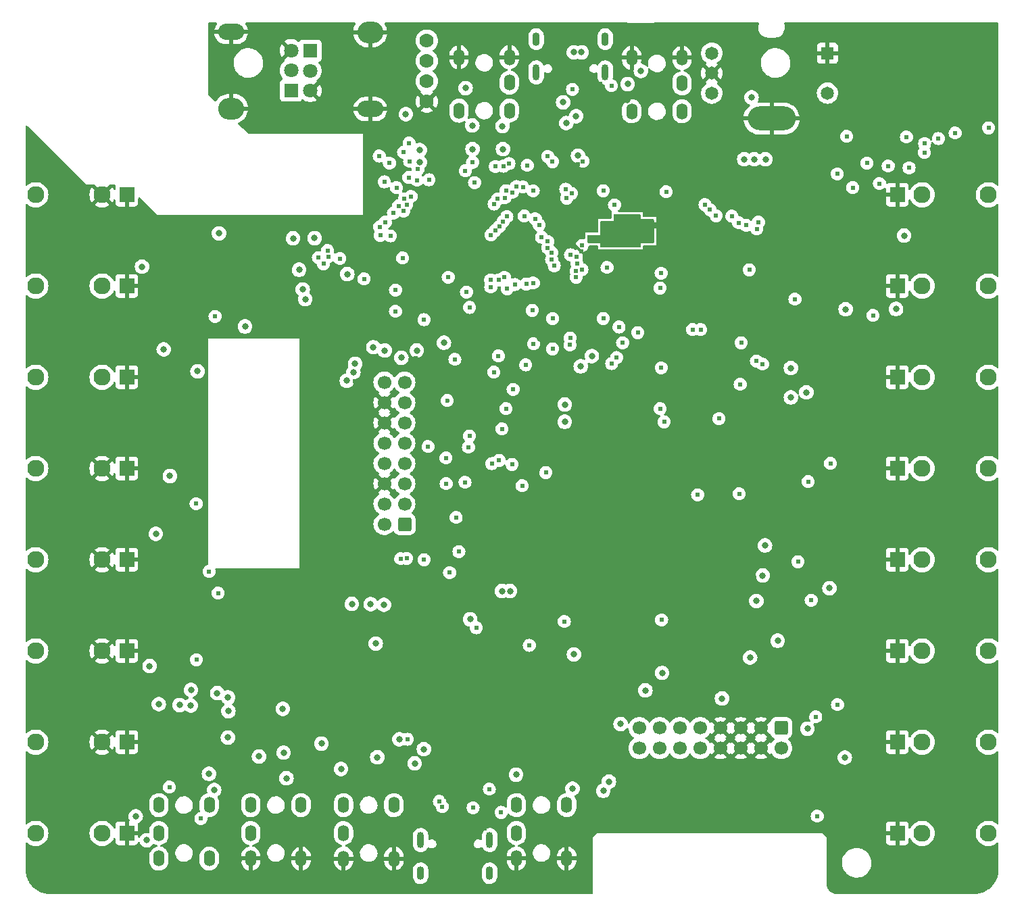
<source format=gbr>
G04 #@! TF.GenerationSoftware,KiCad,Pcbnew,7.0.11*
G04 #@! TF.CreationDate,2024-07-12T12:59:49+02:00*
G04 #@! TF.ProjectId,plinkyblack_hwmidi_jacks,706c696e-6b79-4626-9c61-636b5f68776d,rev?*
G04 #@! TF.SameCoordinates,Original*
G04 #@! TF.FileFunction,Copper,L2,Inr*
G04 #@! TF.FilePolarity,Positive*
%FSLAX46Y46*%
G04 Gerber Fmt 4.6, Leading zero omitted, Abs format (unit mm)*
G04 Created by KiCad (PCBNEW 7.0.11) date 2024-07-12 12:59:49*
%MOMM*%
%LPD*%
G01*
G04 APERTURE LIST*
G04 Aperture macros list*
%AMRoundRect*
0 Rectangle with rounded corners*
0 $1 Rounding radius*
0 $2 $3 $4 $5 $6 $7 $8 $9 X,Y pos of 4 corners*
0 Add a 4 corners polygon primitive as box body*
4,1,4,$2,$3,$4,$5,$6,$7,$8,$9,$2,$3,0*
0 Add four circle primitives for the rounded corners*
1,1,$1+$1,$2,$3*
1,1,$1+$1,$4,$5*
1,1,$1+$1,$6,$7*
1,1,$1+$1,$8,$9*
0 Add four rect primitives between the rounded corners*
20,1,$1+$1,$2,$3,$4,$5,0*
20,1,$1+$1,$4,$5,$6,$7,0*
20,1,$1+$1,$6,$7,$8,$9,0*
20,1,$1+$1,$8,$9,$2,$3,0*%
G04 Aperture macros list end*
G04 #@! TA.AperFunction,ComponentPad*
%ADD10R,1.830000X1.930000*%
G04 #@! TD*
G04 #@! TA.AperFunction,ComponentPad*
%ADD11C,2.130000*%
G04 #@! TD*
G04 #@! TA.AperFunction,ComponentPad*
%ADD12RoundRect,0.250000X-0.600000X0.600000X-0.600000X-0.600000X0.600000X-0.600000X0.600000X0.600000X0*%
G04 #@! TD*
G04 #@! TA.AperFunction,ComponentPad*
%ADD13C,1.700000*%
G04 #@! TD*
G04 #@! TA.AperFunction,ComponentPad*
%ADD14O,3.240000X2.720000*%
G04 #@! TD*
G04 #@! TA.AperFunction,ComponentPad*
%ADD15O,3.240001X2.032000*%
G04 #@! TD*
G04 #@! TA.AperFunction,ComponentPad*
%ADD16R,1.800000X1.800000*%
G04 #@! TD*
G04 #@! TA.AperFunction,ComponentPad*
%ADD17C,1.800000*%
G04 #@! TD*
G04 #@! TA.AperFunction,ComponentPad*
%ADD18RoundRect,0.250000X0.600000X0.600000X-0.600000X0.600000X-0.600000X-0.600000X0.600000X-0.600000X0*%
G04 #@! TD*
G04 #@! TA.AperFunction,ComponentPad*
%ADD19C,1.778000*%
G04 #@! TD*
G04 #@! TA.AperFunction,ComponentPad*
%ADD20R,1.650000X1.650000*%
G04 #@! TD*
G04 #@! TA.AperFunction,ComponentPad*
%ADD21C,1.650000*%
G04 #@! TD*
G04 #@! TA.AperFunction,ComponentPad*
%ADD22O,6.000000X3.000000*%
G04 #@! TD*
G04 #@! TA.AperFunction,ComponentPad*
%ADD23O,1.400000X2.000000*%
G04 #@! TD*
G04 #@! TA.AperFunction,ComponentPad*
%ADD24O,0.900000X2.000000*%
G04 #@! TD*
G04 #@! TA.AperFunction,ComponentPad*
%ADD25O,0.900000X1.700000*%
G04 #@! TD*
G04 #@! TA.AperFunction,ViaPad*
%ADD26C,0.609600*%
G04 #@! TD*
G04 #@! TA.AperFunction,ViaPad*
%ADD27C,0.800000*%
G04 #@! TD*
G04 #@! TA.AperFunction,ViaPad*
%ADD28C,0.600000*%
G04 #@! TD*
G04 #@! TA.AperFunction,Conductor*
%ADD29C,0.304800*%
G04 #@! TD*
G04 APERTURE END LIST*
D10*
X27940000Y-115570000D03*
D11*
X16540000Y-115570000D03*
X24840000Y-115570000D03*
D10*
X124460000Y-46990000D03*
D11*
X135860000Y-46990000D03*
X127560000Y-46990000D03*
D10*
X124460000Y-58420000D03*
D11*
X135860000Y-58420000D03*
X127560000Y-58420000D03*
D10*
X27940000Y-81280000D03*
D11*
X16540000Y-81280000D03*
X24840000Y-81280000D03*
D10*
X27940000Y-92710000D03*
D11*
X16540000Y-92710000D03*
X24840000Y-92710000D03*
D10*
X124460000Y-104140000D03*
D11*
X135860000Y-104140000D03*
X127560000Y-104140000D03*
D10*
X124460000Y-92710000D03*
D11*
X135860000Y-92710000D03*
X127560000Y-92710000D03*
D12*
X109918500Y-113792000D03*
D13*
X109918500Y-116332000D03*
X107378500Y-113792000D03*
X107378500Y-116332000D03*
X104838500Y-113792000D03*
X104838500Y-116332000D03*
X102298500Y-113792000D03*
X102298500Y-116332000D03*
X99758500Y-113792000D03*
X99758500Y-116332000D03*
X97218500Y-113792000D03*
X97218500Y-116332000D03*
X94678500Y-113792000D03*
X94678500Y-116332000D03*
X92138500Y-113792000D03*
X92138500Y-116332000D03*
D10*
X27940000Y-104140000D03*
D11*
X16540000Y-104140000D03*
X24840000Y-104140000D03*
D10*
X124460000Y-127000000D03*
D11*
X135860000Y-127000000D03*
X127560000Y-127000000D03*
D14*
X41014000Y-36209000D03*
D15*
X41014000Y-26609000D03*
D16*
X48514000Y-33909000D03*
D17*
X48514000Y-31409000D03*
X48514000Y-28909000D03*
D10*
X27940000Y-127000000D03*
D11*
X16540000Y-127000000D03*
X24840000Y-127000000D03*
D10*
X27940000Y-46990000D03*
D11*
X16540000Y-46990000D03*
X24840000Y-46990000D03*
D10*
X124460000Y-69850000D03*
D11*
X135860000Y-69850000D03*
X127560000Y-69850000D03*
D10*
X124460000Y-81280000D03*
D11*
X135860000Y-81280000D03*
X127560000Y-81280000D03*
D10*
X124460000Y-115570000D03*
D11*
X135860000Y-115570000D03*
X127560000Y-115570000D03*
D18*
X62738000Y-88265000D03*
D13*
X60198000Y-88265000D03*
X62738000Y-85725000D03*
X60198000Y-85725000D03*
X62738000Y-83185000D03*
X60198000Y-83185000D03*
X62738000Y-80645000D03*
X60198000Y-80645000D03*
X62738000Y-78105000D03*
X60198000Y-78105000D03*
X62738000Y-75565000D03*
X60198000Y-75565000D03*
X62738000Y-73025000D03*
X60198000Y-73025000D03*
X62738000Y-70485000D03*
X60198000Y-70485000D03*
D19*
X65524000Y-27686000D03*
X65524000Y-30226000D03*
X65524000Y-32766000D03*
X65524000Y-35306000D03*
D14*
X58427000Y-26656000D03*
D15*
X58427000Y-36256000D03*
D16*
X50927000Y-28956000D03*
D17*
X50927000Y-31456000D03*
X50927000Y-33956000D03*
D10*
X27940000Y-58420000D03*
D11*
X16540000Y-58420000D03*
X24840000Y-58420000D03*
D10*
X27940000Y-69850000D03*
D11*
X16540000Y-69850000D03*
X24840000Y-69850000D03*
D20*
X115712000Y-29250000D03*
D21*
X115712000Y-34250000D03*
X101212000Y-29250000D03*
X101212000Y-34250000D03*
X101212000Y-31750000D03*
D22*
X108712000Y-37450000D03*
D23*
X76747715Y-126953484D03*
X76747715Y-130153484D03*
X83047715Y-130153484D03*
X76747715Y-123453484D03*
X83047715Y-123453484D03*
X55096046Y-126961092D03*
X55096046Y-130161092D03*
X61396046Y-130161092D03*
X55096046Y-123461092D03*
X61396046Y-123461092D03*
X31967206Y-126960030D03*
X31967206Y-130160030D03*
X38267206Y-130160030D03*
X31967206Y-123460030D03*
X38267206Y-123460030D03*
D24*
X87870928Y-31662273D03*
X79220928Y-31662273D03*
D25*
X87870928Y-27492273D03*
X79220928Y-27492273D03*
D23*
X75862306Y-32948056D03*
X75862306Y-29748056D03*
X69562306Y-29748056D03*
X75862306Y-36448056D03*
X69562306Y-36448056D03*
X97489677Y-33030444D03*
X97489677Y-29830444D03*
X91189677Y-29830444D03*
X97489677Y-36530444D03*
X91189677Y-36530444D03*
X43476898Y-126960030D03*
X43476898Y-130160030D03*
X49776898Y-130160030D03*
X43476898Y-123460030D03*
X49776898Y-123460030D03*
D24*
X64746311Y-127834022D03*
X73396311Y-127834022D03*
D25*
X64746311Y-132004022D03*
X73396311Y-132004022D03*
D26*
X38248683Y-94183200D03*
X36623083Y-85699600D03*
X65172683Y-92710000D03*
X69033483Y-67614800D03*
X70303483Y-83007200D03*
X73656283Y-80670400D03*
X68373083Y-94335600D03*
X74570683Y-80264000D03*
X69541483Y-91694000D03*
X62991828Y-92552797D03*
X62243006Y-92586999D03*
X63089883Y-115214400D03*
X87270683Y-33121600D03*
X88642283Y-33324800D03*
X83765483Y-33782000D03*
X64156683Y-67462400D03*
X67915883Y-122377200D03*
X71319483Y-123799600D03*
X73351483Y-121462800D03*
X74824683Y-124370800D03*
X72792683Y-126390400D03*
X73351483Y-123799600D03*
X66747483Y-125120400D03*
X37220898Y-125132185D03*
X33270283Y-121208800D03*
D27*
X130810000Y-29870400D03*
D26*
X89027000Y-48260000D03*
X39370000Y-96901000D03*
X104648000Y-84455000D03*
X104902004Y-65532000D03*
X36658877Y-105249845D03*
D27*
X36802742Y-69115259D03*
D26*
X104775000Y-70739000D03*
X102116475Y-75042128D03*
X99441000Y-84582000D03*
X98679000Y-66929000D03*
X98171000Y-73660000D03*
X84432904Y-43193846D03*
X84836000Y-54102000D03*
X38246586Y-102284710D03*
X90424000Y-60579000D03*
D27*
X112268000Y-78994000D03*
D26*
X67564000Y-45593006D03*
X88816000Y-52662000D03*
X112903000Y-103378000D03*
X90551000Y-71628000D03*
X120015000Y-62230000D03*
X104013000Y-75311000D03*
X103680422Y-94773400D03*
X91371443Y-55839720D03*
X72771000Y-74930000D03*
X78054190Y-72602185D03*
X73025000Y-45974000D03*
D27*
X97917000Y-45974000D03*
X114681000Y-50292000D03*
D26*
X73199083Y-101193600D03*
X103251000Y-63119000D03*
D27*
X32385000Y-76073000D03*
D26*
X80075000Y-99186500D03*
X96139000Y-61341000D03*
X87503000Y-113284000D03*
X123309709Y-50521089D03*
X111760000Y-52070000D03*
X84052845Y-58851810D03*
D27*
X36623083Y-66649600D03*
D26*
X57785000Y-62230000D03*
X102362000Y-53848000D03*
X86487000Y-71755000D03*
X94005500Y-50774500D03*
X38100000Y-60706000D03*
D27*
X112014000Y-45720000D03*
D26*
X40597393Y-104901344D03*
X105791000Y-91821000D03*
X93345000Y-68719690D03*
D27*
X109601000Y-42799000D03*
D26*
X106045000Y-63246000D03*
X132969000Y-51689000D03*
X90678000Y-76962000D03*
D27*
X96647000Y-48006000D03*
D26*
X64156683Y-113487200D03*
D27*
X78908448Y-33731125D03*
D26*
X67437000Y-102489000D03*
D27*
X101092000Y-60960000D03*
X66600000Y-64400000D03*
D26*
X77851000Y-40385990D03*
X80772000Y-68326000D03*
X57150000Y-87884000D03*
X37610793Y-92698981D03*
X98298000Y-68453000D03*
X45974000Y-61722000D03*
X107253000Y-105727000D03*
X106172000Y-68966014D03*
X80264000Y-80645000D03*
D27*
X90664493Y-35084355D03*
D26*
X91313000Y-58547000D03*
X116967000Y-105791000D03*
X92710000Y-82423000D03*
X100457000Y-66929000D03*
X65913000Y-42799000D03*
X90678000Y-51562000D03*
X91300993Y-47193190D03*
D27*
X98425000Y-55118000D03*
D26*
X96585000Y-99250000D03*
X119126000Y-125730000D03*
X83693000Y-49276000D03*
X71501000Y-68961000D03*
X74422000Y-64008000D03*
X114173000Y-64135000D03*
X70104000Y-42545000D03*
X57658000Y-60071000D03*
X111379000Y-57531000D03*
X42094735Y-130283859D03*
X78800000Y-63600006D03*
X65913000Y-49149000D03*
X116586000Y-73914000D03*
X66040000Y-51435000D03*
X97155000Y-85217000D03*
X71882000Y-109855000D03*
X69088000Y-75819000D03*
D27*
X32258000Y-59436000D03*
D26*
X101792000Y-105854000D03*
X100203000Y-68453000D03*
X106548452Y-94991452D03*
D27*
X38100000Y-58420000D03*
D26*
X30640913Y-99174396D03*
D27*
X79700000Y-65000000D03*
D26*
X111125000Y-87630000D03*
X65659000Y-58293000D03*
X101219000Y-123698000D03*
X51381631Y-108933066D03*
D27*
X111633000Y-75184000D03*
D26*
X110490000Y-123698000D03*
X96901000Y-123825000D03*
X105918000Y-123571000D03*
D27*
X51913883Y-130454400D03*
D26*
X88838000Y-96075000D03*
X68961000Y-59309000D03*
X91186000Y-123952000D03*
X48260000Y-62357000D03*
X65709810Y-83312010D03*
X117729000Y-108839000D03*
X114617490Y-123565182D03*
X72945083Y-99110800D03*
X83600000Y-41309600D03*
X48641000Y-58039000D03*
X30816239Y-96041306D03*
X91870481Y-97360519D03*
X56536683Y-70358000D03*
X42390615Y-98293070D03*
D27*
X33469567Y-113557236D03*
D26*
X96773950Y-73025050D03*
X45750000Y-63249982D03*
D27*
X43554549Y-110805195D03*
D26*
X82550000Y-91821000D03*
X102427000Y-100139000D03*
D27*
X63088658Y-131076975D03*
X116967000Y-56261000D03*
X31735549Y-84215587D03*
D26*
X66040000Y-88519000D03*
D27*
X30099000Y-64516000D03*
D26*
X126238000Y-75438000D03*
X91059000Y-45720000D03*
X88265000Y-49657000D03*
X87630000Y-64008000D03*
X86283810Y-76969498D03*
X84774000Y-95313000D03*
D27*
X52490160Y-111407614D03*
D26*
X66929000Y-112522000D03*
X71882000Y-40284410D03*
X111379000Y-55499000D03*
X114935000Y-87884000D03*
X74930000Y-87426810D03*
X93599000Y-80391000D03*
D27*
X50292000Y-60071000D03*
D26*
X80672758Y-53626103D03*
D27*
X49974500Y-58864500D03*
D26*
X80674916Y-52859248D03*
X52578000Y-55650806D03*
X79893536Y-52300438D03*
X79597332Y-50776427D03*
X53206084Y-54736981D03*
D27*
X62900000Y-36900000D03*
X55558173Y-56928374D03*
X92900000Y-109100000D03*
D26*
X94934000Y-100266000D03*
D27*
X55500000Y-70300000D03*
X89800000Y-113300000D03*
X75000000Y-38400000D03*
X56134000Y-98262818D03*
X44507127Y-117361768D03*
D26*
X113665002Y-97790000D03*
D27*
X59319989Y-117462400D03*
D26*
X113284000Y-82931000D03*
D27*
X117983000Y-61341000D03*
X95000000Y-106900000D03*
X71219250Y-38300542D03*
X117881500Y-117500500D03*
X106200000Y-34800000D03*
X92334477Y-31474633D03*
X65151000Y-116459000D03*
X47579163Y-116890680D03*
D26*
X116078000Y-80645000D03*
D27*
X102500000Y-110100000D03*
X113200000Y-113900000D03*
X106800000Y-97900000D03*
D26*
X121412000Y-62103000D03*
D27*
X106015000Y-104985000D03*
X124300000Y-61299998D03*
X115965211Y-96287928D03*
X107600000Y-94700000D03*
X125300000Y-52100000D03*
D26*
X78105000Y-43307000D03*
D27*
X39490600Y-51822398D03*
X58480830Y-98291642D03*
X31946808Y-110823626D03*
X29053883Y-124866400D03*
X64643000Y-42926000D03*
D26*
X57658000Y-57531000D03*
D27*
X30445131Y-127857955D03*
D26*
X94880455Y-68675593D03*
X76327000Y-71374000D03*
X84962242Y-53340000D03*
X80432687Y-81787990D03*
X70485000Y-59182000D03*
X74498190Y-67182998D03*
X68199000Y-57327810D03*
D27*
X75057000Y-41275000D03*
X60144508Y-98376798D03*
X49530000Y-56388000D03*
X71247000Y-41275000D03*
D26*
X70866000Y-77216000D03*
X76200000Y-80772000D03*
X88100000Y-56099992D03*
X81280000Y-66294000D03*
X74930000Y-76327000D03*
X70739000Y-78613000D03*
X67945000Y-83185000D03*
X77470000Y-83439000D03*
X67915883Y-79959200D03*
X69193550Y-87426810D03*
X87630000Y-62484000D03*
X65680683Y-78536800D03*
D27*
X35953362Y-110983205D03*
X84460510Y-42103842D03*
D26*
X81153000Y-54229000D03*
X65176500Y-62636500D03*
D27*
X56333483Y-69240400D03*
X40612920Y-114996549D03*
D26*
X60975089Y-52146190D03*
D27*
X39264160Y-109436498D03*
X62327883Y-67409600D03*
D26*
X62999857Y-48212182D03*
D27*
X64258283Y-66497200D03*
X34546594Y-110922955D03*
X56536683Y-68173600D03*
X60245083Y-66497200D03*
X35976726Y-109046868D03*
D26*
X59690000Y-52070000D03*
X62611000Y-49022000D03*
X61594999Y-61595000D03*
X61594999Y-58928000D03*
D27*
X47940297Y-120098684D03*
X47489331Y-111396510D03*
D26*
X80659100Y-42190400D03*
X81268700Y-42846484D03*
D27*
X59124224Y-103217949D03*
X52319279Y-115758195D03*
D26*
X71725883Y-101244400D03*
D27*
X82804000Y-75438000D03*
D26*
X88675207Y-68141515D03*
X74382078Y-47523410D03*
X89281000Y-67386177D03*
X70348556Y-43992811D03*
X75296605Y-47377463D03*
X74108300Y-43442500D03*
D27*
X84800000Y-68500000D03*
X86200000Y-67200000D03*
D26*
X78850599Y-46493876D03*
X90043000Y-65532000D03*
X91948000Y-64262000D03*
X89598500Y-63563500D03*
X98806000Y-63881000D03*
X94742000Y-73786994D03*
X99822000Y-63881000D03*
X95250000Y-75438000D03*
X76567927Y-58242231D03*
X84328000Y-55626000D03*
X116940411Y-44389715D03*
X77978000Y-58166000D03*
X118870341Y-46088520D03*
X84215132Y-56529132D03*
X122220581Y-45589770D03*
X78867000Y-58039000D03*
X84223002Y-57311525D03*
X84958547Y-56361864D03*
X75598129Y-58760214D03*
X125930667Y-43621977D03*
X77549498Y-46021502D03*
X118110000Y-39674810D03*
X120650000Y-43027579D03*
X81153001Y-55118000D03*
X83525257Y-54511818D03*
X75239973Y-57327810D03*
X74549000Y-57658004D03*
X123317000Y-43383190D03*
X81483200Y-55880000D03*
X84264498Y-54800502D03*
X76238524Y-46685200D03*
X125603000Y-39751000D03*
X83643960Y-46813960D03*
X129607322Y-39945322D03*
X87630000Y-46482000D03*
X131702822Y-39246822D03*
X85075861Y-42784861D03*
X135890000Y-38607996D03*
X107569000Y-68199000D03*
D27*
X75946000Y-96647000D03*
D26*
X106807000Y-67818000D03*
D27*
X74930000Y-96647000D03*
X40662288Y-111682862D03*
X70957283Y-100177600D03*
X82804000Y-73279000D03*
X40629170Y-109982831D03*
D26*
X79130883Y-50012636D03*
X53086000Y-53975000D03*
X51943000Y-54863998D03*
X77724000Y-49657016D03*
X114427000Y-124841000D03*
X104585267Y-50510147D03*
D27*
X109474000Y-102870000D03*
D26*
X105511601Y-50800000D03*
X116966990Y-110871000D03*
X106844353Y-51270647D03*
X103745560Y-49670440D03*
D27*
X107880200Y-90932000D03*
D26*
X73533000Y-58547000D03*
X73516100Y-57658000D03*
D27*
X62073883Y-115214400D03*
D26*
X75132555Y-43410979D03*
X63316521Y-40512991D03*
D27*
X64643000Y-41395610D03*
D26*
X75550945Y-49727375D03*
X59613795Y-51003205D03*
X59563012Y-42138590D03*
X62728986Y-47499939D03*
X62611000Y-41656000D03*
X61341000Y-49276000D03*
X60833004Y-43027590D03*
X63372996Y-42799000D03*
X74082117Y-51471196D03*
X75817070Y-43076164D03*
X71247000Y-42926000D03*
X64420944Y-43783056D03*
X75073146Y-50320983D03*
X60325000Y-50419000D03*
X60198000Y-45364410D03*
X63554248Y-47193221D03*
X63249829Y-44827167D03*
X61722000Y-46101000D03*
X61976000Y-48387000D03*
X64301595Y-45172405D03*
X73554104Y-52020618D03*
X71501000Y-45466000D03*
X76720375Y-45971169D03*
X74627771Y-50939290D03*
X65786000Y-45113030D03*
D27*
X83948500Y-104584000D03*
D26*
X82742000Y-100456500D03*
D27*
X113061800Y-71755000D03*
D26*
X107061000Y-50419000D03*
X94869000Y-56816000D03*
D27*
X111125000Y-68707000D03*
X111125000Y-72390000D03*
D26*
X94742000Y-58674000D03*
D28*
X68068283Y-72781200D03*
D26*
X75438000Y-73787000D03*
X83453600Y-65800000D03*
X73914000Y-69215000D03*
X83042357Y-47415562D03*
X127853488Y-41699156D03*
X82926901Y-46297950D03*
X127885945Y-40581544D03*
X100360816Y-48229184D03*
D27*
X105283000Y-42545000D03*
D26*
X100995816Y-48864184D03*
D27*
X106553000Y-42545000D03*
X30798747Y-106038329D03*
X42750000Y-63500000D03*
X31578949Y-89480270D03*
X32568308Y-66359953D03*
X33338148Y-82227238D03*
D26*
X95504000Y-46609000D03*
X38989000Y-62230000D03*
X105918000Y-56388000D03*
X70880132Y-61101132D03*
X78740000Y-61468000D03*
X73948633Y-48150137D03*
D27*
X51469450Y-52422588D03*
D26*
X83484641Y-64942632D03*
X77899998Y-68300000D03*
D27*
X107950000Y-42545000D03*
D26*
X101757816Y-49626184D03*
D27*
X67661883Y-65532000D03*
D26*
X54624139Y-54976861D03*
X62484000Y-54914800D03*
D27*
X58822683Y-66090800D03*
D26*
X75438000Y-46482000D03*
D27*
X48768000Y-52451000D03*
X29845000Y-56007000D03*
D26*
X78359004Y-103443028D03*
D27*
X76704283Y-119640611D03*
X90674283Y-33121600D03*
D26*
X111633000Y-60071000D03*
X114236500Y-112395000D03*
X112014000Y-92964000D03*
X81279994Y-62500000D03*
X78897200Y-65663254D03*
D27*
X82994310Y-38007564D03*
X64008000Y-118243401D03*
X82600000Y-35400000D03*
X54779966Y-118948211D03*
X38238254Y-119548706D03*
X88334810Y-120523000D03*
X83774982Y-121388492D03*
X87630000Y-121666000D03*
X84227620Y-37143820D03*
X70376497Y-33627621D03*
X38885431Y-121563837D03*
D26*
X67458683Y-123647200D03*
D27*
X83932539Y-29151058D03*
X84909261Y-29151058D03*
D26*
X67103083Y-122986800D03*
D29*
X83947000Y-53213000D02*
X84836000Y-54102000D01*
X83947000Y-53213000D02*
X83566000Y-53213000D01*
G04 #@! TA.AperFunction,Conductor*
G36*
X101839007Y-114001844D02*
G01*
X101916739Y-114122798D01*
X102025400Y-114216952D01*
X102156185Y-114276680D01*
X102170911Y-114278797D01*
X101532810Y-114916898D01*
X101553197Y-114932766D01*
X101553205Y-114932771D01*
X101587231Y-114951185D01*
X101637622Y-115001197D01*
X101652975Y-115070514D01*
X101628415Y-115137127D01*
X101587235Y-115172811D01*
X101553205Y-115191227D01*
X101553193Y-115191235D01*
X101532811Y-115207099D01*
X101532810Y-115207100D01*
X102170912Y-115845202D01*
X102156185Y-115847320D01*
X102025400Y-115907048D01*
X101916739Y-116001202D01*
X101839007Y-116122156D01*
X101814139Y-116206849D01*
X101175421Y-115568131D01*
X101175419Y-115568132D01*
X101134281Y-115631100D01*
X101080277Y-115677189D01*
X101009930Y-115686764D01*
X100945572Y-115656787D01*
X100923316Y-115631101D01*
X100870657Y-115550500D01*
X100834224Y-115494734D01*
X100834220Y-115494729D01*
X100681737Y-115329091D01*
X100543187Y-115221253D01*
X100504076Y-115190811D01*
X100496067Y-115186477D01*
X100470820Y-115172814D01*
X100420429Y-115122802D01*
X100405076Y-115053485D01*
X100429636Y-114986872D01*
X100470820Y-114951186D01*
X100486194Y-114942866D01*
X100504076Y-114933189D01*
X100681740Y-114794906D01*
X100834222Y-114629268D01*
X100923316Y-114492898D01*
X100977319Y-114446810D01*
X101047667Y-114437235D01*
X101112024Y-114467212D01*
X101134282Y-114492899D01*
X101175420Y-114555866D01*
X101175421Y-114555866D01*
X101814138Y-113917149D01*
X101839007Y-114001844D01*
G37*
G04 #@! TD.AperFunction*
G04 #@! TA.AperFunction,Conductor*
G36*
X104379007Y-114001844D02*
G01*
X104456739Y-114122798D01*
X104565400Y-114216952D01*
X104696185Y-114276680D01*
X104710911Y-114278797D01*
X104072810Y-114916898D01*
X104093197Y-114932766D01*
X104093205Y-114932771D01*
X104127231Y-114951185D01*
X104177622Y-115001197D01*
X104192975Y-115070514D01*
X104168415Y-115137127D01*
X104127235Y-115172811D01*
X104093205Y-115191227D01*
X104093193Y-115191235D01*
X104072811Y-115207099D01*
X104072810Y-115207100D01*
X104710912Y-115845202D01*
X104696185Y-115847320D01*
X104565400Y-115907048D01*
X104456739Y-116001202D01*
X104379007Y-116122156D01*
X104354139Y-116206849D01*
X103715421Y-115568131D01*
X103715420Y-115568132D01*
X103673982Y-115631558D01*
X103619979Y-115677647D01*
X103549631Y-115687222D01*
X103485273Y-115657245D01*
X103463016Y-115631558D01*
X103421578Y-115568132D01*
X102782860Y-116206848D01*
X102757993Y-116122156D01*
X102680261Y-116001202D01*
X102571600Y-115907048D01*
X102440815Y-115847320D01*
X102426086Y-115845202D01*
X103064188Y-115207100D01*
X103064187Y-115207099D01*
X103043808Y-115191237D01*
X103043798Y-115191231D01*
X103009767Y-115172814D01*
X102959376Y-115122801D01*
X102944024Y-115053484D01*
X102968585Y-114986871D01*
X103009768Y-114951186D01*
X103043794Y-114932772D01*
X103043798Y-114932769D01*
X103064188Y-114916898D01*
X102426087Y-114278797D01*
X102440815Y-114276680D01*
X102571600Y-114216952D01*
X102680261Y-114122798D01*
X102757993Y-114001844D01*
X102782861Y-113917150D01*
X103421577Y-114555866D01*
X103421578Y-114555866D01*
X103463016Y-114492441D01*
X103517019Y-114446352D01*
X103587367Y-114436777D01*
X103651725Y-114466754D01*
X103673982Y-114492440D01*
X103715421Y-114555866D01*
X104354138Y-113917149D01*
X104379007Y-114001844D01*
G37*
G04 #@! TD.AperFunction*
G04 #@! TA.AperFunction,Conductor*
G36*
X106919007Y-114001844D02*
G01*
X106996739Y-114122798D01*
X107105400Y-114216952D01*
X107236185Y-114276680D01*
X107250911Y-114278797D01*
X106612810Y-114916898D01*
X106633197Y-114932766D01*
X106633205Y-114932771D01*
X106667231Y-114951185D01*
X106717622Y-115001197D01*
X106732975Y-115070514D01*
X106708415Y-115137127D01*
X106667235Y-115172811D01*
X106633205Y-115191227D01*
X106633193Y-115191235D01*
X106612811Y-115207099D01*
X106612810Y-115207100D01*
X107250912Y-115845202D01*
X107236185Y-115847320D01*
X107105400Y-115907048D01*
X106996739Y-116001202D01*
X106919007Y-116122156D01*
X106894139Y-116206849D01*
X106255421Y-115568131D01*
X106255420Y-115568132D01*
X106213982Y-115631558D01*
X106159979Y-115677647D01*
X106089631Y-115687222D01*
X106025273Y-115657245D01*
X106003016Y-115631558D01*
X105961578Y-115568132D01*
X105322860Y-116206848D01*
X105297993Y-116122156D01*
X105220261Y-116001202D01*
X105111600Y-115907048D01*
X104980815Y-115847320D01*
X104966086Y-115845202D01*
X105604188Y-115207100D01*
X105604187Y-115207099D01*
X105583808Y-115191237D01*
X105583798Y-115191231D01*
X105549767Y-115172814D01*
X105499376Y-115122801D01*
X105484024Y-115053484D01*
X105508585Y-114986871D01*
X105549768Y-114951186D01*
X105583794Y-114932772D01*
X105583798Y-114932769D01*
X105604188Y-114916898D01*
X104966087Y-114278797D01*
X104980815Y-114276680D01*
X105111600Y-114216952D01*
X105220261Y-114122798D01*
X105297993Y-114001844D01*
X105322861Y-113917150D01*
X105961577Y-114555866D01*
X105961578Y-114555866D01*
X106003016Y-114492441D01*
X106057019Y-114446352D01*
X106127367Y-114436777D01*
X106191725Y-114466754D01*
X106213982Y-114492440D01*
X106255421Y-114555866D01*
X106894138Y-113917149D01*
X106919007Y-114001844D01*
G37*
G04 #@! TD.AperFunction*
G04 #@! TA.AperFunction,Conductor*
G36*
X108512516Y-114566804D02*
G01*
X108540419Y-114571947D01*
X108592199Y-114620520D01*
X108603201Y-114644774D01*
X108626383Y-114714734D01*
X108626384Y-114714736D01*
X108626385Y-114714738D01*
X108719470Y-114865652D01*
X108719475Y-114865658D01*
X108844841Y-114991024D01*
X108844847Y-114991029D01*
X108844848Y-114991030D01*
X108995762Y-115084115D01*
X108995768Y-115084117D01*
X109002414Y-115087217D01*
X109001443Y-115089299D01*
X109050667Y-115123372D01*
X109077930Y-115188925D01*
X109065424Y-115258811D01*
X109030064Y-115302003D01*
X108995264Y-115329089D01*
X108842779Y-115494729D01*
X108753683Y-115631101D01*
X108699679Y-115677189D01*
X108629331Y-115686764D01*
X108564974Y-115656786D01*
X108542717Y-115631100D01*
X108501578Y-115568132D01*
X107862860Y-116206848D01*
X107837993Y-116122156D01*
X107760261Y-116001202D01*
X107651600Y-115907048D01*
X107520815Y-115847320D01*
X107506086Y-115845202D01*
X108144188Y-115207100D01*
X108144187Y-115207099D01*
X108123808Y-115191237D01*
X108123798Y-115191231D01*
X108089767Y-115172814D01*
X108039376Y-115122801D01*
X108024024Y-115053484D01*
X108048585Y-114986871D01*
X108089768Y-114951186D01*
X108123794Y-114932772D01*
X108123798Y-114932769D01*
X108144188Y-114916898D01*
X107506087Y-114278797D01*
X107520815Y-114276680D01*
X107651600Y-114216952D01*
X107760261Y-114122798D01*
X107837993Y-114001844D01*
X107862861Y-113917150D01*
X108512516Y-114566804D01*
G37*
G04 #@! TD.AperFunction*
G04 #@! TA.AperFunction,Conductor*
G36*
X61321077Y-83948866D02*
G01*
X61321078Y-83948866D01*
X61362217Y-83885899D01*
X61416221Y-83839810D01*
X61486568Y-83830235D01*
X61550926Y-83860212D01*
X61573183Y-83885898D01*
X61662279Y-84022270D01*
X61814762Y-84187908D01*
X61864846Y-84226890D01*
X61992424Y-84326189D01*
X62025155Y-84343902D01*
X62025680Y-84344186D01*
X62076071Y-84394200D01*
X62091423Y-84463516D01*
X62066862Y-84530129D01*
X62025680Y-84565813D01*
X61992426Y-84583810D01*
X61992424Y-84583811D01*
X61814762Y-84722091D01*
X61662279Y-84887729D01*
X61573483Y-85023643D01*
X61519479Y-85069731D01*
X61449131Y-85079306D01*
X61384774Y-85049329D01*
X61362517Y-85023643D01*
X61273720Y-84887729D01*
X61121237Y-84722091D01*
X61012068Y-84637121D01*
X60943576Y-84583811D01*
X60909792Y-84565528D01*
X60859402Y-84515516D01*
X60844050Y-84446199D01*
X60868610Y-84379586D01*
X60909795Y-84343900D01*
X60943298Y-84325769D01*
X60963688Y-84309898D01*
X60325587Y-83671797D01*
X60340315Y-83669680D01*
X60471100Y-83609952D01*
X60579761Y-83515798D01*
X60657493Y-83394844D01*
X60682361Y-83310150D01*
X61321077Y-83948866D01*
G37*
G04 #@! TD.AperFunction*
G04 #@! TA.AperFunction,Conductor*
G36*
X61551225Y-81320669D02*
G01*
X61573480Y-81346353D01*
X61577849Y-81353039D01*
X61662275Y-81482265D01*
X61662279Y-81482270D01*
X61814762Y-81647908D01*
X61869209Y-81690286D01*
X61992424Y-81786189D01*
X62025680Y-81804186D01*
X62076071Y-81854200D01*
X62091423Y-81923516D01*
X62066862Y-81990129D01*
X62025680Y-82025813D01*
X61992426Y-82043810D01*
X61992424Y-82043811D01*
X61814762Y-82182091D01*
X61662279Y-82347729D01*
X61573183Y-82484101D01*
X61519179Y-82530189D01*
X61448831Y-82539764D01*
X61384474Y-82509786D01*
X61362217Y-82484100D01*
X61321078Y-82421132D01*
X60682360Y-83059848D01*
X60657493Y-82975156D01*
X60579761Y-82854202D01*
X60471100Y-82760048D01*
X60340315Y-82700320D01*
X60325586Y-82698202D01*
X60963688Y-82060100D01*
X60963687Y-82060099D01*
X60943308Y-82044237D01*
X60943298Y-82044231D01*
X60909791Y-82026097D01*
X60859401Y-81976083D01*
X60844050Y-81906766D01*
X60868612Y-81840153D01*
X60909790Y-81804472D01*
X60943576Y-81786189D01*
X61121240Y-81647906D01*
X61273722Y-81482268D01*
X61362518Y-81346354D01*
X61416520Y-81300268D01*
X61486868Y-81290692D01*
X61551225Y-81320669D01*
G37*
G04 #@! TD.AperFunction*
G04 #@! TA.AperFunction,Conductor*
G36*
X61321077Y-76328866D02*
G01*
X61321078Y-76328866D01*
X61362217Y-76265899D01*
X61416221Y-76219810D01*
X61486568Y-76210235D01*
X61550926Y-76240212D01*
X61573183Y-76265898D01*
X61662279Y-76402270D01*
X61814762Y-76567908D01*
X61869331Y-76610381D01*
X61992424Y-76706189D01*
X62025155Y-76723902D01*
X62025680Y-76724186D01*
X62076071Y-76774200D01*
X62091423Y-76843516D01*
X62066862Y-76910129D01*
X62025680Y-76945813D01*
X61992426Y-76963810D01*
X61992424Y-76963811D01*
X61814762Y-77102091D01*
X61662279Y-77267729D01*
X61573483Y-77403643D01*
X61519479Y-77449731D01*
X61449131Y-77459306D01*
X61384774Y-77429329D01*
X61362517Y-77403643D01*
X61273720Y-77267729D01*
X61157570Y-77141559D01*
X61121240Y-77102094D01*
X61121239Y-77102093D01*
X61121237Y-77102091D01*
X61033594Y-77033876D01*
X60943576Y-76963811D01*
X60909792Y-76945528D01*
X60859402Y-76895516D01*
X60844050Y-76826199D01*
X60868610Y-76759586D01*
X60909795Y-76723900D01*
X60943298Y-76705769D01*
X60963688Y-76689898D01*
X60325587Y-76051797D01*
X60340315Y-76049680D01*
X60471100Y-75989952D01*
X60579761Y-75895798D01*
X60657493Y-75774844D01*
X60682361Y-75690150D01*
X61321077Y-76328866D01*
G37*
G04 #@! TD.AperFunction*
G04 #@! TA.AperFunction,Conductor*
G36*
X61321077Y-73788866D02*
G01*
X61321078Y-73788866D01*
X61362217Y-73725899D01*
X61416221Y-73679810D01*
X61486568Y-73670235D01*
X61550926Y-73700212D01*
X61573183Y-73725898D01*
X61662279Y-73862270D01*
X61814762Y-74027908D01*
X61868992Y-74070117D01*
X61992424Y-74166189D01*
X62025678Y-74184185D01*
X62025680Y-74184186D01*
X62076071Y-74234200D01*
X62091423Y-74303516D01*
X62066862Y-74370129D01*
X62025680Y-74405813D01*
X61992426Y-74423810D01*
X61992424Y-74423811D01*
X61814762Y-74562091D01*
X61662279Y-74727729D01*
X61573183Y-74864101D01*
X61519179Y-74910189D01*
X61448831Y-74919764D01*
X61384474Y-74889786D01*
X61362217Y-74864100D01*
X61321078Y-74801132D01*
X60682360Y-75439848D01*
X60657493Y-75355156D01*
X60579761Y-75234202D01*
X60471100Y-75140048D01*
X60340315Y-75080320D01*
X60325586Y-75078202D01*
X60963688Y-74440100D01*
X60963687Y-74440099D01*
X60943308Y-74424237D01*
X60943298Y-74424231D01*
X60909267Y-74405814D01*
X60858876Y-74355801D01*
X60843524Y-74286484D01*
X60868085Y-74219871D01*
X60909268Y-74184186D01*
X60943294Y-74165772D01*
X60943298Y-74165769D01*
X60963688Y-74149898D01*
X60325587Y-73511797D01*
X60340315Y-73509680D01*
X60471100Y-73449952D01*
X60579761Y-73355798D01*
X60657493Y-73234844D01*
X60682361Y-73150150D01*
X61321077Y-73788866D01*
G37*
G04 #@! TD.AperFunction*
G04 #@! TA.AperFunction,Conductor*
G36*
X61551225Y-71160669D02*
G01*
X61573480Y-71186353D01*
X61606607Y-71237058D01*
X61662275Y-71322265D01*
X61662279Y-71322270D01*
X61814762Y-71487908D01*
X61857543Y-71521206D01*
X61992424Y-71626189D01*
X62025680Y-71644186D01*
X62076071Y-71694200D01*
X62091423Y-71763516D01*
X62066862Y-71830129D01*
X62025680Y-71865813D01*
X61992426Y-71883810D01*
X61992424Y-71883811D01*
X61814762Y-72022091D01*
X61662279Y-72187729D01*
X61573183Y-72324101D01*
X61519179Y-72370189D01*
X61448831Y-72379764D01*
X61384474Y-72349786D01*
X61362217Y-72324100D01*
X61321078Y-72261132D01*
X60682360Y-72899848D01*
X60657493Y-72815156D01*
X60579761Y-72694202D01*
X60471100Y-72600048D01*
X60340315Y-72540320D01*
X60325586Y-72538202D01*
X60963688Y-71900100D01*
X60963687Y-71900099D01*
X60943308Y-71884237D01*
X60943298Y-71884231D01*
X60909791Y-71866097D01*
X60859401Y-71816083D01*
X60844050Y-71746766D01*
X60868612Y-71680153D01*
X60909790Y-71644472D01*
X60943576Y-71626189D01*
X61121240Y-71487906D01*
X61273722Y-71322268D01*
X61362518Y-71186354D01*
X61416520Y-71140268D01*
X61486868Y-71130692D01*
X61551225Y-71160669D01*
G37*
G04 #@! TD.AperFunction*
G04 #@! TA.AperFunction,Conductor*
G36*
X39211426Y-25445502D02*
G01*
X39257919Y-25499158D01*
X39268023Y-25569432D01*
X39240905Y-25631188D01*
X39151696Y-25740448D01*
X39151690Y-25740456D01*
X39028666Y-25953539D01*
X39028663Y-25953544D01*
X38941409Y-26183613D01*
X38906419Y-26355000D01*
X40170569Y-26355000D01*
X40120441Y-26496047D01*
X40110123Y-26646886D01*
X40140884Y-26794915D01*
X40176163Y-26863000D01*
X38905648Y-26863000D01*
X38911940Y-26914827D01*
X38911943Y-26914839D01*
X38980395Y-27151165D01*
X38980396Y-27151169D01*
X39085884Y-27373479D01*
X39085883Y-27373479D01*
X39225655Y-27575973D01*
X39225663Y-27575983D01*
X39396112Y-27753439D01*
X39592826Y-27901260D01*
X39810702Y-28015610D01*
X40044098Y-28093529D01*
X40286960Y-28132998D01*
X40286974Y-28133000D01*
X40760000Y-28133000D01*
X40760000Y-27159000D01*
X41268000Y-27159000D01*
X41268000Y-28133000D01*
X41679424Y-28133000D01*
X41679425Y-28132999D01*
X41863257Y-28118158D01*
X42102173Y-28059271D01*
X42328540Y-27962825D01*
X42536510Y-27831313D01*
X42720688Y-27668145D01*
X42720691Y-27668141D01*
X42876303Y-27477551D01*
X42876309Y-27477543D01*
X42999333Y-27264460D01*
X42999336Y-27264455D01*
X43086590Y-27034386D01*
X43121580Y-26863000D01*
X41857431Y-26863000D01*
X41907559Y-26721953D01*
X41917877Y-26571114D01*
X41887116Y-26423085D01*
X41851837Y-26355000D01*
X43122351Y-26355000D01*
X43116059Y-26303172D01*
X43116056Y-26303160D01*
X43047604Y-26066834D01*
X43047603Y-26066830D01*
X42942115Y-25844520D01*
X42942116Y-25844520D01*
X42802344Y-25642026D01*
X42802336Y-25642017D01*
X42799233Y-25638786D01*
X42766468Y-25575802D01*
X42772956Y-25505102D01*
X42816637Y-25449134D01*
X42883643Y-25425666D01*
X42890102Y-25425500D01*
X56505431Y-25425500D01*
X56573552Y-25445502D01*
X56620045Y-25499158D01*
X56630149Y-25569432D01*
X56607905Y-25624814D01*
X56568225Y-25680276D01*
X56568221Y-25680281D01*
X56443195Y-25923459D01*
X56354904Y-26182264D01*
X56354903Y-26182265D01*
X56314316Y-26401999D01*
X56314317Y-26402000D01*
X57583569Y-26402000D01*
X57533441Y-26543047D01*
X57523123Y-26693886D01*
X57553884Y-26841915D01*
X57589163Y-26910000D01*
X56315673Y-26910000D01*
X56325157Y-26996200D01*
X56394321Y-27260756D01*
X56501264Y-27512412D01*
X56643710Y-27745817D01*
X56818627Y-27956003D01*
X57022262Y-28138462D01*
X57022275Y-28138471D01*
X57250321Y-28289345D01*
X57497906Y-28405408D01*
X57759761Y-28484188D01*
X58030276Y-28524000D01*
X58173000Y-28524000D01*
X58173000Y-27206000D01*
X58681000Y-27206000D01*
X58681000Y-28524000D01*
X58755273Y-28524000D01*
X58959709Y-28509037D01*
X59226612Y-28449581D01*
X59226614Y-28449580D01*
X59482006Y-28351901D01*
X59720459Y-28218074D01*
X59936894Y-28050948D01*
X60126671Y-27854108D01*
X60285779Y-27631716D01*
X60410804Y-27388540D01*
X60499095Y-27129735D01*
X60499096Y-27129734D01*
X60539683Y-26910000D01*
X59270431Y-26910000D01*
X59320559Y-26768953D01*
X59330877Y-26618114D01*
X59300116Y-26470085D01*
X59264837Y-26402000D01*
X60538326Y-26402000D01*
X60528842Y-26315799D01*
X60459678Y-26051243D01*
X60352735Y-25799587D01*
X60241388Y-25617139D01*
X60222975Y-25548571D01*
X60244555Y-25480934D01*
X60299277Y-25435701D01*
X60348941Y-25425500D01*
X69590928Y-25425500D01*
X76194928Y-25425500D01*
X90641436Y-25425500D01*
X90665929Y-25427903D01*
X90676547Y-25430006D01*
X90676553Y-25430009D01*
X97282695Y-25425500D01*
X107028106Y-25425500D01*
X107096227Y-25445502D01*
X107142720Y-25499158D01*
X107152824Y-25569432D01*
X107143966Y-25601018D01*
X107123998Y-25647736D01*
X107117896Y-25662014D01*
X107067809Y-25881461D01*
X107067809Y-25881463D01*
X107058004Y-26099791D01*
X107057710Y-26106330D01*
X107067913Y-26181651D01*
X107087925Y-26329390D01*
X107157484Y-26543467D01*
X107264144Y-26741675D01*
X107264148Y-26741682D01*
X107376069Y-26882026D01*
X107404492Y-26917666D01*
X107574004Y-27065765D01*
X107767236Y-27181215D01*
X107977976Y-27260307D01*
X107977978Y-27260307D01*
X107977980Y-27260308D01*
X108111229Y-27284489D01*
X108199453Y-27300500D01*
X108199454Y-27300500D01*
X109168149Y-27300500D01*
X109168155Y-27300500D01*
X109325759Y-27286315D01*
X109336189Y-27285377D01*
X109336189Y-27285376D01*
X109534376Y-27230680D01*
X109553167Y-27225494D01*
X109553167Y-27225493D01*
X109553170Y-27225493D01*
X109755973Y-27127829D01*
X109938078Y-26995522D01*
X110093632Y-26832825D01*
X110217635Y-26644968D01*
X110306103Y-26437988D01*
X110356191Y-26218537D01*
X110366290Y-25993670D01*
X110336075Y-25770613D01*
X110326276Y-25740456D01*
X110277532Y-25590436D01*
X110275504Y-25519469D01*
X110312167Y-25458671D01*
X110375879Y-25427345D01*
X110397365Y-25425500D01*
X137008500Y-25425500D01*
X137076621Y-25445502D01*
X137123114Y-25499158D01*
X137134500Y-25551500D01*
X137134500Y-45735921D01*
X137114498Y-45804042D01*
X137060842Y-45850535D01*
X136990568Y-45860639D01*
X136926670Y-45831732D01*
X136787743Y-45713077D01*
X136787741Y-45713076D01*
X136787740Y-45713075D01*
X136576563Y-45583666D01*
X136563432Y-45578227D01*
X136347742Y-45488885D01*
X136308668Y-45479504D01*
X136106911Y-45431066D01*
X136106912Y-45431066D01*
X135860000Y-45411634D01*
X135613088Y-45431066D01*
X135372257Y-45488885D01*
X135143438Y-45583665D01*
X134932258Y-45713076D01*
X134932256Y-45713077D01*
X134743926Y-45873926D01*
X134583077Y-46062256D01*
X134583076Y-46062258D01*
X134453665Y-46273438D01*
X134358885Y-46502257D01*
X134301066Y-46743088D01*
X134281634Y-46990000D01*
X134301066Y-47236911D01*
X134358885Y-47477742D01*
X134444839Y-47685254D01*
X134453666Y-47706563D01*
X134575201Y-47904891D01*
X134583076Y-47917741D01*
X134583077Y-47917743D01*
X134743926Y-48106073D01*
X134932256Y-48266922D01*
X134932260Y-48266925D01*
X135143437Y-48396334D01*
X135372258Y-48491115D01*
X135613089Y-48548934D01*
X135860000Y-48568366D01*
X136106911Y-48548934D01*
X136347742Y-48491115D01*
X136576563Y-48396334D01*
X136787740Y-48266925D01*
X136926671Y-48148265D01*
X136991459Y-48119236D01*
X137061659Y-48129841D01*
X137114981Y-48176715D01*
X137134500Y-48244078D01*
X137134500Y-57165921D01*
X137114498Y-57234042D01*
X137060842Y-57280535D01*
X136990568Y-57290639D01*
X136926670Y-57261732D01*
X136787743Y-57143077D01*
X136787741Y-57143076D01*
X136787740Y-57143075D01*
X136576563Y-57013666D01*
X136554567Y-57004555D01*
X136347742Y-56918885D01*
X136260409Y-56897918D01*
X136106911Y-56861066D01*
X136106912Y-56861066D01*
X135860000Y-56841634D01*
X135613088Y-56861066D01*
X135372257Y-56918885D01*
X135143438Y-57013665D01*
X134932258Y-57143076D01*
X134932256Y-57143077D01*
X134743926Y-57303926D01*
X134583077Y-57492256D01*
X134583076Y-57492258D01*
X134453665Y-57703438D01*
X134358885Y-57932257D01*
X134301066Y-58173088D01*
X134281634Y-58420000D01*
X134301066Y-58666911D01*
X134358885Y-58907742D01*
X134416937Y-59047893D01*
X134453666Y-59136563D01*
X134581349Y-59344924D01*
X134583076Y-59347741D01*
X134583077Y-59347743D01*
X134743926Y-59536073D01*
X134932256Y-59696922D01*
X134932260Y-59696925D01*
X135143437Y-59826334D01*
X135372258Y-59921115D01*
X135613089Y-59978934D01*
X135860000Y-59998366D01*
X136106911Y-59978934D01*
X136347742Y-59921115D01*
X136576563Y-59826334D01*
X136787740Y-59696925D01*
X136926671Y-59578265D01*
X136991459Y-59549236D01*
X137061659Y-59559841D01*
X137114981Y-59606715D01*
X137134500Y-59674078D01*
X137134500Y-68595921D01*
X137114498Y-68664042D01*
X137060842Y-68710535D01*
X136990568Y-68720639D01*
X136926670Y-68691732D01*
X136787743Y-68573077D01*
X136787741Y-68573076D01*
X136787740Y-68573075D01*
X136576563Y-68443666D01*
X136559004Y-68436393D01*
X136347742Y-68348885D01*
X136261971Y-68328293D01*
X136106911Y-68291066D01*
X136106912Y-68291066D01*
X135860000Y-68271634D01*
X135613088Y-68291066D01*
X135372257Y-68348885D01*
X135143438Y-68443665D01*
X134932258Y-68573076D01*
X134932256Y-68573077D01*
X134743926Y-68733926D01*
X134583077Y-68922256D01*
X134583076Y-68922258D01*
X134453665Y-69133438D01*
X134358885Y-69362257D01*
X134301066Y-69603088D01*
X134281634Y-69850000D01*
X134301066Y-70096911D01*
X134358885Y-70337742D01*
X134449653Y-70556876D01*
X134453666Y-70566563D01*
X134559335Y-70739000D01*
X134583076Y-70777741D01*
X134583077Y-70777743D01*
X134743926Y-70966073D01*
X134932256Y-71126922D01*
X134932260Y-71126925D01*
X135143437Y-71256334D01*
X135372258Y-71351115D01*
X135613089Y-71408934D01*
X135860000Y-71428366D01*
X136106911Y-71408934D01*
X136347742Y-71351115D01*
X136576563Y-71256334D01*
X136787740Y-71126925D01*
X136926671Y-71008265D01*
X136991459Y-70979236D01*
X137061659Y-70989841D01*
X137114981Y-71036715D01*
X137134500Y-71104078D01*
X137134500Y-80025921D01*
X137114498Y-80094042D01*
X137060842Y-80140535D01*
X136990568Y-80150639D01*
X136926670Y-80121732D01*
X136787743Y-80003077D01*
X136787741Y-80003076D01*
X136787740Y-80003075D01*
X136576563Y-79873666D01*
X136573685Y-79872474D01*
X136347742Y-79778885D01*
X136242869Y-79753707D01*
X136106911Y-79721066D01*
X136106912Y-79721066D01*
X135860000Y-79701634D01*
X135613088Y-79721066D01*
X135372257Y-79778885D01*
X135143438Y-79873665D01*
X134932258Y-80003076D01*
X134932256Y-80003077D01*
X134743926Y-80163926D01*
X134583077Y-80352256D01*
X134583076Y-80352258D01*
X134453665Y-80563438D01*
X134358885Y-80792257D01*
X134301066Y-81033088D01*
X134281634Y-81280000D01*
X134301066Y-81526911D01*
X134358885Y-81767742D01*
X134444839Y-81975254D01*
X134453666Y-81996563D01*
X134571440Y-82188754D01*
X134583076Y-82207741D01*
X134583077Y-82207743D01*
X134743926Y-82396073D01*
X134918431Y-82545114D01*
X134932260Y-82556925D01*
X135143437Y-82686334D01*
X135372258Y-82781115D01*
X135613089Y-82838934D01*
X135860000Y-82858366D01*
X136106911Y-82838934D01*
X136347742Y-82781115D01*
X136576563Y-82686334D01*
X136787740Y-82556925D01*
X136926671Y-82438265D01*
X136991459Y-82409236D01*
X137061659Y-82419841D01*
X137114981Y-82466715D01*
X137134500Y-82534078D01*
X137134500Y-91455921D01*
X137114498Y-91524042D01*
X137060842Y-91570535D01*
X136990568Y-91580639D01*
X136926670Y-91551732D01*
X136787743Y-91433077D01*
X136787741Y-91433076D01*
X136787740Y-91433075D01*
X136576563Y-91303666D01*
X136576297Y-91303556D01*
X136347742Y-91208885D01*
X136242869Y-91183707D01*
X136106911Y-91151066D01*
X136106912Y-91151066D01*
X135860000Y-91131634D01*
X135613088Y-91151066D01*
X135372257Y-91208885D01*
X135143438Y-91303665D01*
X134932258Y-91433076D01*
X134932256Y-91433077D01*
X134743926Y-91593926D01*
X134583077Y-91782256D01*
X134583076Y-91782258D01*
X134453665Y-91993438D01*
X134358885Y-92222257D01*
X134301066Y-92463088D01*
X134281634Y-92710000D01*
X134301066Y-92956911D01*
X134358885Y-93197742D01*
X134444918Y-93405445D01*
X134453666Y-93426563D01*
X134525210Y-93543313D01*
X134583076Y-93637741D01*
X134583077Y-93637743D01*
X134743926Y-93826073D01*
X134932256Y-93986922D01*
X134932260Y-93986925D01*
X135143437Y-94116334D01*
X135372258Y-94211115D01*
X135613089Y-94268934D01*
X135860000Y-94288366D01*
X136106911Y-94268934D01*
X136347742Y-94211115D01*
X136576563Y-94116334D01*
X136787740Y-93986925D01*
X136926671Y-93868265D01*
X136991459Y-93839236D01*
X137061659Y-93849841D01*
X137114981Y-93896715D01*
X137134500Y-93964078D01*
X137134500Y-102885921D01*
X137114498Y-102954042D01*
X137060842Y-103000535D01*
X136990568Y-103010639D01*
X136926670Y-102981732D01*
X136787743Y-102863077D01*
X136787741Y-102863076D01*
X136787740Y-102863075D01*
X136576563Y-102733666D01*
X136554567Y-102724555D01*
X136347742Y-102638885D01*
X136288166Y-102624582D01*
X136106911Y-102581066D01*
X136106912Y-102581066D01*
X135860000Y-102561634D01*
X135613088Y-102581066D01*
X135372257Y-102638885D01*
X135143438Y-102733665D01*
X134932258Y-102863076D01*
X134932256Y-102863077D01*
X134743926Y-103023926D01*
X134583077Y-103212256D01*
X134583076Y-103212258D01*
X134453665Y-103423438D01*
X134358885Y-103652257D01*
X134301066Y-103893088D01*
X134281634Y-104140000D01*
X134301066Y-104386911D01*
X134358885Y-104627742D01*
X134444839Y-104835254D01*
X134453666Y-104856563D01*
X134583065Y-105067724D01*
X134583076Y-105067741D01*
X134583077Y-105067743D01*
X134743926Y-105256073D01*
X134932256Y-105416922D01*
X134932260Y-105416925D01*
X135143437Y-105546334D01*
X135372258Y-105641115D01*
X135613089Y-105698934D01*
X135860000Y-105718366D01*
X136106911Y-105698934D01*
X136347742Y-105641115D01*
X136576563Y-105546334D01*
X136787740Y-105416925D01*
X136926671Y-105298265D01*
X136991459Y-105269236D01*
X137061659Y-105279841D01*
X137114981Y-105326715D01*
X137134500Y-105394078D01*
X137134500Y-114315921D01*
X137114498Y-114384042D01*
X137060842Y-114430535D01*
X136990568Y-114440639D01*
X136926670Y-114411732D01*
X136787743Y-114293077D01*
X136787741Y-114293076D01*
X136787740Y-114293075D01*
X136576563Y-114163666D01*
X136554567Y-114154555D01*
X136347742Y-114068885D01*
X136106911Y-114011066D01*
X136106912Y-114011066D01*
X135860000Y-113991634D01*
X135613088Y-114011066D01*
X135372257Y-114068885D01*
X135143438Y-114163665D01*
X134932258Y-114293076D01*
X134932256Y-114293077D01*
X134743926Y-114453926D01*
X134583077Y-114642256D01*
X134583076Y-114642258D01*
X134453665Y-114853438D01*
X134358885Y-115082257D01*
X134301066Y-115323088D01*
X134281634Y-115570000D01*
X134301066Y-115816911D01*
X134358885Y-116057742D01*
X134444839Y-116265254D01*
X134453666Y-116286563D01*
X134580154Y-116492974D01*
X134583076Y-116497741D01*
X134583077Y-116497743D01*
X134743926Y-116686073D01*
X134906383Y-116824824D01*
X134932260Y-116846925D01*
X135143437Y-116976334D01*
X135372258Y-117071115D01*
X135613089Y-117128934D01*
X135860000Y-117148366D01*
X136106911Y-117128934D01*
X136347742Y-117071115D01*
X136576563Y-116976334D01*
X136787740Y-116846925D01*
X136926671Y-116728265D01*
X136991459Y-116699236D01*
X137061659Y-116709841D01*
X137114981Y-116756715D01*
X137134500Y-116824078D01*
X137134500Y-125745921D01*
X137114498Y-125814042D01*
X137060842Y-125860535D01*
X136990568Y-125870639D01*
X136926670Y-125841732D01*
X136787743Y-125723077D01*
X136787741Y-125723076D01*
X136787740Y-125723075D01*
X136576563Y-125593666D01*
X136555605Y-125584985D01*
X136347742Y-125498885D01*
X136106911Y-125441066D01*
X136106912Y-125441066D01*
X135860000Y-125421634D01*
X135613088Y-125441066D01*
X135372257Y-125498885D01*
X135143438Y-125593665D01*
X134932258Y-125723076D01*
X134932256Y-125723077D01*
X134743926Y-125883926D01*
X134583077Y-126072256D01*
X134583076Y-126072258D01*
X134453665Y-126283438D01*
X134358885Y-126512257D01*
X134301066Y-126753088D01*
X134281634Y-127000000D01*
X134301066Y-127246911D01*
X134358885Y-127487742D01*
X134438455Y-127679842D01*
X134453666Y-127716563D01*
X134555927Y-127883439D01*
X134583076Y-127927741D01*
X134583077Y-127927743D01*
X134743926Y-128116073D01*
X134928547Y-128273754D01*
X134932260Y-128276925D01*
X135143437Y-128406334D01*
X135372258Y-128501115D01*
X135613089Y-128558934D01*
X135860000Y-128578366D01*
X136106911Y-128558934D01*
X136347742Y-128501115D01*
X136576563Y-128406334D01*
X136787740Y-128276925D01*
X136926671Y-128158265D01*
X136991459Y-128129236D01*
X137061659Y-128139841D01*
X137114981Y-128186715D01*
X137134500Y-128254078D01*
X137134500Y-131568705D01*
X137134327Y-131575300D01*
X137118287Y-131881337D01*
X137116909Y-131894453D01*
X137069483Y-132193891D01*
X137066741Y-132206791D01*
X136988275Y-132499630D01*
X136984199Y-132512173D01*
X136875559Y-132795192D01*
X136870195Y-132807241D01*
X136732558Y-133077369D01*
X136725963Y-133088791D01*
X136560851Y-133343041D01*
X136553099Y-133353711D01*
X136362305Y-133589321D01*
X136353480Y-133599121D01*
X136139121Y-133813480D01*
X136129321Y-133822305D01*
X135893711Y-134013099D01*
X135883041Y-134020851D01*
X135628791Y-134185963D01*
X135617369Y-134192558D01*
X135347241Y-134330195D01*
X135335192Y-134335559D01*
X135052173Y-134444199D01*
X135039630Y-134448275D01*
X134746791Y-134526741D01*
X134733891Y-134529483D01*
X134434453Y-134576909D01*
X134421337Y-134578287D01*
X134115301Y-134594327D01*
X134108706Y-134594500D01*
X116844956Y-134594500D01*
X116835071Y-134594112D01*
X116820111Y-134592934D01*
X116655201Y-134579955D01*
X116635674Y-134576862D01*
X116465069Y-134535904D01*
X116446265Y-134529794D01*
X116284172Y-134462653D01*
X116266555Y-134453677D01*
X116116955Y-134362002D01*
X116100959Y-134350380D01*
X115967546Y-134236433D01*
X115953566Y-134222453D01*
X115839619Y-134089040D01*
X115827997Y-134073044D01*
X115736322Y-133923444D01*
X115727346Y-133905827D01*
X115660205Y-133743734D01*
X115654095Y-133724930D01*
X115613137Y-133554325D01*
X115610044Y-133534797D01*
X115595888Y-133354929D01*
X115595500Y-133345043D01*
X115595500Y-130750765D01*
X117525788Y-130750765D01*
X117555412Y-131020014D01*
X117623928Y-131282090D01*
X117729869Y-131531389D01*
X117756955Y-131575771D01*
X117870982Y-131762610D01*
X118044255Y-131970820D01*
X118245998Y-132151582D01*
X118471910Y-132301044D01*
X118717176Y-132416020D01*
X118976569Y-132494060D01*
X118976572Y-132494060D01*
X118976574Y-132494061D01*
X119244557Y-132533500D01*
X119244561Y-132533500D01*
X119447631Y-132533500D01*
X119650156Y-132518677D01*
X119650160Y-132518676D01*
X119650161Y-132518676D01*
X119760665Y-132494060D01*
X119914553Y-132459780D01*
X120167558Y-132363014D01*
X120403777Y-132230441D01*
X120618177Y-132064888D01*
X120806186Y-131869881D01*
X120963799Y-131649579D01*
X120966332Y-131644654D01*
X121087656Y-131408675D01*
X121087657Y-131408672D01*
X121111850Y-131337756D01*
X121175118Y-131152305D01*
X121205742Y-130986510D01*
X121224318Y-130885941D01*
X121224319Y-130885930D01*
X121224548Y-130879666D01*
X121234212Y-130615235D01*
X121219310Y-130479796D01*
X121204587Y-130345985D01*
X121136071Y-130083909D01*
X121030130Y-129834610D01*
X120979937Y-129752366D01*
X120889018Y-129603390D01*
X120715745Y-129395180D01*
X120715741Y-129395177D01*
X120715740Y-129395175D01*
X120514012Y-129214427D01*
X120514002Y-129214418D01*
X120288090Y-129064956D01*
X120042824Y-128949980D01*
X119879128Y-128900731D01*
X119783425Y-128871938D01*
X119515442Y-128832500D01*
X119515439Y-128832500D01*
X119312369Y-128832500D01*
X119109839Y-128847323D01*
X119109838Y-128847323D01*
X118845456Y-128906217D01*
X118845441Y-128906222D01*
X118592441Y-129002986D01*
X118356229Y-129135555D01*
X118356225Y-129135557D01*
X118141818Y-129301116D01*
X117953815Y-129496117D01*
X117953810Y-129496123D01*
X117796203Y-129716417D01*
X117796196Y-129716427D01*
X117672343Y-129957324D01*
X117672342Y-129957327D01*
X117584883Y-130213689D01*
X117584880Y-130213702D01*
X117535681Y-130480058D01*
X117535680Y-130480069D01*
X117525788Y-130750765D01*
X115595500Y-130750765D01*
X115595500Y-128013597D01*
X123037000Y-128013597D01*
X123043505Y-128074093D01*
X123094555Y-128210964D01*
X123094555Y-128210965D01*
X123182095Y-128327904D01*
X123299034Y-128415444D01*
X123435906Y-128466494D01*
X123496402Y-128472999D01*
X123496415Y-128473000D01*
X124206000Y-128473000D01*
X124206000Y-127442470D01*
X124315408Y-127492435D01*
X124423666Y-127508000D01*
X124496334Y-127508000D01*
X124604592Y-127492435D01*
X124714000Y-127442470D01*
X124714000Y-128473000D01*
X125423585Y-128473000D01*
X125423597Y-128472999D01*
X125484093Y-128466494D01*
X125620964Y-128415444D01*
X125620965Y-128415444D01*
X125737904Y-128327904D01*
X125825444Y-128210965D01*
X125825444Y-128210964D01*
X125876494Y-128074093D01*
X125882999Y-128013597D01*
X125883000Y-128013585D01*
X125883000Y-127696561D01*
X125903002Y-127628440D01*
X125956658Y-127581947D01*
X126026932Y-127571843D01*
X126091512Y-127601337D01*
X126125407Y-127648340D01*
X126153666Y-127716563D01*
X126255927Y-127883439D01*
X126283076Y-127927741D01*
X126283077Y-127927743D01*
X126443926Y-128116073D01*
X126628547Y-128273754D01*
X126632260Y-128276925D01*
X126843437Y-128406334D01*
X127072258Y-128501115D01*
X127313089Y-128558934D01*
X127560000Y-128578366D01*
X127806911Y-128558934D01*
X128047742Y-128501115D01*
X128276563Y-128406334D01*
X128487740Y-128276925D01*
X128676073Y-128116073D01*
X128836925Y-127927740D01*
X128966334Y-127716563D01*
X129061115Y-127487742D01*
X129118934Y-127246911D01*
X129138366Y-127000000D01*
X129118934Y-126753089D01*
X129061115Y-126512258D01*
X128966334Y-126283437D01*
X128836925Y-126072260D01*
X128836922Y-126072256D01*
X128676073Y-125883926D01*
X128487743Y-125723077D01*
X128487741Y-125723076D01*
X128487740Y-125723075D01*
X128276563Y-125593666D01*
X128255605Y-125584985D01*
X128047742Y-125498885D01*
X127806911Y-125441066D01*
X127806912Y-125441066D01*
X127560000Y-125421634D01*
X127313088Y-125441066D01*
X127072257Y-125498885D01*
X126843438Y-125593665D01*
X126632258Y-125723076D01*
X126632256Y-125723077D01*
X126443926Y-125883926D01*
X126283077Y-126072256D01*
X126283076Y-126072258D01*
X126153665Y-126283438D01*
X126145381Y-126303438D01*
X126125542Y-126351336D01*
X126125409Y-126351656D01*
X126080860Y-126406937D01*
X126013497Y-126429358D01*
X125944706Y-126411800D01*
X125896328Y-126359838D01*
X125883000Y-126303438D01*
X125883000Y-125986414D01*
X125882999Y-125986402D01*
X125876494Y-125925906D01*
X125825444Y-125789035D01*
X125825444Y-125789034D01*
X125737904Y-125672095D01*
X125620965Y-125584555D01*
X125484093Y-125533505D01*
X125423597Y-125527000D01*
X124714000Y-125527000D01*
X124714000Y-126557529D01*
X124604592Y-126507565D01*
X124496334Y-126492000D01*
X124423666Y-126492000D01*
X124315408Y-126507565D01*
X124206000Y-126557529D01*
X124206000Y-125527000D01*
X123496402Y-125527000D01*
X123435906Y-125533505D01*
X123299035Y-125584555D01*
X123299034Y-125584555D01*
X123182095Y-125672095D01*
X123094555Y-125789034D01*
X123094555Y-125789035D01*
X123043505Y-125925906D01*
X123037000Y-125986402D01*
X123037000Y-126746000D01*
X124019375Y-126746000D01*
X123993155Y-126786799D01*
X123952000Y-126926961D01*
X123952000Y-127073039D01*
X123993155Y-127213201D01*
X124019375Y-127254000D01*
X123037000Y-127254000D01*
X123037000Y-128013597D01*
X115595500Y-128013597D01*
X115595500Y-127538136D01*
X115597601Y-127527574D01*
X115597601Y-127508000D01*
X115595500Y-127502928D01*
X115595499Y-127502925D01*
X115589517Y-127488483D01*
X115575682Y-127474647D01*
X115566722Y-127468660D01*
X115101343Y-127003280D01*
X115095364Y-126994330D01*
X115081516Y-126980482D01*
X115076448Y-126978382D01*
X115076448Y-126978383D01*
X115062000Y-126972399D01*
X115042425Y-126972399D01*
X115031863Y-126974500D01*
X86898136Y-126974500D01*
X86887574Y-126972399D01*
X86867998Y-126972399D01*
X86862931Y-126974498D01*
X86862930Y-126974499D01*
X86848482Y-126980483D01*
X86834651Y-126994312D01*
X86828663Y-127003273D01*
X86363272Y-127468663D01*
X86354316Y-127474648D01*
X86340483Y-127488481D01*
X86333639Y-127504999D01*
X86333635Y-127505015D01*
X86332399Y-127507999D01*
X86332399Y-127527575D01*
X86334500Y-127538136D01*
X86334500Y-134468500D01*
X86314498Y-134536621D01*
X86260842Y-134583114D01*
X86208500Y-134594500D01*
X18291294Y-134594500D01*
X18284699Y-134594327D01*
X17978662Y-134578287D01*
X17965546Y-134576909D01*
X17666108Y-134529483D01*
X17653208Y-134526741D01*
X17360369Y-134448275D01*
X17347826Y-134444199D01*
X17064807Y-134335559D01*
X17052758Y-134330195D01*
X16782630Y-134192558D01*
X16771208Y-134185963D01*
X16516958Y-134020851D01*
X16506288Y-134013099D01*
X16270678Y-133822305D01*
X16260878Y-133813480D01*
X16046519Y-133599121D01*
X16037694Y-133589321D01*
X15849041Y-133356355D01*
X15846898Y-133353708D01*
X15839148Y-133343041D01*
X15816062Y-133307491D01*
X15674033Y-133088785D01*
X15667441Y-133077369D01*
X15529800Y-132807233D01*
X15524444Y-132795201D01*
X15415799Y-132512172D01*
X15411724Y-132499630D01*
X15399135Y-132452648D01*
X63787811Y-132452648D01*
X63802588Y-132597954D01*
X63802589Y-132597956D01*
X63802590Y-132597962D01*
X63860948Y-132783961D01*
X63955552Y-132954406D01*
X63955552Y-132954407D01*
X64082526Y-133102314D01*
X64082528Y-133102316D01*
X64082531Y-133102319D01*
X64236684Y-133221642D01*
X64411702Y-133307493D01*
X64600419Y-133356355D01*
X64600423Y-133356355D01*
X64600426Y-133356356D01*
X64795108Y-133366228D01*
X64795108Y-133366227D01*
X64795109Y-133366228D01*
X64987800Y-133336709D01*
X65170606Y-133269005D01*
X65336040Y-133165889D01*
X65477331Y-133031582D01*
X65588694Y-132871583D01*
X65665570Y-132692441D01*
X65704811Y-132501492D01*
X65704811Y-132452648D01*
X72437811Y-132452648D01*
X72452588Y-132597954D01*
X72452589Y-132597956D01*
X72452590Y-132597962D01*
X72510948Y-132783961D01*
X72605552Y-132954406D01*
X72605552Y-132954407D01*
X72732526Y-133102314D01*
X72732528Y-133102316D01*
X72732531Y-133102319D01*
X72886684Y-133221642D01*
X73061702Y-133307493D01*
X73250419Y-133356355D01*
X73250423Y-133356355D01*
X73250426Y-133356356D01*
X73445108Y-133366228D01*
X73445108Y-133366227D01*
X73445109Y-133366228D01*
X73637800Y-133336709D01*
X73820606Y-133269005D01*
X73986040Y-133165889D01*
X74127331Y-133031582D01*
X74238694Y-132871583D01*
X74315570Y-132692441D01*
X74354811Y-132501492D01*
X74354811Y-131555414D01*
X74354810Y-131555395D01*
X74340033Y-131410089D01*
X74340032Y-131410088D01*
X74340032Y-131410082D01*
X74281674Y-131224083D01*
X74187070Y-131053638D01*
X74187069Y-131053636D01*
X74060095Y-130905729D01*
X74060093Y-130905727D01*
X74060091Y-130905725D01*
X73905938Y-130786402D01*
X73730920Y-130700551D01*
X73542203Y-130651689D01*
X73542201Y-130651688D01*
X73542198Y-130651688D01*
X73542195Y-130651687D01*
X73347513Y-130641815D01*
X73154825Y-130671334D01*
X73154822Y-130671334D01*
X73154822Y-130671335D01*
X73075937Y-130700551D01*
X72972013Y-130739040D01*
X72806584Y-130842153D01*
X72806583Y-130842154D01*
X72665287Y-130976466D01*
X72553928Y-131136459D01*
X72477053Y-131315599D01*
X72477052Y-131315602D01*
X72477052Y-131315603D01*
X72444638Y-131473335D01*
X72437811Y-131506554D01*
X72437811Y-132452648D01*
X65704811Y-132452648D01*
X65704811Y-131555414D01*
X65704810Y-131555395D01*
X65690033Y-131410089D01*
X65690032Y-131410088D01*
X65690032Y-131410082D01*
X65631674Y-131224083D01*
X65537070Y-131053638D01*
X65537069Y-131053636D01*
X65410095Y-130905729D01*
X65410093Y-130905727D01*
X65410091Y-130905725D01*
X65255938Y-130786402D01*
X65080920Y-130700551D01*
X64892203Y-130651689D01*
X64892201Y-130651688D01*
X64892198Y-130651688D01*
X64892195Y-130651687D01*
X64697513Y-130641815D01*
X64504825Y-130671334D01*
X64504822Y-130671334D01*
X64504822Y-130671335D01*
X64425937Y-130700551D01*
X64322013Y-130739040D01*
X64156584Y-130842153D01*
X64156583Y-130842154D01*
X64015287Y-130976466D01*
X63903928Y-131136459D01*
X63827053Y-131315599D01*
X63827052Y-131315602D01*
X63827052Y-131315603D01*
X63794638Y-131473335D01*
X63787811Y-131506554D01*
X63787811Y-132452648D01*
X15399135Y-132452648D01*
X15389320Y-132416019D01*
X15333258Y-132206791D01*
X15330516Y-132193891D01*
X15283090Y-131894453D01*
X15281712Y-131881336D01*
X15265673Y-131575299D01*
X15265500Y-131568705D01*
X15265500Y-128254078D01*
X15285502Y-128185957D01*
X15339158Y-128139464D01*
X15409432Y-128129360D01*
X15473328Y-128158265D01*
X15612260Y-128276925D01*
X15823437Y-128406334D01*
X16052258Y-128501115D01*
X16293089Y-128558934D01*
X16540000Y-128578366D01*
X16786911Y-128558934D01*
X17027742Y-128501115D01*
X17256563Y-128406334D01*
X17467740Y-128276925D01*
X17656073Y-128116073D01*
X17816925Y-127927740D01*
X17946334Y-127716563D01*
X18041115Y-127487742D01*
X18098934Y-127246911D01*
X18118366Y-127000000D01*
X23261634Y-127000000D01*
X23281066Y-127246911D01*
X23338885Y-127487742D01*
X23418455Y-127679842D01*
X23433666Y-127716563D01*
X23535927Y-127883439D01*
X23563076Y-127927741D01*
X23563077Y-127927743D01*
X23723926Y-128116073D01*
X23908547Y-128273754D01*
X23912260Y-128276925D01*
X24123437Y-128406334D01*
X24352258Y-128501115D01*
X24593089Y-128558934D01*
X24840000Y-128578366D01*
X25086911Y-128558934D01*
X25327742Y-128501115D01*
X25556563Y-128406334D01*
X25767740Y-128276925D01*
X25956073Y-128116073D01*
X26116925Y-127927740D01*
X26246334Y-127716563D01*
X26274592Y-127648341D01*
X26319139Y-127593062D01*
X26386502Y-127570641D01*
X26455294Y-127588199D01*
X26503672Y-127640161D01*
X26517000Y-127696561D01*
X26517000Y-128013597D01*
X26523505Y-128074093D01*
X26574555Y-128210964D01*
X26574555Y-128210965D01*
X26662095Y-128327904D01*
X26779034Y-128415444D01*
X26915906Y-128466494D01*
X26976402Y-128472999D01*
X26976415Y-128473000D01*
X27686000Y-128473000D01*
X27686000Y-127442470D01*
X27795408Y-127492435D01*
X27903666Y-127508000D01*
X27976334Y-127508000D01*
X28084592Y-127492435D01*
X28194000Y-127442470D01*
X28194000Y-128473000D01*
X28903585Y-128473000D01*
X28903597Y-128472999D01*
X28964093Y-128466494D01*
X29100964Y-128415444D01*
X29100965Y-128415444D01*
X29217904Y-128327904D01*
X29305444Y-128210965D01*
X29339060Y-128120837D01*
X29381607Y-128064001D01*
X29448127Y-128039190D01*
X29517501Y-128054281D01*
X29567703Y-128104483D01*
X29576948Y-128125930D01*
X29610604Y-128229511D01*
X29610607Y-128229516D01*
X29706089Y-128394896D01*
X29706096Y-128394906D01*
X29833875Y-128536819D01*
X29891058Y-128578365D01*
X29988379Y-128649073D01*
X30162843Y-128726749D01*
X30349644Y-128766455D01*
X30540618Y-128766455D01*
X30727419Y-128726749D01*
X30901883Y-128649073D01*
X31056384Y-128536821D01*
X31056386Y-128536819D01*
X31184167Y-128394904D01*
X31184168Y-128394902D01*
X31184167Y-128394902D01*
X31184171Y-128394899D01*
X31202438Y-128363258D01*
X31253817Y-128314268D01*
X31323530Y-128300830D01*
X31380969Y-128321104D01*
X31382304Y-128321985D01*
X31392221Y-128328531D01*
X31592249Y-128414028D01*
X31592250Y-128414028D01*
X31592252Y-128414029D01*
X31684308Y-128435040D01*
X31746270Y-128469699D01*
X31779658Y-128532355D01*
X31773872Y-128603115D01*
X31730748Y-128659514D01*
X31695208Y-128677714D01*
X31490309Y-128744291D01*
X31298761Y-128847367D01*
X31298754Y-128847371D01*
X31128679Y-128983003D01*
X30985555Y-129146820D01*
X30873990Y-129333549D01*
X30873985Y-129333559D01*
X30797546Y-129537229D01*
X30758706Y-129751259D01*
X30758706Y-129751263D01*
X30758706Y-130514306D01*
X30767790Y-130615231D01*
X30773321Y-130676689D01*
X30773323Y-130676700D01*
X30831190Y-130886374D01*
X30831195Y-130886388D01*
X30925574Y-131082369D01*
X30925579Y-131082377D01*
X31053440Y-131258363D01*
X31053441Y-131258364D01*
X31210670Y-131408691D01*
X31381640Y-131521547D01*
X31392221Y-131528531D01*
X31592249Y-131614028D01*
X31592250Y-131614028D01*
X31592252Y-131614029D01*
X31653760Y-131628067D01*
X31804329Y-131662434D01*
X32021644Y-131672193D01*
X32237210Y-131642993D01*
X32444097Y-131575771D01*
X32635656Y-131472689D01*
X32805731Y-131337058D01*
X32948855Y-131173240D01*
X32970830Y-131136461D01*
X33060421Y-130986510D01*
X33060421Y-130986508D01*
X33060428Y-130986498D01*
X33136864Y-130782835D01*
X33151796Y-130700552D01*
X33175706Y-130568800D01*
X33175706Y-129805760D01*
X33175706Y-129805754D01*
X33161091Y-129643372D01*
X33161089Y-129643365D01*
X33161088Y-129643359D01*
X33114586Y-129474865D01*
X33103219Y-129433677D01*
X33090577Y-129407426D01*
X34012951Y-129407426D01*
X34022950Y-129617349D01*
X34022952Y-129617362D01*
X34072501Y-129821602D01*
X34072504Y-129821613D01*
X34134483Y-129957325D01*
X34159810Y-130012783D01*
X34281720Y-130183982D01*
X34281722Y-130183984D01*
X34281723Y-130183985D01*
X34395801Y-130292757D01*
X34433828Y-130329016D01*
X34610634Y-130442643D01*
X34805749Y-130520755D01*
X35012121Y-130560530D01*
X35012125Y-130560530D01*
X35169629Y-130560530D01*
X35169631Y-130560530D01*
X35326424Y-130545558D01*
X35432858Y-130514306D01*
X37058706Y-130514306D01*
X37067790Y-130615231D01*
X37073321Y-130676689D01*
X37073323Y-130676700D01*
X37131190Y-130886374D01*
X37131195Y-130886388D01*
X37225574Y-131082369D01*
X37225579Y-131082377D01*
X37353440Y-131258363D01*
X37353441Y-131258364D01*
X37510670Y-131408691D01*
X37681640Y-131521547D01*
X37692221Y-131528531D01*
X37892249Y-131614028D01*
X37892250Y-131614028D01*
X37892252Y-131614029D01*
X37953760Y-131628067D01*
X38104329Y-131662434D01*
X38321644Y-131672193D01*
X38537210Y-131642993D01*
X38744097Y-131575771D01*
X38935656Y-131472689D01*
X39105731Y-131337058D01*
X39248855Y-131173240D01*
X39270830Y-131136461D01*
X39360421Y-130986510D01*
X39360421Y-130986508D01*
X39360428Y-130986498D01*
X39436864Y-130782835D01*
X39451796Y-130700552D01*
X39475706Y-130568800D01*
X39475706Y-129805760D01*
X39475706Y-129805754D01*
X39461091Y-129643372D01*
X39461089Y-129643365D01*
X39461088Y-129643359D01*
X39414586Y-129474865D01*
X39403219Y-129433677D01*
X39308835Y-129237686D01*
X39180972Y-129061697D01*
X39174470Y-129055480D01*
X39023741Y-128911368D01*
X38842195Y-128791531D01*
X38842192Y-128791530D01*
X38842191Y-128791529D01*
X38699717Y-128730632D01*
X38642159Y-128706030D01*
X38430083Y-128657626D01*
X38212771Y-128647867D01*
X38212770Y-128647867D01*
X38212768Y-128647867D01*
X38123655Y-128659938D01*
X37997198Y-128677067D01*
X37790309Y-128744291D01*
X37598761Y-128847367D01*
X37598754Y-128847371D01*
X37428679Y-128983003D01*
X37285555Y-129146820D01*
X37173990Y-129333549D01*
X37173985Y-129333559D01*
X37097546Y-129537229D01*
X37058706Y-129751259D01*
X37058706Y-129751263D01*
X37058706Y-130514306D01*
X35432858Y-130514306D01*
X35528081Y-130486346D01*
X35540787Y-130479796D01*
X35714884Y-130390043D01*
X35714883Y-130390043D01*
X35714888Y-130390041D01*
X35880092Y-130260122D01*
X36017725Y-130101286D01*
X36122810Y-129919274D01*
X36125078Y-129912723D01*
X36144687Y-129856064D01*
X36191550Y-129720663D01*
X36217752Y-129538424D01*
X36221460Y-129512633D01*
X36211461Y-129302710D01*
X36211460Y-129302705D01*
X36211460Y-129302700D01*
X36161910Y-129098454D01*
X36161907Y-129098449D01*
X36161907Y-129098446D01*
X36109185Y-128983003D01*
X36074602Y-128907277D01*
X35952692Y-128736078D01*
X35946980Y-128730632D01*
X35800584Y-128591044D01*
X35623778Y-128477417D01*
X35539579Y-128443709D01*
X35428663Y-128399305D01*
X35428662Y-128399304D01*
X35428660Y-128399304D01*
X35222295Y-128359530D01*
X35222291Y-128359530D01*
X35064781Y-128359530D01*
X35064779Y-128359530D01*
X35064761Y-128359531D01*
X34907998Y-128374500D01*
X34907983Y-128374503D01*
X34706333Y-128433713D01*
X34706322Y-128433717D01*
X34519527Y-128530016D01*
X34519524Y-128530018D01*
X34354321Y-128659937D01*
X34354313Y-128659944D01*
X34216691Y-128818768D01*
X34216685Y-128818776D01*
X34111602Y-129000785D01*
X34111599Y-129000790D01*
X34042864Y-129199389D01*
X34042860Y-129199404D01*
X34012951Y-129407426D01*
X33090577Y-129407426D01*
X33008835Y-129237686D01*
X32880972Y-129061697D01*
X32874470Y-129055480D01*
X32723741Y-128911368D01*
X32542195Y-128791531D01*
X32542192Y-128791530D01*
X32542191Y-128791529D01*
X32342163Y-128706032D01*
X32342161Y-128706031D01*
X32342160Y-128706031D01*
X32250102Y-128685019D01*
X32188140Y-128650360D01*
X32154753Y-128587703D01*
X32160540Y-128516943D01*
X32203664Y-128460545D01*
X32239204Y-128442345D01*
X32255414Y-128437078D01*
X32444097Y-128375771D01*
X32635656Y-128272689D01*
X32805731Y-128137058D01*
X32948855Y-127973240D01*
X32965883Y-127944741D01*
X33060421Y-127786510D01*
X33060421Y-127786508D01*
X33060428Y-127786498D01*
X33136864Y-127582835D01*
X33146892Y-127527575D01*
X33175706Y-127368800D01*
X33175706Y-127314306D01*
X42268398Y-127314306D01*
X42278969Y-127431752D01*
X42283013Y-127476689D01*
X42283015Y-127476700D01*
X42340882Y-127686374D01*
X42340887Y-127686388D01*
X42435266Y-127882369D01*
X42435271Y-127882377D01*
X42563132Y-128058363D01*
X42563133Y-128058364D01*
X42720362Y-128208691D01*
X42891994Y-128321984D01*
X42901913Y-128328531D01*
X43101941Y-128414028D01*
X43101942Y-128414028D01*
X43101944Y-128414029D01*
X43157964Y-128426814D01*
X43194952Y-128435257D01*
X43256914Y-128469915D01*
X43290302Y-128532571D01*
X43284516Y-128603332D01*
X43241392Y-128659731D01*
X43205851Y-128677931D01*
X43000205Y-128744749D01*
X42808729Y-128847786D01*
X42808722Y-128847790D01*
X42638718Y-128983365D01*
X42495653Y-129147115D01*
X42384134Y-129333767D01*
X42384129Y-129333777D01*
X42307722Y-129537362D01*
X42268898Y-129751304D01*
X42268898Y-129906030D01*
X43076898Y-129906030D01*
X43076898Y-130414030D01*
X42268898Y-130414030D01*
X42268898Y-130514276D01*
X42283507Y-130676600D01*
X42283509Y-130676611D01*
X42341352Y-130886198D01*
X42341357Y-130886212D01*
X42435697Y-131082112D01*
X42435702Y-131082120D01*
X42563510Y-131258033D01*
X42563511Y-131258034D01*
X42720675Y-131408298D01*
X42902147Y-131528087D01*
X42902159Y-131528093D01*
X43102084Y-131613545D01*
X43102101Y-131613551D01*
X43222897Y-131641121D01*
X43222898Y-131641121D01*
X43222898Y-130771716D01*
X43238853Y-130787671D01*
X43351750Y-130845195D01*
X43476898Y-130865016D01*
X43602046Y-130845195D01*
X43714943Y-130787671D01*
X43730898Y-130771716D01*
X43730898Y-131644654D01*
X43730899Y-131644655D01*
X43746778Y-131642505D01*
X43746797Y-131642500D01*
X43953588Y-131575311D01*
X43953589Y-131575311D01*
X44145066Y-131472273D01*
X44145073Y-131472269D01*
X44315077Y-131336694D01*
X44458142Y-131172944D01*
X44569661Y-130986292D01*
X44569666Y-130986282D01*
X44646073Y-130782697D01*
X44684898Y-130568755D01*
X44684898Y-130414030D01*
X43876898Y-130414030D01*
X43876898Y-129906030D01*
X44684898Y-129906030D01*
X44684898Y-129805783D01*
X44670288Y-129643459D01*
X44670286Y-129643448D01*
X44612443Y-129433861D01*
X44612438Y-129433847D01*
X44599714Y-129407426D01*
X45522643Y-129407426D01*
X45532642Y-129617349D01*
X45532644Y-129617362D01*
X45582193Y-129821602D01*
X45582196Y-129821613D01*
X45644175Y-129957325D01*
X45669502Y-130012783D01*
X45791412Y-130183982D01*
X45791414Y-130183984D01*
X45791415Y-130183985D01*
X45905493Y-130292757D01*
X45943520Y-130329016D01*
X46120326Y-130442643D01*
X46315441Y-130520755D01*
X46521813Y-130560530D01*
X46521817Y-130560530D01*
X46679321Y-130560530D01*
X46679323Y-130560530D01*
X46836116Y-130545558D01*
X46942652Y-130514276D01*
X48568898Y-130514276D01*
X48583507Y-130676600D01*
X48583509Y-130676611D01*
X48641352Y-130886198D01*
X48641357Y-130886212D01*
X48735697Y-131082112D01*
X48735702Y-131082120D01*
X48863510Y-131258033D01*
X48863511Y-131258034D01*
X49020675Y-131408298D01*
X49202147Y-131528087D01*
X49202159Y-131528093D01*
X49402084Y-131613545D01*
X49402101Y-131613551D01*
X49522897Y-131641121D01*
X49522898Y-131641121D01*
X49522898Y-130771716D01*
X49538853Y-130787671D01*
X49651750Y-130845195D01*
X49776898Y-130865016D01*
X49902046Y-130845195D01*
X50014943Y-130787671D01*
X50030898Y-130771716D01*
X50030898Y-131644654D01*
X50030899Y-131644655D01*
X50046778Y-131642505D01*
X50046797Y-131642500D01*
X50253588Y-131575311D01*
X50253589Y-131575311D01*
X50445066Y-131472273D01*
X50445073Y-131472269D01*
X50615077Y-131336694D01*
X50758142Y-131172944D01*
X50869661Y-130986292D01*
X50869666Y-130986282D01*
X50946073Y-130782697D01*
X50984898Y-130568755D01*
X50984898Y-130414030D01*
X50176898Y-130414030D01*
X50176898Y-129906030D01*
X50984898Y-129906030D01*
X50984898Y-129805783D01*
X50970288Y-129643459D01*
X50970286Y-129643448D01*
X50912443Y-129433861D01*
X50912438Y-129433847D01*
X50818098Y-129237947D01*
X50818093Y-129237939D01*
X50690285Y-129062026D01*
X50690284Y-129062025D01*
X50533120Y-128911761D01*
X50351648Y-128791972D01*
X50351646Y-128791971D01*
X50151693Y-128706508D01*
X50030898Y-128678937D01*
X50030898Y-129548344D01*
X50014943Y-129532389D01*
X49902046Y-129474865D01*
X49776898Y-129455044D01*
X49651750Y-129474865D01*
X49538853Y-129532389D01*
X49522898Y-129548344D01*
X49522898Y-128675403D01*
X49522897Y-128675403D01*
X49507005Y-128677556D01*
X49300205Y-128744749D01*
X49108729Y-128847786D01*
X49108722Y-128847790D01*
X48938718Y-128983365D01*
X48795653Y-129147115D01*
X48684134Y-129333767D01*
X48684129Y-129333777D01*
X48607722Y-129537362D01*
X48568898Y-129751304D01*
X48568898Y-129906030D01*
X49376898Y-129906030D01*
X49376898Y-130414030D01*
X48568898Y-130414030D01*
X48568898Y-130514276D01*
X46942652Y-130514276D01*
X47037773Y-130486346D01*
X47050479Y-130479796D01*
X47224576Y-130390043D01*
X47224575Y-130390043D01*
X47224580Y-130390041D01*
X47389784Y-130260122D01*
X47527417Y-130101286D01*
X47632502Y-129919274D01*
X47634770Y-129912723D01*
X47654379Y-129856064D01*
X47701242Y-129720663D01*
X47727444Y-129538424D01*
X47731152Y-129512633D01*
X47721153Y-129302710D01*
X47721152Y-129302705D01*
X47721152Y-129302700D01*
X47671602Y-129098454D01*
X47671599Y-129098449D01*
X47671599Y-129098446D01*
X47618877Y-128983003D01*
X47584294Y-128907277D01*
X47462384Y-128736078D01*
X47456672Y-128730632D01*
X47310276Y-128591044D01*
X47133470Y-128477417D01*
X47049271Y-128443709D01*
X46938355Y-128399305D01*
X46938354Y-128399304D01*
X46938352Y-128399304D01*
X46731987Y-128359530D01*
X46731983Y-128359530D01*
X46574473Y-128359530D01*
X46574471Y-128359530D01*
X46574453Y-128359531D01*
X46417690Y-128374500D01*
X46417675Y-128374503D01*
X46216025Y-128433713D01*
X46216014Y-128433717D01*
X46029219Y-128530016D01*
X46029216Y-128530018D01*
X45864013Y-128659937D01*
X45864005Y-128659944D01*
X45726383Y-128818768D01*
X45726377Y-128818776D01*
X45621294Y-129000785D01*
X45621291Y-129000790D01*
X45552556Y-129199389D01*
X45552552Y-129199404D01*
X45522643Y-129407426D01*
X44599714Y-129407426D01*
X44518098Y-129237947D01*
X44518093Y-129237939D01*
X44390285Y-129062026D01*
X44390284Y-129062025D01*
X44233120Y-128911761D01*
X44051648Y-128791972D01*
X44051646Y-128791971D01*
X43851693Y-128706508D01*
X43758865Y-128685321D01*
X43696903Y-128650662D01*
X43663516Y-128588006D01*
X43669303Y-128517246D01*
X43712427Y-128460847D01*
X43747967Y-128442647D01*
X43770711Y-128435257D01*
X43953789Y-128375771D01*
X44145348Y-128272689D01*
X44315423Y-128137058D01*
X44458547Y-127973240D01*
X44475575Y-127944741D01*
X44570113Y-127786510D01*
X44570113Y-127786508D01*
X44570120Y-127786498D01*
X44646556Y-127582835D01*
X44656584Y-127527575D01*
X44685398Y-127368800D01*
X44685398Y-127315368D01*
X53887546Y-127315368D01*
X53892451Y-127369862D01*
X53902161Y-127477751D01*
X53902163Y-127477762D01*
X53960030Y-127687436D01*
X53960035Y-127687450D01*
X54054414Y-127883431D01*
X54054419Y-127883439D01*
X54182280Y-128059425D01*
X54182281Y-128059426D01*
X54339510Y-128209753D01*
X54519450Y-128328530D01*
X54521061Y-128329593D01*
X54721089Y-128415090D01*
X54721090Y-128415090D01*
X54721092Y-128415091D01*
X54774002Y-128427167D01*
X54814100Y-128436319D01*
X54876062Y-128470977D01*
X54909450Y-128533633D01*
X54903664Y-128604394D01*
X54860540Y-128660793D01*
X54824999Y-128678993D01*
X54619353Y-128745811D01*
X54427877Y-128848848D01*
X54427870Y-128848852D01*
X54257866Y-128984427D01*
X54114801Y-129148177D01*
X54003282Y-129334829D01*
X54003277Y-129334839D01*
X53926870Y-129538424D01*
X53888046Y-129752366D01*
X53888046Y-129907092D01*
X54696046Y-129907092D01*
X54696046Y-130415092D01*
X53888046Y-130415092D01*
X53888046Y-130515338D01*
X53902655Y-130677662D01*
X53902657Y-130677673D01*
X53960500Y-130887260D01*
X53960505Y-130887274D01*
X54054845Y-131083174D01*
X54054850Y-131083182D01*
X54182658Y-131259095D01*
X54182659Y-131259096D01*
X54339823Y-131409360D01*
X54521295Y-131529149D01*
X54521307Y-131529155D01*
X54721232Y-131614607D01*
X54721249Y-131614613D01*
X54842045Y-131642183D01*
X54842046Y-131642183D01*
X54842046Y-130772778D01*
X54858001Y-130788733D01*
X54970898Y-130846257D01*
X55096046Y-130866078D01*
X55221194Y-130846257D01*
X55334091Y-130788733D01*
X55350046Y-130772778D01*
X55350046Y-131645716D01*
X55350047Y-131645717D01*
X55365926Y-131643567D01*
X55365945Y-131643562D01*
X55572736Y-131576373D01*
X55572737Y-131576373D01*
X55764214Y-131473335D01*
X55764221Y-131473331D01*
X55934225Y-131337756D01*
X56077290Y-131174006D01*
X56188809Y-130987354D01*
X56188814Y-130987344D01*
X56265221Y-130783759D01*
X56304046Y-130569817D01*
X56304046Y-130415092D01*
X55496046Y-130415092D01*
X55496046Y-129907092D01*
X56304046Y-129907092D01*
X56304046Y-129806845D01*
X56289436Y-129644521D01*
X56289434Y-129644510D01*
X56231591Y-129434923D01*
X56231586Y-129434909D01*
X56218862Y-129408488D01*
X57141791Y-129408488D01*
X57151790Y-129618411D01*
X57151792Y-129618424D01*
X57201341Y-129822664D01*
X57201344Y-129822675D01*
X57262838Y-129957325D01*
X57288650Y-130013845D01*
X57410560Y-130185044D01*
X57562668Y-130330078D01*
X57739474Y-130443705D01*
X57934589Y-130521817D01*
X58140961Y-130561592D01*
X58140965Y-130561592D01*
X58298469Y-130561592D01*
X58298471Y-130561592D01*
X58455264Y-130546620D01*
X58561800Y-130515338D01*
X60188046Y-130515338D01*
X60202655Y-130677662D01*
X60202657Y-130677673D01*
X60260500Y-130887260D01*
X60260505Y-130887274D01*
X60354845Y-131083174D01*
X60354850Y-131083182D01*
X60482658Y-131259095D01*
X60482659Y-131259096D01*
X60639823Y-131409360D01*
X60821295Y-131529149D01*
X60821307Y-131529155D01*
X61021232Y-131614607D01*
X61021249Y-131614613D01*
X61142045Y-131642183D01*
X61142046Y-131642183D01*
X61142046Y-130772778D01*
X61158001Y-130788733D01*
X61270898Y-130846257D01*
X61396046Y-130866078D01*
X61521194Y-130846257D01*
X61634091Y-130788733D01*
X61650046Y-130772778D01*
X61650046Y-131645716D01*
X61650047Y-131645717D01*
X61665926Y-131643567D01*
X61665945Y-131643562D01*
X61872736Y-131576373D01*
X61872737Y-131576373D01*
X62064214Y-131473335D01*
X62064221Y-131473331D01*
X62234225Y-131337756D01*
X62377290Y-131174006D01*
X62488809Y-130987354D01*
X62488814Y-130987344D01*
X62565221Y-130783759D01*
X62604046Y-130569817D01*
X62604046Y-130415092D01*
X61796046Y-130415092D01*
X61796046Y-129907092D01*
X62604046Y-129907092D01*
X62604046Y-129806845D01*
X62589436Y-129644521D01*
X62589434Y-129644510D01*
X62531591Y-129434923D01*
X62531586Y-129434909D01*
X62437246Y-129239009D01*
X62437241Y-129239001D01*
X62309433Y-129063088D01*
X62309432Y-129063087D01*
X62152268Y-128912823D01*
X61970796Y-128793034D01*
X61970794Y-128793033D01*
X61770841Y-128707570D01*
X61650046Y-128679999D01*
X61650046Y-129549406D01*
X61634091Y-129533451D01*
X61521194Y-129475927D01*
X61396046Y-129456106D01*
X61270898Y-129475927D01*
X61158001Y-129533451D01*
X61142046Y-129549406D01*
X61142046Y-128676465D01*
X61142045Y-128676465D01*
X61126153Y-128678618D01*
X60919353Y-128745811D01*
X60727877Y-128848848D01*
X60727870Y-128848852D01*
X60557866Y-128984427D01*
X60414801Y-129148177D01*
X60303282Y-129334829D01*
X60303277Y-129334839D01*
X60226870Y-129538424D01*
X60188046Y-129752366D01*
X60188046Y-129907092D01*
X60996046Y-129907092D01*
X60996046Y-130415092D01*
X60188046Y-130415092D01*
X60188046Y-130515338D01*
X58561800Y-130515338D01*
X58656921Y-130487408D01*
X58671687Y-130479796D01*
X58797195Y-130415092D01*
X58843728Y-130391103D01*
X59008932Y-130261184D01*
X59146565Y-130102348D01*
X59251650Y-129920336D01*
X59252020Y-129919269D01*
X59285453Y-129822668D01*
X59320390Y-129721725D01*
X59337404Y-129603390D01*
X59350300Y-129513695D01*
X59340301Y-129303772D01*
X59340300Y-129303767D01*
X59340300Y-129303762D01*
X59290750Y-129099516D01*
X59290747Y-129099511D01*
X59290747Y-129099508D01*
X59237540Y-128983003D01*
X59203442Y-128908339D01*
X59081532Y-128737140D01*
X59081025Y-128736657D01*
X58929424Y-128592106D01*
X58752618Y-128478479D01*
X58731226Y-128469915D01*
X58638137Y-128432648D01*
X63787811Y-128432648D01*
X63802588Y-128577954D01*
X63802589Y-128577956D01*
X63802590Y-128577962D01*
X63854920Y-128744749D01*
X63860948Y-128763961D01*
X63955552Y-128934406D01*
X63955552Y-128934407D01*
X64082526Y-129082314D01*
X64082528Y-129082316D01*
X64082531Y-129082319D01*
X64236684Y-129201642D01*
X64411702Y-129287493D01*
X64600419Y-129336355D01*
X64600423Y-129336355D01*
X64600426Y-129336356D01*
X64795108Y-129346228D01*
X64795108Y-129346227D01*
X64795109Y-129346228D01*
X64987800Y-129316709D01*
X65170606Y-129249005D01*
X65336040Y-129145889D01*
X65477331Y-129011582D01*
X65588694Y-128851583D01*
X65617119Y-128785342D01*
X65662363Y-128730632D01*
X65730005Y-128709065D01*
X65798569Y-128727493D01*
X65824990Y-128749027D01*
X65830627Y-128755062D01*
X65830631Y-128755066D01*
X65937131Y-128819830D01*
X65959929Y-128833694D01*
X66105644Y-128874522D01*
X66105646Y-128874522D01*
X66218969Y-128874522D01*
X66218982Y-128874521D01*
X66331226Y-128859093D01*
X66331227Y-128859092D01*
X66331231Y-128859092D01*
X66470031Y-128798802D01*
X66470032Y-128798800D01*
X66470034Y-128798800D01*
X66470036Y-128798798D01*
X66537034Y-128744291D01*
X66587419Y-128703300D01*
X66674688Y-128579669D01*
X66725365Y-128437078D01*
X66730504Y-128361943D01*
X71406930Y-128361943D01*
X71437719Y-128510107D01*
X71437720Y-128510110D01*
X71507339Y-128644467D01*
X71507341Y-128644470D01*
X71600995Y-128744749D01*
X71610631Y-128755066D01*
X71717131Y-128819830D01*
X71739929Y-128833694D01*
X71885644Y-128874522D01*
X71885646Y-128874522D01*
X71998969Y-128874522D01*
X71998982Y-128874521D01*
X72111226Y-128859093D01*
X72111227Y-128859092D01*
X72111231Y-128859092D01*
X72250031Y-128798802D01*
X72326418Y-128736656D01*
X72391882Y-128709182D01*
X72461809Y-128721462D01*
X72513996Y-128769597D01*
X72516094Y-128773232D01*
X72563750Y-128859092D01*
X72605552Y-128934406D01*
X72605552Y-128934407D01*
X72732526Y-129082314D01*
X72732528Y-129082316D01*
X72732531Y-129082319D01*
X72886684Y-129201642D01*
X73061702Y-129287493D01*
X73250419Y-129336355D01*
X73250423Y-129336355D01*
X73250426Y-129336356D01*
X73445108Y-129346228D01*
X73445108Y-129346227D01*
X73445109Y-129346228D01*
X73637800Y-129316709D01*
X73820606Y-129249005D01*
X73986040Y-129145889D01*
X74127331Y-129011582D01*
X74238694Y-128851583D01*
X74315570Y-128672441D01*
X74354811Y-128481492D01*
X74354811Y-127307760D01*
X75539215Y-127307760D01*
X75550375Y-127431752D01*
X75553830Y-127470143D01*
X75553832Y-127470154D01*
X75611699Y-127679828D01*
X75611704Y-127679842D01*
X75706083Y-127875823D01*
X75706088Y-127875831D01*
X75833949Y-128051817D01*
X75833950Y-128051818D01*
X75991179Y-128202145D01*
X76118367Y-128286101D01*
X76172730Y-128321985D01*
X76372758Y-128407482D01*
X76372759Y-128407482D01*
X76372761Y-128407483D01*
X76428781Y-128420268D01*
X76465769Y-128428711D01*
X76527731Y-128463369D01*
X76561119Y-128526025D01*
X76555333Y-128596786D01*
X76512209Y-128653185D01*
X76476668Y-128671385D01*
X76271022Y-128738203D01*
X76079546Y-128841240D01*
X76079539Y-128841244D01*
X75909535Y-128976819D01*
X75766470Y-129140569D01*
X75654951Y-129327221D01*
X75654946Y-129327231D01*
X75578539Y-129530816D01*
X75539715Y-129744758D01*
X75539715Y-129899484D01*
X76347715Y-129899484D01*
X76347715Y-130407484D01*
X75539715Y-130407484D01*
X75539715Y-130507730D01*
X75554324Y-130670054D01*
X75554326Y-130670065D01*
X75612169Y-130879652D01*
X75612174Y-130879666D01*
X75706514Y-131075566D01*
X75706519Y-131075574D01*
X75834327Y-131251487D01*
X75834328Y-131251488D01*
X75991492Y-131401752D01*
X76172964Y-131521541D01*
X76172976Y-131521547D01*
X76372901Y-131606999D01*
X76372918Y-131607005D01*
X76493714Y-131634575D01*
X76493715Y-131634575D01*
X76493715Y-130765170D01*
X76509670Y-130781125D01*
X76622567Y-130838649D01*
X76747715Y-130858470D01*
X76872863Y-130838649D01*
X76985760Y-130781125D01*
X77001715Y-130765170D01*
X77001715Y-131638108D01*
X77001716Y-131638109D01*
X77017595Y-131635959D01*
X77017614Y-131635954D01*
X77224405Y-131568765D01*
X77224406Y-131568765D01*
X77415883Y-131465727D01*
X77415890Y-131465723D01*
X77585894Y-131330148D01*
X77728959Y-131166398D01*
X77840478Y-130979746D01*
X77840483Y-130979736D01*
X77916890Y-130776151D01*
X77955715Y-130562209D01*
X77955715Y-130407484D01*
X77147715Y-130407484D01*
X77147715Y-129899484D01*
X77955715Y-129899484D01*
X77955715Y-129799237D01*
X77941105Y-129636913D01*
X77941103Y-129636902D01*
X77883260Y-129427315D01*
X77883255Y-129427301D01*
X77870531Y-129400880D01*
X78793460Y-129400880D01*
X78803459Y-129610803D01*
X78803461Y-129610816D01*
X78853010Y-129815056D01*
X78853013Y-129815067D01*
X78917982Y-129957327D01*
X78940319Y-130006237D01*
X79062229Y-130177436D01*
X79062231Y-130177438D01*
X79062232Y-130177439D01*
X79100264Y-130213702D01*
X79214337Y-130322470D01*
X79391143Y-130436097D01*
X79586258Y-130514209D01*
X79792630Y-130553984D01*
X79792634Y-130553984D01*
X79950138Y-130553984D01*
X79950140Y-130553984D01*
X80106933Y-130539012D01*
X80213469Y-130507730D01*
X81839715Y-130507730D01*
X81854324Y-130670054D01*
X81854326Y-130670065D01*
X81912169Y-130879652D01*
X81912174Y-130879666D01*
X82006514Y-131075566D01*
X82006519Y-131075574D01*
X82134327Y-131251487D01*
X82134328Y-131251488D01*
X82291492Y-131401752D01*
X82472964Y-131521541D01*
X82472976Y-131521547D01*
X82672901Y-131606999D01*
X82672918Y-131607005D01*
X82793714Y-131634575D01*
X82793715Y-131634575D01*
X82793715Y-130765170D01*
X82809670Y-130781125D01*
X82922567Y-130838649D01*
X83047715Y-130858470D01*
X83172863Y-130838649D01*
X83285760Y-130781125D01*
X83301715Y-130765170D01*
X83301715Y-131638108D01*
X83301716Y-131638109D01*
X83317595Y-131635959D01*
X83317614Y-131635954D01*
X83524405Y-131568765D01*
X83524406Y-131568765D01*
X83715883Y-131465727D01*
X83715890Y-131465723D01*
X83885894Y-131330148D01*
X84028959Y-131166398D01*
X84140478Y-130979746D01*
X84140483Y-130979736D01*
X84216890Y-130776151D01*
X84255715Y-130562209D01*
X84255715Y-130407484D01*
X83447715Y-130407484D01*
X83447715Y-129899484D01*
X84255715Y-129899484D01*
X84255715Y-129799237D01*
X84241105Y-129636913D01*
X84241103Y-129636902D01*
X84183260Y-129427315D01*
X84183255Y-129427301D01*
X84088915Y-129231401D01*
X84088910Y-129231393D01*
X83961102Y-129055480D01*
X83961101Y-129055479D01*
X83803937Y-128905215D01*
X83622465Y-128785426D01*
X83622463Y-128785425D01*
X83422510Y-128699962D01*
X83301715Y-128672391D01*
X83301715Y-129541798D01*
X83285760Y-129525843D01*
X83172863Y-129468319D01*
X83047715Y-129448498D01*
X82922567Y-129468319D01*
X82809670Y-129525843D01*
X82793715Y-129541798D01*
X82793715Y-128668857D01*
X82793714Y-128668857D01*
X82777822Y-128671010D01*
X82571022Y-128738203D01*
X82379546Y-128841240D01*
X82379539Y-128841244D01*
X82209535Y-128976819D01*
X82066470Y-129140569D01*
X81954951Y-129327221D01*
X81954946Y-129327231D01*
X81878539Y-129530816D01*
X81839715Y-129744758D01*
X81839715Y-129899484D01*
X82647715Y-129899484D01*
X82647715Y-130407484D01*
X81839715Y-130407484D01*
X81839715Y-130507730D01*
X80213469Y-130507730D01*
X80308590Y-130479800D01*
X80495397Y-130383495D01*
X80660601Y-130253576D01*
X80798234Y-130094740D01*
X80903319Y-129912728D01*
X80972059Y-129714117D01*
X80998187Y-129532389D01*
X81001969Y-129506087D01*
X80991970Y-129296164D01*
X80991969Y-129296159D01*
X80991969Y-129296154D01*
X80942419Y-129091908D01*
X80942416Y-129091903D01*
X80942416Y-129091900D01*
X80903873Y-129007504D01*
X80855111Y-128900731D01*
X80733201Y-128729532D01*
X80724737Y-128721462D01*
X80581093Y-128584498D01*
X80404287Y-128470871D01*
X80362897Y-128454301D01*
X80209172Y-128392759D01*
X80209171Y-128392758D01*
X80209169Y-128392758D01*
X80002804Y-128352984D01*
X80002800Y-128352984D01*
X79845290Y-128352984D01*
X79845288Y-128352984D01*
X79845270Y-128352985D01*
X79688507Y-128367954D01*
X79688492Y-128367957D01*
X79486842Y-128427167D01*
X79486831Y-128427171D01*
X79300036Y-128523470D01*
X79300033Y-128523472D01*
X79134830Y-128653391D01*
X79134822Y-128653398D01*
X78997200Y-128812222D01*
X78997194Y-128812230D01*
X78892111Y-128994239D01*
X78892108Y-128994244D01*
X78823373Y-129192843D01*
X78823369Y-129192858D01*
X78793460Y-129400880D01*
X77870531Y-129400880D01*
X77788915Y-129231401D01*
X77788910Y-129231393D01*
X77661102Y-129055480D01*
X77661101Y-129055479D01*
X77503937Y-128905215D01*
X77322465Y-128785426D01*
X77322463Y-128785425D01*
X77122510Y-128699962D01*
X77029682Y-128678775D01*
X76967720Y-128644116D01*
X76934333Y-128581460D01*
X76940120Y-128510700D01*
X76983244Y-128454301D01*
X77018784Y-128436101D01*
X77046267Y-128427171D01*
X77224606Y-128369225D01*
X77416165Y-128266143D01*
X77586240Y-128130512D01*
X77729364Y-127966694D01*
X77742479Y-127944744D01*
X77840930Y-127779964D01*
X77840930Y-127779962D01*
X77840937Y-127779952D01*
X77917373Y-127576289D01*
X77926213Y-127527575D01*
X77956215Y-127362254D01*
X77956215Y-126599214D01*
X77956215Y-126599208D01*
X77941600Y-126436826D01*
X77941598Y-126436819D01*
X77941597Y-126436813D01*
X77885830Y-126234747D01*
X77883728Y-126227131D01*
X77792496Y-126037686D01*
X77789346Y-126031144D01*
X77789341Y-126031136D01*
X77712887Y-125925906D01*
X77661481Y-125855151D01*
X77647446Y-125841732D01*
X77504250Y-125704822D01*
X77322704Y-125584985D01*
X77322701Y-125584984D01*
X77322700Y-125584983D01*
X77187041Y-125526999D01*
X77122668Y-125499484D01*
X76910592Y-125451080D01*
X76693280Y-125441321D01*
X76693279Y-125441321D01*
X76693277Y-125441321D01*
X76600891Y-125453835D01*
X76477707Y-125470521D01*
X76270818Y-125537745D01*
X76079270Y-125640821D01*
X76079263Y-125640825D01*
X75909188Y-125776457D01*
X75766064Y-125940274D01*
X75654499Y-126127003D01*
X75654494Y-126127013D01*
X75578055Y-126330683D01*
X75539215Y-126544713D01*
X75539215Y-126544717D01*
X75539215Y-127307760D01*
X74354811Y-127307760D01*
X74354811Y-127235414D01*
X74354810Y-127235395D01*
X74340033Y-127090089D01*
X74340032Y-127090088D01*
X74340032Y-127090082D01*
X74281674Y-126904083D01*
X74187070Y-126733638D01*
X74187069Y-126733636D01*
X74060095Y-126585729D01*
X74060093Y-126585727D01*
X74060091Y-126585725D01*
X73905938Y-126466402D01*
X73861153Y-126444434D01*
X73730922Y-126380552D01*
X73730920Y-126380551D01*
X73542203Y-126331689D01*
X73542201Y-126331688D01*
X73542198Y-126331688D01*
X73542195Y-126331687D01*
X73347513Y-126321815D01*
X73154825Y-126351334D01*
X73154822Y-126351334D01*
X73154822Y-126351335D01*
X73100216Y-126371559D01*
X72972013Y-126419040D01*
X72806584Y-126522153D01*
X72806583Y-126522154D01*
X72665287Y-126656466D01*
X72553928Y-126816459D01*
X72477053Y-126995599D01*
X72477052Y-126995602D01*
X72477052Y-126995603D01*
X72439345Y-127179090D01*
X72437811Y-127186554D01*
X72437811Y-127745399D01*
X72417809Y-127813520D01*
X72364153Y-127860013D01*
X72293879Y-127870117D01*
X72246344Y-127853056D01*
X72182694Y-127814350D01*
X72036978Y-127773522D01*
X72036976Y-127773522D01*
X71923653Y-127773522D01*
X71923639Y-127773522D01*
X71811395Y-127788950D01*
X71672587Y-127849243D01*
X71672585Y-127849245D01*
X71555205Y-127944741D01*
X71555202Y-127944744D01*
X71467934Y-128068373D01*
X71467932Y-128068378D01*
X71417257Y-128210964D01*
X71417256Y-128210970D01*
X71409215Y-128328530D01*
X71406930Y-128361943D01*
X66730504Y-128361943D01*
X66735692Y-128286101D01*
X66704903Y-128137937D01*
X66700394Y-128129236D01*
X66687568Y-128104483D01*
X66635282Y-128003575D01*
X66531991Y-127892978D01*
X66516292Y-127883431D01*
X66402692Y-127814349D01*
X66256978Y-127773522D01*
X66256976Y-127773522D01*
X66143653Y-127773522D01*
X66143639Y-127773522D01*
X66031395Y-127788950D01*
X65974830Y-127813520D01*
X65892591Y-127849242D01*
X65892590Y-127849242D01*
X65884686Y-127852676D01*
X65883680Y-127850362D01*
X65827672Y-127865303D01*
X65760070Y-127843610D01*
X65714929Y-127788812D01*
X65704811Y-127739342D01*
X65704811Y-127235414D01*
X65704810Y-127235395D01*
X65690033Y-127090089D01*
X65690032Y-127090088D01*
X65690032Y-127090082D01*
X65631674Y-126904083D01*
X65537070Y-126733638D01*
X65537069Y-126733636D01*
X65410095Y-126585729D01*
X65410093Y-126585727D01*
X65410091Y-126585725D01*
X65255938Y-126466402D01*
X65211153Y-126444434D01*
X65080922Y-126380552D01*
X65080920Y-126380551D01*
X64892203Y-126331689D01*
X64892201Y-126331688D01*
X64892198Y-126331688D01*
X64892195Y-126331687D01*
X64697513Y-126321815D01*
X64504825Y-126351334D01*
X64504822Y-126351334D01*
X64504822Y-126351335D01*
X64450216Y-126371559D01*
X64322013Y-126419040D01*
X64156584Y-126522153D01*
X64156583Y-126522154D01*
X64015287Y-126656466D01*
X63903928Y-126816459D01*
X63827053Y-126995599D01*
X63827052Y-126995602D01*
X63827052Y-126995603D01*
X63789345Y-127179090D01*
X63787811Y-127186554D01*
X63787811Y-128432648D01*
X58638137Y-128432648D01*
X58557503Y-128400367D01*
X58557502Y-128400366D01*
X58557500Y-128400366D01*
X58351135Y-128360592D01*
X58351131Y-128360592D01*
X58193621Y-128360592D01*
X58193619Y-128360592D01*
X58193601Y-128360593D01*
X58036838Y-128375562D01*
X58036823Y-128375565D01*
X57835173Y-128434775D01*
X57835162Y-128434779D01*
X57648367Y-128531078D01*
X57648364Y-128531080D01*
X57483161Y-128660999D01*
X57483153Y-128661006D01*
X57345531Y-128819830D01*
X57345525Y-128819838D01*
X57240442Y-129001847D01*
X57240439Y-129001852D01*
X57171704Y-129200451D01*
X57171700Y-129200466D01*
X57141791Y-129408488D01*
X56218862Y-129408488D01*
X56137246Y-129239009D01*
X56137241Y-129239001D01*
X56009433Y-129063088D01*
X56009432Y-129063087D01*
X55852268Y-128912823D01*
X55670796Y-128793034D01*
X55670794Y-128793033D01*
X55470841Y-128707570D01*
X55378013Y-128686383D01*
X55316051Y-128651724D01*
X55282664Y-128589068D01*
X55288451Y-128518308D01*
X55331575Y-128461909D01*
X55367115Y-128443709D01*
X55394598Y-128434779D01*
X55572937Y-128376833D01*
X55764496Y-128273751D01*
X55934571Y-128138120D01*
X56077695Y-127974302D01*
X56078331Y-127973239D01*
X56189261Y-127787572D01*
X56189261Y-127787570D01*
X56189268Y-127787560D01*
X56265704Y-127583897D01*
X56266058Y-127581947D01*
X56304546Y-127369862D01*
X56304546Y-126606822D01*
X56304546Y-126606816D01*
X56289931Y-126444434D01*
X56289929Y-126444427D01*
X56289928Y-126444421D01*
X56232061Y-126234747D01*
X56232059Y-126234739D01*
X56175428Y-126117144D01*
X56137677Y-126038752D01*
X56137672Y-126038744D01*
X56136903Y-126037686D01*
X56009812Y-125862759D01*
X56001853Y-125855149D01*
X55852581Y-125712430D01*
X55671035Y-125592593D01*
X55671032Y-125592592D01*
X55671031Y-125592591D01*
X55496458Y-125517974D01*
X55470999Y-125507092D01*
X55258923Y-125458688D01*
X55041611Y-125448929D01*
X55041610Y-125448929D01*
X55041608Y-125448929D01*
X54949222Y-125461443D01*
X54826038Y-125478129D01*
X54626882Y-125542840D01*
X54622424Y-125544289D01*
X54619149Y-125545353D01*
X54427601Y-125648429D01*
X54427594Y-125648433D01*
X54257519Y-125784065D01*
X54114395Y-125947882D01*
X54002830Y-126134611D01*
X54002825Y-126134621D01*
X53926386Y-126338291D01*
X53887546Y-126552321D01*
X53887546Y-126552325D01*
X53887546Y-127315368D01*
X44685398Y-127315368D01*
X44685398Y-126605760D01*
X44685398Y-126605754D01*
X44670783Y-126443372D01*
X44670781Y-126443365D01*
X44670780Y-126443359D01*
X44612913Y-126233685D01*
X44612911Y-126233677D01*
X44519040Y-126038752D01*
X44518529Y-126037690D01*
X44518524Y-126037682D01*
X44437314Y-125925906D01*
X44390664Y-125861697D01*
X44389054Y-125860158D01*
X44233433Y-125711368D01*
X44051887Y-125591531D01*
X44051884Y-125591530D01*
X44051883Y-125591529D01*
X43932757Y-125540611D01*
X43851851Y-125506030D01*
X43639775Y-125457626D01*
X43422463Y-125447867D01*
X43422462Y-125447867D01*
X43422460Y-125447867D01*
X43342575Y-125458688D01*
X43206890Y-125477067D01*
X43000001Y-125544291D01*
X42808453Y-125647367D01*
X42808446Y-125647371D01*
X42638371Y-125783003D01*
X42495247Y-125946820D01*
X42383682Y-126133549D01*
X42383677Y-126133559D01*
X42307238Y-126337229D01*
X42268398Y-126551259D01*
X42268398Y-126551263D01*
X42268398Y-127314306D01*
X33175706Y-127314306D01*
X33175706Y-126605760D01*
X33175706Y-126605754D01*
X33161091Y-126443372D01*
X33161089Y-126443365D01*
X33161088Y-126443359D01*
X33103221Y-126233685D01*
X33103219Y-126233677D01*
X33009348Y-126038752D01*
X33008837Y-126037690D01*
X33008832Y-126037682D01*
X32927622Y-125925906D01*
X32880972Y-125861697D01*
X32879362Y-125860158D01*
X32723741Y-125711368D01*
X32542195Y-125591531D01*
X32542192Y-125591530D01*
X32542191Y-125591529D01*
X32423065Y-125540611D01*
X32342159Y-125506030D01*
X32130083Y-125457626D01*
X31912771Y-125447867D01*
X31912770Y-125447867D01*
X31912768Y-125447867D01*
X31832883Y-125458688D01*
X31697198Y-125477067D01*
X31490309Y-125544291D01*
X31298761Y-125647367D01*
X31298754Y-125647371D01*
X31128679Y-125783003D01*
X30985555Y-125946820D01*
X30873990Y-126133549D01*
X30873985Y-126133559D01*
X30797546Y-126337229D01*
X30758706Y-126551259D01*
X30758706Y-126840213D01*
X30738704Y-126908334D01*
X30685048Y-126954827D01*
X30614774Y-126964931D01*
X30606510Y-126963460D01*
X30540620Y-126949455D01*
X30540618Y-126949455D01*
X30349644Y-126949455D01*
X30162842Y-126989161D01*
X29988378Y-127066837D01*
X29833875Y-127179090D01*
X29706096Y-127321003D01*
X29706089Y-127321013D01*
X29610607Y-127486393D01*
X29610603Y-127486401D01*
X29608832Y-127491853D01*
X29568757Y-127550457D01*
X29503359Y-127578092D01*
X29433403Y-127565984D01*
X29381098Y-127517976D01*
X29363000Y-127452913D01*
X29363000Y-127254000D01*
X28380625Y-127254000D01*
X28406845Y-127213201D01*
X28448000Y-127073039D01*
X28448000Y-126926961D01*
X28406845Y-126786799D01*
X28380625Y-126746000D01*
X29363000Y-126746000D01*
X29363000Y-125986414D01*
X29362999Y-125986402D01*
X29356494Y-125925905D01*
X29333987Y-125865560D01*
X29328923Y-125794744D01*
X29362948Y-125732432D01*
X29400792Y-125706422D01*
X29510635Y-125657518D01*
X29665136Y-125545266D01*
X29681584Y-125526999D01*
X29792917Y-125403351D01*
X29792918Y-125403349D01*
X29792923Y-125403344D01*
X29888410Y-125237956D01*
X29922777Y-125132185D01*
X36402452Y-125132185D01*
X36422972Y-125314306D01*
X36435915Y-125351295D01*
X36481261Y-125480887D01*
X36483504Y-125487295D01*
X36508452Y-125527000D01*
X36581012Y-125642480D01*
X36710602Y-125772070D01*
X36710604Y-125772071D01*
X36710605Y-125772072D01*
X36865788Y-125869579D01*
X37038777Y-125930111D01*
X37220898Y-125950631D01*
X37403019Y-125930111D01*
X37576008Y-125869579D01*
X37731191Y-125772072D01*
X37860785Y-125642478D01*
X37958292Y-125487295D01*
X38018824Y-125314306D01*
X38039344Y-125132185D01*
X38036307Y-125105233D01*
X38048556Y-125035304D01*
X38096668Y-124983096D01*
X38165369Y-124965187D01*
X38167038Y-124965250D01*
X38321644Y-124972193D01*
X38537210Y-124942993D01*
X38744097Y-124875771D01*
X38935656Y-124772689D01*
X39105731Y-124637058D01*
X39248855Y-124473240D01*
X39253393Y-124465646D01*
X39360421Y-124286510D01*
X39360421Y-124286508D01*
X39360428Y-124286498D01*
X39436864Y-124082835D01*
X39438438Y-124074164D01*
X39475706Y-123868800D01*
X39475706Y-123814306D01*
X42268398Y-123814306D01*
X42277845Y-123919269D01*
X42283013Y-123976689D01*
X42283015Y-123976700D01*
X42340882Y-124186374D01*
X42340887Y-124186388D01*
X42435266Y-124382369D01*
X42435271Y-124382377D01*
X42563132Y-124558363D01*
X42563133Y-124558364D01*
X42720362Y-124708691D01*
X42891994Y-124821984D01*
X42901913Y-124828531D01*
X43101941Y-124914028D01*
X43101942Y-124914028D01*
X43101944Y-124914029D01*
X43163452Y-124928067D01*
X43314021Y-124962434D01*
X43531336Y-124972193D01*
X43746902Y-124942993D01*
X43953789Y-124875771D01*
X44145348Y-124772689D01*
X44315423Y-124637058D01*
X44458547Y-124473240D01*
X44463085Y-124465646D01*
X44570113Y-124286510D01*
X44570113Y-124286508D01*
X44570120Y-124286498D01*
X44646556Y-124082835D01*
X44648130Y-124074164D01*
X44685398Y-123868800D01*
X44685398Y-123407426D01*
X45522643Y-123407426D01*
X45532642Y-123617349D01*
X45532644Y-123617362D01*
X45582193Y-123821602D01*
X45582196Y-123821613D01*
X45644438Y-123957900D01*
X45669502Y-124012783D01*
X45791412Y-124183982D01*
X45791414Y-124183984D01*
X45791415Y-124183985D01*
X45892063Y-124279952D01*
X45943520Y-124329016D01*
X46120326Y-124442643D01*
X46315441Y-124520755D01*
X46521813Y-124560530D01*
X46521817Y-124560530D01*
X46679321Y-124560530D01*
X46679323Y-124560530D01*
X46836116Y-124545558D01*
X47037773Y-124486346D01*
X47050479Y-124479796D01*
X47224576Y-124390043D01*
X47224575Y-124390043D01*
X47224580Y-124390041D01*
X47389784Y-124260122D01*
X47527417Y-124101286D01*
X47632502Y-123919274D01*
X47634770Y-123912723D01*
X47666305Y-123821606D01*
X47668832Y-123814306D01*
X48568398Y-123814306D01*
X48577845Y-123919269D01*
X48583013Y-123976689D01*
X48583015Y-123976700D01*
X48640882Y-124186374D01*
X48640887Y-124186388D01*
X48735266Y-124382369D01*
X48735271Y-124382377D01*
X48863132Y-124558363D01*
X48863133Y-124558364D01*
X49020362Y-124708691D01*
X49191994Y-124821984D01*
X49201913Y-124828531D01*
X49401941Y-124914028D01*
X49401942Y-124914028D01*
X49401944Y-124914029D01*
X49463452Y-124928067D01*
X49614021Y-124962434D01*
X49831336Y-124972193D01*
X50046902Y-124942993D01*
X50253789Y-124875771D01*
X50445348Y-124772689D01*
X50615423Y-124637058D01*
X50758547Y-124473240D01*
X50763085Y-124465646D01*
X50870113Y-124286510D01*
X50870113Y-124286508D01*
X50870120Y-124286498D01*
X50946556Y-124082835D01*
X50948130Y-124074164D01*
X50985398Y-123868800D01*
X50985398Y-123815368D01*
X53887546Y-123815368D01*
X53896898Y-123919274D01*
X53902161Y-123977751D01*
X53902163Y-123977762D01*
X53960030Y-124187436D01*
X53960035Y-124187450D01*
X54054414Y-124383431D01*
X54054419Y-124383439D01*
X54182280Y-124559425D01*
X54182281Y-124559426D01*
X54339510Y-124709753D01*
X54519450Y-124828530D01*
X54521061Y-124829593D01*
X54721089Y-124915090D01*
X54721090Y-124915090D01*
X54721092Y-124915091D01*
X54782600Y-124929129D01*
X54933169Y-124963496D01*
X55150484Y-124973255D01*
X55366050Y-124944055D01*
X55572937Y-124876833D01*
X55764496Y-124773751D01*
X55934571Y-124638120D01*
X56077695Y-124474302D01*
X56078331Y-124473239D01*
X56189261Y-124287572D01*
X56189261Y-124287570D01*
X56189268Y-124287560D01*
X56265704Y-124083897D01*
X56278417Y-124013844D01*
X56304546Y-123869862D01*
X56304546Y-123408488D01*
X57141791Y-123408488D01*
X57151790Y-123618411D01*
X57151792Y-123618424D01*
X57201341Y-123822664D01*
X57201344Y-123822675D01*
X57263101Y-123957900D01*
X57288650Y-124013845D01*
X57410560Y-124185044D01*
X57410562Y-124185046D01*
X57410563Y-124185047D01*
X57413069Y-124187436D01*
X57562668Y-124330078D01*
X57739474Y-124443705D01*
X57934589Y-124521817D01*
X58140961Y-124561592D01*
X58140965Y-124561592D01*
X58298469Y-124561592D01*
X58298471Y-124561592D01*
X58455264Y-124546620D01*
X58656921Y-124487408D01*
X58671687Y-124479796D01*
X58843724Y-124391105D01*
X58843723Y-124391105D01*
X58843728Y-124391103D01*
X59008932Y-124261184D01*
X59146565Y-124102348D01*
X59251650Y-123920336D01*
X59252020Y-123919269D01*
X59285453Y-123822668D01*
X59287980Y-123815368D01*
X60187546Y-123815368D01*
X60196898Y-123919274D01*
X60202161Y-123977751D01*
X60202163Y-123977762D01*
X60260030Y-124187436D01*
X60260035Y-124187450D01*
X60354414Y-124383431D01*
X60354419Y-124383439D01*
X60482280Y-124559425D01*
X60482281Y-124559426D01*
X60639510Y-124709753D01*
X60819450Y-124828530D01*
X60821061Y-124829593D01*
X61021089Y-124915090D01*
X61021090Y-124915090D01*
X61021092Y-124915091D01*
X61082600Y-124929129D01*
X61233169Y-124963496D01*
X61450484Y-124973255D01*
X61666050Y-124944055D01*
X61872937Y-124876833D01*
X62064496Y-124773751D01*
X62234571Y-124638120D01*
X62377695Y-124474302D01*
X62378331Y-124473239D01*
X62489261Y-124287572D01*
X62489261Y-124287570D01*
X62489268Y-124287560D01*
X62565704Y-124083897D01*
X62578417Y-124013844D01*
X62604546Y-123869862D01*
X62604546Y-123106822D01*
X62604546Y-123106816D01*
X62593744Y-122986800D01*
X66284637Y-122986800D01*
X66305157Y-123168921D01*
X66315821Y-123199397D01*
X66365688Y-123341908D01*
X66463197Y-123497095D01*
X66592787Y-123626685D01*
X66598322Y-123631099D01*
X66596956Y-123632810D01*
X66637017Y-123678090D01*
X66648157Y-123717501D01*
X66660757Y-123829321D01*
X66721289Y-124002310D01*
X66767773Y-124076289D01*
X66818797Y-124157495D01*
X66948387Y-124287085D01*
X66948389Y-124287086D01*
X66948390Y-124287087D01*
X67103573Y-124384594D01*
X67276562Y-124445126D01*
X67458683Y-124465646D01*
X67640804Y-124445126D01*
X67813793Y-124384594D01*
X67968976Y-124287087D01*
X68098570Y-124157493D01*
X68196077Y-124002310D01*
X68256609Y-123829321D01*
X68259958Y-123799600D01*
X70501037Y-123799600D01*
X70521557Y-123981721D01*
X70533444Y-124015691D01*
X70563766Y-124102348D01*
X70582089Y-124154710D01*
X70630842Y-124232301D01*
X70679597Y-124309895D01*
X70809187Y-124439485D01*
X70809189Y-124439486D01*
X70809190Y-124439487D01*
X70964373Y-124536994D01*
X71137362Y-124597526D01*
X71319483Y-124618046D01*
X71501604Y-124597526D01*
X71674593Y-124536994D01*
X71829776Y-124439487D01*
X71898463Y-124370800D01*
X74006237Y-124370800D01*
X74026757Y-124552921D01*
X74087289Y-124725910D01*
X74136042Y-124803501D01*
X74184797Y-124881095D01*
X74314387Y-125010685D01*
X74314389Y-125010686D01*
X74314390Y-125010687D01*
X74469573Y-125108194D01*
X74642562Y-125168726D01*
X74824683Y-125189246D01*
X75006804Y-125168726D01*
X75179793Y-125108194D01*
X75334976Y-125010687D01*
X75464570Y-124881093D01*
X75562077Y-124725910D01*
X75612111Y-124582920D01*
X75653488Y-124525231D01*
X75719488Y-124499069D01*
X75789156Y-124512742D01*
X75829910Y-124547835D01*
X75830228Y-124547558D01*
X75832172Y-124549783D01*
X75832973Y-124550473D01*
X75833951Y-124551820D01*
X75991179Y-124702145D01*
X76099662Y-124773754D01*
X76172730Y-124821985D01*
X76372758Y-124907482D01*
X76372759Y-124907482D01*
X76372761Y-124907483D01*
X76434269Y-124921521D01*
X76584838Y-124955888D01*
X76802153Y-124965647D01*
X77017719Y-124936447D01*
X77224606Y-124869225D01*
X77416165Y-124766143D01*
X77586240Y-124630512D01*
X77729364Y-124466694D01*
X77729991Y-124465646D01*
X77840930Y-124279964D01*
X77840930Y-124279962D01*
X77840937Y-124279952D01*
X77917373Y-124076289D01*
X77917759Y-124074164D01*
X77956215Y-123862254D01*
X77956215Y-123400880D01*
X78793460Y-123400880D01*
X78803459Y-123610803D01*
X78803461Y-123610816D01*
X78853010Y-123815056D01*
X78853013Y-123815067D01*
X78901089Y-123920336D01*
X78940319Y-124006237D01*
X79062229Y-124177436D01*
X79062231Y-124177438D01*
X79062232Y-124177439D01*
X79074017Y-124188676D01*
X79214337Y-124322470D01*
X79391143Y-124436097D01*
X79586258Y-124514209D01*
X79792630Y-124553984D01*
X79792634Y-124553984D01*
X79950138Y-124553984D01*
X79950140Y-124553984D01*
X80106933Y-124539012D01*
X80308590Y-124479800D01*
X80495397Y-124383495D01*
X80660601Y-124253576D01*
X80798234Y-124094740D01*
X80903319Y-123912728D01*
X80939649Y-123807760D01*
X81839215Y-123807760D01*
X81848662Y-123912723D01*
X81853830Y-123970143D01*
X81853832Y-123970154D01*
X81911699Y-124179828D01*
X81911700Y-124179831D01*
X81911702Y-124179837D01*
X81945300Y-124249604D01*
X82006083Y-124375823D01*
X82006088Y-124375831D01*
X82133949Y-124551817D01*
X82133950Y-124551818D01*
X82291179Y-124702145D01*
X82399662Y-124773754D01*
X82472730Y-124821985D01*
X82672758Y-124907482D01*
X82672759Y-124907482D01*
X82672761Y-124907483D01*
X82734269Y-124921521D01*
X82884838Y-124955888D01*
X83102153Y-124965647D01*
X83317719Y-124936447D01*
X83524606Y-124869225D01*
X83577057Y-124841000D01*
X113608554Y-124841000D01*
X113629074Y-125023121D01*
X113689606Y-125196110D01*
X113738359Y-125273701D01*
X113787114Y-125351295D01*
X113916704Y-125480885D01*
X113916706Y-125480886D01*
X113916707Y-125480887D01*
X114071890Y-125578394D01*
X114244879Y-125638926D01*
X114427000Y-125659446D01*
X114609121Y-125638926D01*
X114782110Y-125578394D01*
X114937293Y-125480887D01*
X115066887Y-125351293D01*
X115164394Y-125196110D01*
X115224926Y-125023121D01*
X115245446Y-124841000D01*
X115224926Y-124658879D01*
X115164394Y-124485890D01*
X115066887Y-124330707D01*
X115066886Y-124330706D01*
X115066885Y-124330704D01*
X114937295Y-124201114D01*
X114782108Y-124103605D01*
X114695615Y-124073340D01*
X114609121Y-124043074D01*
X114427000Y-124022554D01*
X114244879Y-124043074D01*
X114244876Y-124043074D01*
X114244876Y-124043075D01*
X114071891Y-124103605D01*
X113916704Y-124201114D01*
X113787114Y-124330704D01*
X113689605Y-124485891D01*
X113636339Y-124638118D01*
X113629074Y-124658879D01*
X113608554Y-124841000D01*
X83577057Y-124841000D01*
X83716165Y-124766143D01*
X83886240Y-124630512D01*
X84029364Y-124466694D01*
X84029991Y-124465646D01*
X84140930Y-124279964D01*
X84140930Y-124279962D01*
X84140937Y-124279952D01*
X84217373Y-124076289D01*
X84217759Y-124074164D01*
X84256215Y-123862254D01*
X84256215Y-123099214D01*
X84256215Y-123099208D01*
X84241600Y-122936826D01*
X84241598Y-122936819D01*
X84241597Y-122936813D01*
X84185830Y-122734747D01*
X84183728Y-122727131D01*
X84092496Y-122537686D01*
X84089346Y-122531144D01*
X84089341Y-122531136D01*
X84088529Y-122530019D01*
X84022626Y-122439310D01*
X83998767Y-122372442D01*
X84014848Y-122303290D01*
X84065762Y-122253810D01*
X84073294Y-122250151D01*
X84231734Y-122179610D01*
X84386235Y-122067358D01*
X84386237Y-122067356D01*
X84514016Y-121925443D01*
X84514017Y-121925441D01*
X84514022Y-121925436D01*
X84609509Y-121760048D01*
X84640067Y-121666000D01*
X86716496Y-121666000D01*
X86736457Y-121855927D01*
X86764204Y-121941321D01*
X86795473Y-122037556D01*
X86799975Y-122045353D01*
X86890958Y-122202941D01*
X86890965Y-122202951D01*
X87018744Y-122344864D01*
X87059537Y-122374502D01*
X87173248Y-122457118D01*
X87347712Y-122534794D01*
X87534513Y-122574500D01*
X87725487Y-122574500D01*
X87912288Y-122534794D01*
X88086752Y-122457118D01*
X88241253Y-122344866D01*
X88289085Y-122291743D01*
X88369034Y-122202951D01*
X88369035Y-122202949D01*
X88369040Y-122202944D01*
X88464527Y-122037556D01*
X88523542Y-121855928D01*
X88543504Y-121666000D01*
X88528731Y-121525443D01*
X88541503Y-121455606D01*
X88590005Y-121403759D01*
X88615119Y-121392436D01*
X88617085Y-121391796D01*
X88617098Y-121391794D01*
X88791562Y-121314118D01*
X88946063Y-121201866D01*
X88949036Y-121198564D01*
X89073844Y-121059951D01*
X89073845Y-121059949D01*
X89073850Y-121059944D01*
X89169337Y-120894556D01*
X89228352Y-120712928D01*
X89248314Y-120523000D01*
X89228352Y-120333072D01*
X89169337Y-120151444D01*
X89073850Y-119986056D01*
X89073848Y-119986054D01*
X89073844Y-119986048D01*
X88946065Y-119844135D01*
X88791562Y-119731882D01*
X88617098Y-119654206D01*
X88430297Y-119614500D01*
X88239323Y-119614500D01*
X88052521Y-119654206D01*
X87878057Y-119731882D01*
X87723554Y-119844135D01*
X87595775Y-119986048D01*
X87595768Y-119986058D01*
X87500286Y-120151438D01*
X87500283Y-120151445D01*
X87441267Y-120333072D01*
X87421306Y-120523000D01*
X87436078Y-120663555D01*
X87423305Y-120733394D01*
X87374803Y-120785240D01*
X87349708Y-120796557D01*
X87347715Y-120797204D01*
X87173247Y-120874882D01*
X87018744Y-120987135D01*
X86890965Y-121129048D01*
X86890958Y-121129058D01*
X86803420Y-121280679D01*
X86795473Y-121294444D01*
X86780999Y-121338986D01*
X86736457Y-121476072D01*
X86716496Y-121666000D01*
X84640067Y-121666000D01*
X84668524Y-121578420D01*
X84688486Y-121388492D01*
X84668524Y-121198564D01*
X84609509Y-121016936D01*
X84514022Y-120851548D01*
X84514020Y-120851546D01*
X84514016Y-120851540D01*
X84386237Y-120709627D01*
X84231734Y-120597374D01*
X84057270Y-120519698D01*
X83870469Y-120479992D01*
X83679495Y-120479992D01*
X83492693Y-120519698D01*
X83318229Y-120597374D01*
X83163726Y-120709627D01*
X83035947Y-120851540D01*
X83035940Y-120851550D01*
X82946085Y-121007184D01*
X82940455Y-121016936D01*
X82937220Y-121026893D01*
X82881439Y-121198564D01*
X82861478Y-121388492D01*
X82881439Y-121578419D01*
X82903048Y-121644923D01*
X82940455Y-121760048D01*
X82940455Y-121760049D01*
X82940456Y-121760050D01*
X82947448Y-121772160D01*
X82964185Y-121841155D01*
X82940964Y-121908247D01*
X82885157Y-121952134D01*
X82855243Y-121960018D01*
X82838951Y-121962225D01*
X82777707Y-121970521D01*
X82570818Y-122037745D01*
X82379270Y-122140821D01*
X82379263Y-122140825D01*
X82209188Y-122276457D01*
X82066064Y-122440274D01*
X81954499Y-122627003D01*
X81954494Y-122627013D01*
X81878055Y-122830683D01*
X81839215Y-123044713D01*
X81839215Y-123044717D01*
X81839215Y-123807760D01*
X80939649Y-123807760D01*
X80972059Y-123714117D01*
X81001969Y-123506086D01*
X80997320Y-123408488D01*
X80991970Y-123296164D01*
X80991969Y-123296159D01*
X80991969Y-123296154D01*
X80942419Y-123091908D01*
X80942416Y-123091903D01*
X80942416Y-123091900D01*
X80897815Y-122994239D01*
X80855111Y-122900731D01*
X80733201Y-122729532D01*
X80632536Y-122633549D01*
X80581093Y-122584498D01*
X80404287Y-122470871D01*
X80399294Y-122468872D01*
X80209172Y-122392759D01*
X80209171Y-122392758D01*
X80209169Y-122392758D01*
X80002804Y-122352984D01*
X80002800Y-122352984D01*
X79845290Y-122352984D01*
X79845288Y-122352984D01*
X79845270Y-122352985D01*
X79688507Y-122367954D01*
X79688492Y-122367957D01*
X79486842Y-122427167D01*
X79486831Y-122427171D01*
X79300036Y-122523470D01*
X79300033Y-122523472D01*
X79134830Y-122653391D01*
X79134822Y-122653398D01*
X78997200Y-122812222D01*
X78997194Y-122812230D01*
X78892111Y-122994239D01*
X78892108Y-122994244D01*
X78823373Y-123192843D01*
X78823369Y-123192858D01*
X78793460Y-123400880D01*
X77956215Y-123400880D01*
X77956215Y-123099214D01*
X77956215Y-123099208D01*
X77941600Y-122936826D01*
X77941598Y-122936819D01*
X77941597Y-122936813D01*
X77885830Y-122734747D01*
X77883728Y-122727131D01*
X77792496Y-122537686D01*
X77789346Y-122531144D01*
X77789341Y-122531136D01*
X77789299Y-122531078D01*
X77661481Y-122355151D01*
X77659216Y-122352985D01*
X77504250Y-122204822D01*
X77322704Y-122084985D01*
X77322701Y-122084984D01*
X77322700Y-122084983D01*
X77139606Y-122006724D01*
X77122668Y-121999484D01*
X76910592Y-121951080D01*
X76693280Y-121941321D01*
X76693279Y-121941321D01*
X76693277Y-121941321D01*
X76600891Y-121953835D01*
X76477707Y-121970521D01*
X76270818Y-122037745D01*
X76079270Y-122140821D01*
X76079263Y-122140825D01*
X75909188Y-122276457D01*
X75766064Y-122440274D01*
X75654499Y-122627003D01*
X75654494Y-122627013D01*
X75578055Y-122830683D01*
X75539215Y-123044713D01*
X75539215Y-123632146D01*
X75519213Y-123700267D01*
X75465557Y-123746760D01*
X75395283Y-123756864D01*
X75341605Y-123733663D01*
X75340968Y-123734678D01*
X75320353Y-123721725D01*
X75179793Y-123633406D01*
X75179792Y-123633405D01*
X75179791Y-123633405D01*
X75093298Y-123603140D01*
X75006804Y-123572874D01*
X74824683Y-123552354D01*
X74642562Y-123572874D01*
X74642559Y-123572874D01*
X74642559Y-123572875D01*
X74469574Y-123633405D01*
X74314387Y-123730914D01*
X74184797Y-123860504D01*
X74087288Y-124015691D01*
X74028029Y-124185043D01*
X74026757Y-124188679D01*
X74006237Y-124370800D01*
X71898463Y-124370800D01*
X71959370Y-124309893D01*
X72056877Y-124154710D01*
X72117409Y-123981721D01*
X72137929Y-123799600D01*
X72117409Y-123617479D01*
X72056877Y-123444490D01*
X71959370Y-123289307D01*
X71959369Y-123289306D01*
X71959368Y-123289304D01*
X71829778Y-123159714D01*
X71674591Y-123062205D01*
X71588098Y-123031940D01*
X71501604Y-123001674D01*
X71319483Y-122981154D01*
X71137362Y-123001674D01*
X71137359Y-123001674D01*
X71137359Y-123001675D01*
X70964374Y-123062205D01*
X70809187Y-123159714D01*
X70679597Y-123289304D01*
X70582088Y-123444491D01*
X70521602Y-123617349D01*
X70521557Y-123617479D01*
X70501037Y-123799600D01*
X68259958Y-123799600D01*
X68277129Y-123647200D01*
X68256609Y-123465079D01*
X68196077Y-123292090D01*
X68098570Y-123136907D01*
X68098569Y-123136906D01*
X68098568Y-123136904D01*
X67968980Y-123007316D01*
X67963446Y-123002903D01*
X67964808Y-123001194D01*
X67924739Y-122955890D01*
X67913607Y-122916494D01*
X67911831Y-122900735D01*
X67901009Y-122804679D01*
X67840477Y-122631690D01*
X67742970Y-122476507D01*
X67742969Y-122476506D01*
X67742968Y-122476504D01*
X67613378Y-122346914D01*
X67511661Y-122283002D01*
X67458193Y-122249406D01*
X67458192Y-122249405D01*
X67458191Y-122249405D01*
X67371698Y-122219140D01*
X67285204Y-122188874D01*
X67103083Y-122168354D01*
X66920962Y-122188874D01*
X66920959Y-122188874D01*
X66920959Y-122188875D01*
X66747974Y-122249405D01*
X66592787Y-122346914D01*
X66463197Y-122476504D01*
X66365688Y-122631691D01*
X66328790Y-122737140D01*
X66305157Y-122804679D01*
X66284637Y-122986800D01*
X62593744Y-122986800D01*
X62589931Y-122944434D01*
X62589929Y-122944427D01*
X62589928Y-122944421D01*
X62547178Y-122789524D01*
X62532059Y-122734739D01*
X62437675Y-122538748D01*
X62309812Y-122362759D01*
X62307547Y-122360593D01*
X62152581Y-122212430D01*
X61971035Y-122092593D01*
X61971032Y-122092592D01*
X61971031Y-122092591D01*
X61842267Y-122037554D01*
X61770999Y-122007092D01*
X61558923Y-121958688D01*
X61341611Y-121948929D01*
X61341610Y-121948929D01*
X61341608Y-121948929D01*
X61249222Y-121961443D01*
X61126038Y-121978129D01*
X60926882Y-122042840D01*
X60922424Y-122044289D01*
X60919149Y-122045353D01*
X60727601Y-122148429D01*
X60727594Y-122148433D01*
X60557519Y-122284065D01*
X60414395Y-122447882D01*
X60302830Y-122634611D01*
X60302825Y-122634621D01*
X60226386Y-122838291D01*
X60187546Y-123052321D01*
X60187546Y-123052325D01*
X60187546Y-123815368D01*
X59287980Y-123815368D01*
X59320390Y-123721725D01*
X59350300Y-123513694D01*
X59345238Y-123407426D01*
X59340301Y-123303772D01*
X59340300Y-123303767D01*
X59340300Y-123303762D01*
X59290750Y-123099516D01*
X59290747Y-123099511D01*
X59290747Y-123099508D01*
X59239274Y-122986800D01*
X59203442Y-122908339D01*
X59081532Y-122737140D01*
X59077908Y-122733685D01*
X58929424Y-122592106D01*
X58752618Y-122478479D01*
X58728621Y-122468872D01*
X58557503Y-122400367D01*
X58557502Y-122400366D01*
X58557500Y-122400366D01*
X58351135Y-122360592D01*
X58351131Y-122360592D01*
X58193621Y-122360592D01*
X58193619Y-122360592D01*
X58193601Y-122360593D01*
X58036838Y-122375562D01*
X58036823Y-122375565D01*
X57835173Y-122434775D01*
X57835162Y-122434779D01*
X57648367Y-122531078D01*
X57648364Y-122531080D01*
X57483161Y-122660999D01*
X57483153Y-122661006D01*
X57345531Y-122819830D01*
X57345525Y-122819838D01*
X57240442Y-123001847D01*
X57240439Y-123001852D01*
X57171704Y-123200451D01*
X57171700Y-123200466D01*
X57141791Y-123408488D01*
X56304546Y-123408488D01*
X56304546Y-123106822D01*
X56304546Y-123106816D01*
X56289931Y-122944434D01*
X56289929Y-122944427D01*
X56289928Y-122944421D01*
X56247178Y-122789524D01*
X56232059Y-122734739D01*
X56137675Y-122538748D01*
X56009812Y-122362759D01*
X56007547Y-122360593D01*
X55852581Y-122212430D01*
X55671035Y-122092593D01*
X55671032Y-122092592D01*
X55671031Y-122092591D01*
X55542267Y-122037554D01*
X55470999Y-122007092D01*
X55258923Y-121958688D01*
X55041611Y-121948929D01*
X55041610Y-121948929D01*
X55041608Y-121948929D01*
X54949222Y-121961443D01*
X54826038Y-121978129D01*
X54626882Y-122042840D01*
X54622424Y-122044289D01*
X54619149Y-122045353D01*
X54427601Y-122148429D01*
X54427594Y-122148433D01*
X54257519Y-122284065D01*
X54114395Y-122447882D01*
X54002830Y-122634611D01*
X54002825Y-122634621D01*
X53926386Y-122838291D01*
X53887546Y-123052321D01*
X53887546Y-123052325D01*
X53887546Y-123815368D01*
X50985398Y-123815368D01*
X50985398Y-123105760D01*
X50985398Y-123105754D01*
X50970783Y-122943372D01*
X50970781Y-122943365D01*
X50970780Y-122943359D01*
X50913867Y-122737140D01*
X50912911Y-122733677D01*
X50819040Y-122538752D01*
X50818529Y-122537690D01*
X50818524Y-122537682D01*
X50815001Y-122532833D01*
X50690664Y-122361697D01*
X50688399Y-122359531D01*
X50533433Y-122211368D01*
X50351887Y-122091531D01*
X50351884Y-122091530D01*
X50351883Y-122091529D01*
X50232757Y-122040611D01*
X50151851Y-122006030D01*
X49939775Y-121957626D01*
X49722463Y-121947867D01*
X49722462Y-121947867D01*
X49722460Y-121947867D01*
X49642575Y-121958688D01*
X49506890Y-121977067D01*
X49300001Y-122044291D01*
X49108453Y-122147367D01*
X49108446Y-122147371D01*
X48938371Y-122283003D01*
X48795247Y-122446820D01*
X48683682Y-122633549D01*
X48683677Y-122633559D01*
X48607238Y-122837229D01*
X48568398Y-123051259D01*
X48568398Y-123051263D01*
X48568398Y-123814306D01*
X47668832Y-123814306D01*
X47701242Y-123720663D01*
X47717037Y-123610803D01*
X47731152Y-123512633D01*
X47721153Y-123302710D01*
X47721152Y-123302705D01*
X47721152Y-123302700D01*
X47671602Y-123098454D01*
X47671599Y-123098449D01*
X47671599Y-123098446D01*
X47620611Y-122986800D01*
X47584294Y-122907277D01*
X47462384Y-122736078D01*
X47460973Y-122734733D01*
X47310276Y-122591044D01*
X47133470Y-122477417D01*
X47117119Y-122470871D01*
X46938355Y-122399305D01*
X46938354Y-122399304D01*
X46938352Y-122399304D01*
X46731987Y-122359530D01*
X46731983Y-122359530D01*
X46574473Y-122359530D01*
X46574471Y-122359530D01*
X46574453Y-122359531D01*
X46417690Y-122374500D01*
X46417675Y-122374503D01*
X46216025Y-122433713D01*
X46216014Y-122433717D01*
X46029219Y-122530016D01*
X46029216Y-122530018D01*
X45864013Y-122659937D01*
X45864005Y-122659944D01*
X45726383Y-122818768D01*
X45726377Y-122818776D01*
X45621294Y-123000785D01*
X45621291Y-123000790D01*
X45552556Y-123199389D01*
X45552552Y-123199404D01*
X45522643Y-123407426D01*
X44685398Y-123407426D01*
X44685398Y-123105760D01*
X44685398Y-123105754D01*
X44670783Y-122943372D01*
X44670781Y-122943365D01*
X44670780Y-122943359D01*
X44613867Y-122737140D01*
X44612911Y-122733677D01*
X44519040Y-122538752D01*
X44518529Y-122537690D01*
X44518524Y-122537682D01*
X44515001Y-122532833D01*
X44390664Y-122361697D01*
X44388399Y-122359531D01*
X44233433Y-122211368D01*
X44051887Y-122091531D01*
X44051884Y-122091530D01*
X44051883Y-122091529D01*
X43932757Y-122040611D01*
X43851851Y-122006030D01*
X43639775Y-121957626D01*
X43422463Y-121947867D01*
X43422462Y-121947867D01*
X43422460Y-121947867D01*
X43342575Y-121958688D01*
X43206890Y-121977067D01*
X43000001Y-122044291D01*
X42808453Y-122147367D01*
X42808446Y-122147371D01*
X42638371Y-122283003D01*
X42495247Y-122446820D01*
X42383682Y-122633549D01*
X42383677Y-122633559D01*
X42307238Y-122837229D01*
X42268398Y-123051259D01*
X42268398Y-123051263D01*
X42268398Y-123814306D01*
X39475706Y-123814306D01*
X39475706Y-123105760D01*
X39475706Y-123105754D01*
X39461091Y-122943372D01*
X39461089Y-122943365D01*
X39461088Y-122943359D01*
X39404175Y-122737140D01*
X39403219Y-122733677D01*
X39309348Y-122538752D01*
X39308838Y-122537692D01*
X39308836Y-122537688D01*
X39308832Y-122537682D01*
X39307418Y-122535736D01*
X39307045Y-122534691D01*
X39305935Y-122532833D01*
X39306303Y-122532612D01*
X39283555Y-122468872D01*
X39299630Y-122399719D01*
X39338234Y-122360754D01*
X39336841Y-122358837D01*
X39450227Y-122276456D01*
X39496684Y-122242703D01*
X39582525Y-122147367D01*
X39624465Y-122100788D01*
X39624466Y-122100786D01*
X39624471Y-122100781D01*
X39719958Y-121935393D01*
X39778973Y-121753765D01*
X39798935Y-121563837D01*
X39788316Y-121462800D01*
X72533037Y-121462800D01*
X72553557Y-121644921D01*
X72614089Y-121817910D01*
X72637977Y-121855928D01*
X72711597Y-121973095D01*
X72841187Y-122102685D01*
X72841189Y-122102686D01*
X72841190Y-122102687D01*
X72996373Y-122200194D01*
X73169362Y-122260726D01*
X73351483Y-122281246D01*
X73533604Y-122260726D01*
X73706593Y-122200194D01*
X73861776Y-122102687D01*
X73991370Y-121973093D01*
X74088877Y-121817910D01*
X74149409Y-121644921D01*
X74169929Y-121462800D01*
X74149409Y-121280679D01*
X74088877Y-121107690D01*
X73991370Y-120952507D01*
X73991369Y-120952506D01*
X73991368Y-120952504D01*
X73861778Y-120822914D01*
X73706591Y-120725405D01*
X73619821Y-120695043D01*
X73533604Y-120664874D01*
X73351483Y-120644354D01*
X73169362Y-120664874D01*
X73169359Y-120664874D01*
X73169359Y-120664875D01*
X72996374Y-120725405D01*
X72841187Y-120822914D01*
X72711597Y-120952504D01*
X72614088Y-121107691D01*
X72553558Y-121280676D01*
X72553557Y-121280679D01*
X72533037Y-121462800D01*
X39788316Y-121462800D01*
X39778973Y-121373909D01*
X39719958Y-121192281D01*
X39624471Y-121026893D01*
X39624469Y-121026891D01*
X39624465Y-121026885D01*
X39496686Y-120884972D01*
X39342183Y-120772719D01*
X39167719Y-120695043D01*
X38980918Y-120655337D01*
X38789944Y-120655337D01*
X38603142Y-120695043D01*
X38428678Y-120772719D01*
X38274175Y-120884972D01*
X38146396Y-121026885D01*
X38146389Y-121026895D01*
X38050907Y-121192275D01*
X38050904Y-121192281D01*
X38047790Y-121201866D01*
X37991888Y-121373909D01*
X37971927Y-121563837D01*
X37991888Y-121753764D01*
X37993930Y-121760048D01*
X38012730Y-121817908D01*
X38019087Y-121837470D01*
X38021115Y-121908438D01*
X37984453Y-121969236D01*
X37938191Y-121996240D01*
X37790309Y-122044291D01*
X37598761Y-122147367D01*
X37598754Y-122147371D01*
X37428679Y-122283003D01*
X37285555Y-122446820D01*
X37173990Y-122633549D01*
X37173985Y-122633559D01*
X37097546Y-122837229D01*
X37058706Y-123051259D01*
X37058706Y-123051263D01*
X37058706Y-123814306D01*
X37068153Y-123919269D01*
X37073321Y-123976689D01*
X37073323Y-123976700D01*
X37129049Y-124178616D01*
X37127891Y-124249604D01*
X37088537Y-124308695D01*
X37044911Y-124330366D01*
X37045456Y-124331922D01*
X36865788Y-124394791D01*
X36710602Y-124492299D01*
X36581012Y-124621889D01*
X36483503Y-124777076D01*
X36435581Y-124914029D01*
X36422972Y-124950064D01*
X36402452Y-125132185D01*
X29922777Y-125132185D01*
X29947425Y-125056328D01*
X29967387Y-124866400D01*
X29947425Y-124676472D01*
X29888410Y-124494844D01*
X29792923Y-124329456D01*
X29792921Y-124329454D01*
X29792917Y-124329448D01*
X29665138Y-124187535D01*
X29510635Y-124075282D01*
X29336171Y-123997606D01*
X29149370Y-123957900D01*
X28958396Y-123957900D01*
X28771594Y-123997606D01*
X28597130Y-124075282D01*
X28442627Y-124187535D01*
X28314848Y-124329448D01*
X28314841Y-124329458D01*
X28219359Y-124494838D01*
X28219356Y-124494845D01*
X28160340Y-124676472D01*
X28140379Y-124866400D01*
X28160340Y-125056327D01*
X28176232Y-125105236D01*
X28219356Y-125237956D01*
X28277117Y-125338002D01*
X28293855Y-125406995D01*
X28270635Y-125474087D01*
X28214828Y-125517974D01*
X28200206Y-125520792D01*
X28194000Y-125526999D01*
X28194000Y-126557529D01*
X28084592Y-126507565D01*
X27976334Y-126492000D01*
X27903666Y-126492000D01*
X27795408Y-126507565D01*
X27686000Y-126557529D01*
X27686000Y-125527000D01*
X26976402Y-125527000D01*
X26915906Y-125533505D01*
X26779035Y-125584555D01*
X26779034Y-125584555D01*
X26662095Y-125672095D01*
X26574555Y-125789034D01*
X26574555Y-125789035D01*
X26523505Y-125925906D01*
X26517000Y-125986402D01*
X26517000Y-126303438D01*
X26496998Y-126371559D01*
X26443342Y-126418052D01*
X26373068Y-126428156D01*
X26308488Y-126398662D01*
X26274591Y-126351656D01*
X26246334Y-126283437D01*
X26116925Y-126072260D01*
X26116922Y-126072256D01*
X25956073Y-125883926D01*
X25767743Y-125723077D01*
X25767741Y-125723076D01*
X25767740Y-125723075D01*
X25556563Y-125593666D01*
X25535605Y-125584985D01*
X25327742Y-125498885D01*
X25086911Y-125441066D01*
X25086912Y-125441066D01*
X24840000Y-125421634D01*
X24593088Y-125441066D01*
X24352257Y-125498885D01*
X24123438Y-125593665D01*
X23912258Y-125723076D01*
X23912256Y-125723077D01*
X23723926Y-125883926D01*
X23563077Y-126072256D01*
X23563076Y-126072258D01*
X23433665Y-126283438D01*
X23338885Y-126512257D01*
X23281066Y-126753088D01*
X23261634Y-127000000D01*
X18118366Y-127000000D01*
X18098934Y-126753089D01*
X18041115Y-126512258D01*
X17946334Y-126283437D01*
X17816925Y-126072260D01*
X17816922Y-126072256D01*
X17656073Y-125883926D01*
X17467743Y-125723077D01*
X17467741Y-125723076D01*
X17467740Y-125723075D01*
X17256563Y-125593666D01*
X17235605Y-125584985D01*
X17027742Y-125498885D01*
X16786911Y-125441066D01*
X16786912Y-125441066D01*
X16540000Y-125421634D01*
X16293088Y-125441066D01*
X16052257Y-125498885D01*
X15823438Y-125593665D01*
X15612258Y-125723076D01*
X15612256Y-125723077D01*
X15473330Y-125841732D01*
X15408541Y-125870763D01*
X15338341Y-125860158D01*
X15285018Y-125813283D01*
X15265500Y-125745921D01*
X15265500Y-123814306D01*
X30758706Y-123814306D01*
X30768153Y-123919269D01*
X30773321Y-123976689D01*
X30773323Y-123976700D01*
X30831190Y-124186374D01*
X30831195Y-124186388D01*
X30925574Y-124382369D01*
X30925579Y-124382377D01*
X31053440Y-124558363D01*
X31053441Y-124558364D01*
X31210670Y-124708691D01*
X31382302Y-124821984D01*
X31392221Y-124828531D01*
X31592249Y-124914028D01*
X31592250Y-124914028D01*
X31592252Y-124914029D01*
X31653760Y-124928067D01*
X31804329Y-124962434D01*
X32021644Y-124972193D01*
X32237210Y-124942993D01*
X32444097Y-124875771D01*
X32635656Y-124772689D01*
X32805731Y-124637058D01*
X32948855Y-124473240D01*
X32953393Y-124465646D01*
X33060421Y-124286510D01*
X33060421Y-124286508D01*
X33060428Y-124286498D01*
X33136864Y-124082835D01*
X33138438Y-124074164D01*
X33175706Y-123868800D01*
X33175706Y-123407426D01*
X34012951Y-123407426D01*
X34022950Y-123617349D01*
X34022952Y-123617362D01*
X34072501Y-123821602D01*
X34072504Y-123821613D01*
X34134746Y-123957900D01*
X34159810Y-124012783D01*
X34281720Y-124183982D01*
X34281722Y-124183984D01*
X34281723Y-124183985D01*
X34382371Y-124279952D01*
X34433828Y-124329016D01*
X34610634Y-124442643D01*
X34805749Y-124520755D01*
X35012121Y-124560530D01*
X35012125Y-124560530D01*
X35169629Y-124560530D01*
X35169631Y-124560530D01*
X35326424Y-124545558D01*
X35528081Y-124486346D01*
X35540787Y-124479796D01*
X35714884Y-124390043D01*
X35714883Y-124390043D01*
X35714888Y-124390041D01*
X35880092Y-124260122D01*
X36017725Y-124101286D01*
X36122810Y-123919274D01*
X36125078Y-123912723D01*
X36156613Y-123821606D01*
X36191550Y-123720663D01*
X36207345Y-123610803D01*
X36221460Y-123512633D01*
X36211461Y-123302710D01*
X36211460Y-123302705D01*
X36211460Y-123302700D01*
X36161910Y-123098454D01*
X36161907Y-123098449D01*
X36161907Y-123098446D01*
X36110919Y-122986800D01*
X36074602Y-122907277D01*
X35952692Y-122736078D01*
X35951281Y-122734733D01*
X35800584Y-122591044D01*
X35623778Y-122477417D01*
X35607427Y-122470871D01*
X35428663Y-122399305D01*
X35428662Y-122399304D01*
X35428660Y-122399304D01*
X35222295Y-122359530D01*
X35222291Y-122359530D01*
X35064781Y-122359530D01*
X35064779Y-122359530D01*
X35064761Y-122359531D01*
X34907998Y-122374500D01*
X34907983Y-122374503D01*
X34706333Y-122433713D01*
X34706322Y-122433717D01*
X34519527Y-122530016D01*
X34519524Y-122530018D01*
X34354321Y-122659937D01*
X34354313Y-122659944D01*
X34216691Y-122818768D01*
X34216685Y-122818776D01*
X34111602Y-123000785D01*
X34111599Y-123000790D01*
X34042864Y-123199389D01*
X34042860Y-123199404D01*
X34012951Y-123407426D01*
X33175706Y-123407426D01*
X33175706Y-123105760D01*
X33175706Y-123105754D01*
X33161091Y-122943372D01*
X33161089Y-122943365D01*
X33161088Y-122943359D01*
X33104175Y-122737140D01*
X33103219Y-122733677D01*
X33009348Y-122538752D01*
X33008837Y-122537690D01*
X33008832Y-122537682D01*
X33005309Y-122532833D01*
X32880972Y-122361697D01*
X32878707Y-122359531D01*
X32723741Y-122211368D01*
X32542195Y-122091531D01*
X32542192Y-122091530D01*
X32542191Y-122091529D01*
X32423065Y-122040611D01*
X32342159Y-122006030D01*
X32130083Y-121957626D01*
X31912771Y-121947867D01*
X31912770Y-121947867D01*
X31912768Y-121947867D01*
X31832883Y-121958688D01*
X31697198Y-121977067D01*
X31490309Y-122044291D01*
X31298761Y-122147367D01*
X31298754Y-122147371D01*
X31128679Y-122283003D01*
X30985555Y-122446820D01*
X30873990Y-122633549D01*
X30873985Y-122633559D01*
X30797546Y-122837229D01*
X30758706Y-123051259D01*
X30758706Y-123051263D01*
X30758706Y-123814306D01*
X15265500Y-123814306D01*
X15265500Y-121208800D01*
X32451837Y-121208800D01*
X32472357Y-121390921D01*
X32497509Y-121462800D01*
X32532888Y-121563908D01*
X32630397Y-121719095D01*
X32759987Y-121848685D01*
X32759989Y-121848686D01*
X32759990Y-121848687D01*
X32915173Y-121946194D01*
X33088162Y-122006726D01*
X33270283Y-122027246D01*
X33452404Y-122006726D01*
X33625393Y-121946194D01*
X33780576Y-121848687D01*
X33910170Y-121719093D01*
X34007677Y-121563910D01*
X34068209Y-121390921D01*
X34088729Y-121208800D01*
X34068209Y-121026679D01*
X34007677Y-120853690D01*
X33910170Y-120698507D01*
X33910169Y-120698506D01*
X33910168Y-120698504D01*
X33780578Y-120568914D01*
X33685867Y-120509404D01*
X33625393Y-120471406D01*
X33625392Y-120471405D01*
X33625391Y-120471405D01*
X33538898Y-120441140D01*
X33452404Y-120410874D01*
X33270283Y-120390354D01*
X33088162Y-120410874D01*
X33088159Y-120410874D01*
X33088159Y-120410875D01*
X32915174Y-120471405D01*
X32759987Y-120568914D01*
X32630397Y-120698504D01*
X32532888Y-120853691D01*
X32486194Y-120987135D01*
X32472357Y-121026679D01*
X32451837Y-121208800D01*
X15265500Y-121208800D01*
X15265500Y-119548706D01*
X37324750Y-119548706D01*
X37344711Y-119738633D01*
X37370176Y-119817004D01*
X37403727Y-119920262D01*
X37403730Y-119920267D01*
X37499212Y-120085647D01*
X37499219Y-120085657D01*
X37626998Y-120227570D01*
X37627001Y-120227572D01*
X37781502Y-120339824D01*
X37955966Y-120417500D01*
X38142767Y-120457206D01*
X38333741Y-120457206D01*
X38520542Y-120417500D01*
X38695006Y-120339824D01*
X38849507Y-120227572D01*
X38894536Y-120177562D01*
X38965558Y-120098684D01*
X47026793Y-120098684D01*
X47046754Y-120288611D01*
X47063395Y-120339824D01*
X47105770Y-120470240D01*
X47105773Y-120470245D01*
X47201255Y-120635625D01*
X47201262Y-120635635D01*
X47329041Y-120777548D01*
X47329044Y-120777550D01*
X47483545Y-120889802D01*
X47658009Y-120967478D01*
X47844810Y-121007184D01*
X48035784Y-121007184D01*
X48222585Y-120967478D01*
X48397049Y-120889802D01*
X48551550Y-120777550D01*
X48622721Y-120698507D01*
X48679331Y-120635635D01*
X48679332Y-120635633D01*
X48679337Y-120635628D01*
X48774824Y-120470240D01*
X48833839Y-120288612D01*
X48853801Y-120098684D01*
X48833839Y-119908756D01*
X48774824Y-119727128D01*
X48679337Y-119561740D01*
X48679335Y-119561738D01*
X48679331Y-119561732D01*
X48551552Y-119419819D01*
X48397049Y-119307566D01*
X48222585Y-119229890D01*
X48035784Y-119190184D01*
X47844810Y-119190184D01*
X47658008Y-119229890D01*
X47483544Y-119307566D01*
X47329041Y-119419819D01*
X47201262Y-119561732D01*
X47201255Y-119561742D01*
X47105773Y-119727122D01*
X47105770Y-119727128D01*
X47101806Y-119739328D01*
X47046754Y-119908756D01*
X47026793Y-120098684D01*
X38965558Y-120098684D01*
X38977288Y-120085657D01*
X38977289Y-120085655D01*
X38977294Y-120085650D01*
X39072781Y-119920262D01*
X39131796Y-119738634D01*
X39151758Y-119548706D01*
X39131796Y-119358778D01*
X39072781Y-119177150D01*
X38977294Y-119011762D01*
X38977292Y-119011760D01*
X38977288Y-119011754D01*
X38920074Y-118948211D01*
X53866462Y-118948211D01*
X53886423Y-119138138D01*
X53916236Y-119229890D01*
X53945439Y-119319767D01*
X53945442Y-119319772D01*
X54040924Y-119485152D01*
X54040931Y-119485162D01*
X54168710Y-119627075D01*
X54168713Y-119627077D01*
X54323214Y-119739329D01*
X54497678Y-119817005D01*
X54684479Y-119856711D01*
X54875453Y-119856711D01*
X55062254Y-119817005D01*
X55236718Y-119739329D01*
X55372591Y-119640611D01*
X75790779Y-119640611D01*
X75810740Y-119830538D01*
X75836155Y-119908756D01*
X75869756Y-120012167D01*
X75869759Y-120012172D01*
X75965241Y-120177552D01*
X75965248Y-120177562D01*
X76093027Y-120319475D01*
X76093030Y-120319477D01*
X76247531Y-120431729D01*
X76421995Y-120509405D01*
X76608796Y-120549111D01*
X76799770Y-120549111D01*
X76986571Y-120509405D01*
X77161035Y-120431729D01*
X77315536Y-120319477D01*
X77398288Y-120227572D01*
X77443317Y-120177562D01*
X77443318Y-120177560D01*
X77443323Y-120177555D01*
X77538810Y-120012167D01*
X77597825Y-119830539D01*
X77617787Y-119640611D01*
X77597825Y-119450683D01*
X77538810Y-119269055D01*
X77443323Y-119103667D01*
X77443321Y-119103665D01*
X77443317Y-119103659D01*
X77315538Y-118961746D01*
X77161035Y-118849493D01*
X76986571Y-118771817D01*
X76799770Y-118732111D01*
X76608796Y-118732111D01*
X76421994Y-118771817D01*
X76247530Y-118849493D01*
X76093027Y-118961746D01*
X75965248Y-119103659D01*
X75965241Y-119103669D01*
X75869759Y-119269049D01*
X75869756Y-119269056D01*
X75810740Y-119450683D01*
X75790779Y-119640611D01*
X55372591Y-119640611D01*
X55391219Y-119627077D01*
X55391221Y-119627075D01*
X55519000Y-119485162D01*
X55519001Y-119485160D01*
X55519006Y-119485155D01*
X55614493Y-119319767D01*
X55673508Y-119138139D01*
X55693470Y-118948211D01*
X55673508Y-118758283D01*
X55614493Y-118576655D01*
X55519006Y-118411267D01*
X55519004Y-118411265D01*
X55519000Y-118411259D01*
X55391221Y-118269346D01*
X55236718Y-118157093D01*
X55062254Y-118079417D01*
X54875453Y-118039711D01*
X54684479Y-118039711D01*
X54497677Y-118079417D01*
X54323213Y-118157093D01*
X54168710Y-118269346D01*
X54040931Y-118411259D01*
X54040924Y-118411269D01*
X54028188Y-118433329D01*
X53945439Y-118576655D01*
X53932994Y-118614957D01*
X53886423Y-118758283D01*
X53866462Y-118948211D01*
X38920074Y-118948211D01*
X38849509Y-118869841D01*
X38695006Y-118757588D01*
X38520542Y-118679912D01*
X38333741Y-118640206D01*
X38142767Y-118640206D01*
X37955965Y-118679912D01*
X37781501Y-118757588D01*
X37626998Y-118869841D01*
X37499219Y-119011754D01*
X37499212Y-119011764D01*
X37403730Y-119177144D01*
X37403727Y-119177151D01*
X37344711Y-119358778D01*
X37324750Y-119548706D01*
X15265500Y-119548706D01*
X15265500Y-117361768D01*
X43593623Y-117361768D01*
X43613584Y-117551695D01*
X43622893Y-117580343D01*
X43672600Y-117733324D01*
X43672603Y-117733329D01*
X43768085Y-117898709D01*
X43768092Y-117898719D01*
X43895871Y-118040632D01*
X43895874Y-118040634D01*
X44050375Y-118152886D01*
X44224839Y-118230562D01*
X44411640Y-118270268D01*
X44602614Y-118270268D01*
X44789415Y-118230562D01*
X44963879Y-118152886D01*
X45118380Y-118040634D01*
X45121255Y-118037441D01*
X45246161Y-117898719D01*
X45246162Y-117898717D01*
X45246167Y-117898712D01*
X45341654Y-117733324D01*
X45400669Y-117551696D01*
X45420631Y-117361768D01*
X45400669Y-117171840D01*
X45341654Y-116990212D01*
X45284189Y-116890680D01*
X46665659Y-116890680D01*
X46685620Y-117080607D01*
X46707637Y-117148365D01*
X46744636Y-117262236D01*
X46744639Y-117262241D01*
X46840121Y-117427621D01*
X46840128Y-117427631D01*
X46967907Y-117569544D01*
X46982768Y-117580341D01*
X47122411Y-117681798D01*
X47296875Y-117759474D01*
X47483676Y-117799180D01*
X47674650Y-117799180D01*
X47861451Y-117759474D01*
X48035915Y-117681798D01*
X48190416Y-117569546D01*
X48277177Y-117473188D01*
X48286891Y-117462400D01*
X58406485Y-117462400D01*
X58426446Y-117652327D01*
X58444035Y-117706459D01*
X58485462Y-117833956D01*
X58485465Y-117833961D01*
X58580947Y-117999341D01*
X58580954Y-117999351D01*
X58708733Y-118141264D01*
X58708736Y-118141266D01*
X58863237Y-118253518D01*
X59037701Y-118331194D01*
X59224502Y-118370900D01*
X59415476Y-118370900D01*
X59602277Y-118331194D01*
X59776741Y-118253518D01*
X59790666Y-118243401D01*
X63094496Y-118243401D01*
X63114457Y-118433328D01*
X63144526Y-118525871D01*
X63173473Y-118614957D01*
X63173476Y-118614962D01*
X63268958Y-118780342D01*
X63268965Y-118780352D01*
X63396744Y-118922265D01*
X63396747Y-118922267D01*
X63551248Y-119034519D01*
X63725712Y-119112195D01*
X63912513Y-119151901D01*
X64103487Y-119151901D01*
X64290288Y-119112195D01*
X64464752Y-119034519D01*
X64619253Y-118922267D01*
X64666458Y-118869841D01*
X64747034Y-118780352D01*
X64747035Y-118780350D01*
X64747040Y-118780345D01*
X64842527Y-118614957D01*
X64901542Y-118433329D01*
X64921504Y-118243401D01*
X64901542Y-118053473D01*
X64842527Y-117871845D01*
X64747040Y-117706457D01*
X64747038Y-117706455D01*
X64747034Y-117706449D01*
X64619255Y-117564536D01*
X64464752Y-117452283D01*
X64290288Y-117374607D01*
X64103487Y-117334901D01*
X63912513Y-117334901D01*
X63725711Y-117374607D01*
X63551247Y-117452283D01*
X63396744Y-117564536D01*
X63268965Y-117706449D01*
X63268958Y-117706459D01*
X63215426Y-117799180D01*
X63173473Y-117871845D01*
X63173403Y-117872061D01*
X63114457Y-118053473D01*
X63094496Y-118243401D01*
X59790666Y-118243401D01*
X59931242Y-118141266D01*
X60010291Y-118053473D01*
X60059023Y-117999351D01*
X60059024Y-117999349D01*
X60059029Y-117999344D01*
X60154516Y-117833956D01*
X60213531Y-117652328D01*
X60233493Y-117462400D01*
X60213531Y-117272472D01*
X60154516Y-117090844D01*
X60059029Y-116925456D01*
X60059027Y-116925454D01*
X60059023Y-116925448D01*
X59931244Y-116783535D01*
X59776741Y-116671282D01*
X59602277Y-116593606D01*
X59415476Y-116553900D01*
X59224502Y-116553900D01*
X59037700Y-116593606D01*
X58863236Y-116671282D01*
X58708733Y-116783535D01*
X58580954Y-116925448D01*
X58580947Y-116925458D01*
X58485465Y-117090838D01*
X58485462Y-117090844D01*
X58473082Y-117128945D01*
X58426446Y-117272472D01*
X58406485Y-117462400D01*
X48286891Y-117462400D01*
X48318197Y-117427631D01*
X48318198Y-117427629D01*
X48318203Y-117427624D01*
X48413690Y-117262236D01*
X48472705Y-117080608D01*
X48492667Y-116890680D01*
X48472705Y-116700752D01*
X48413690Y-116519124D01*
X48318203Y-116353736D01*
X48318201Y-116353734D01*
X48318197Y-116353728D01*
X48190418Y-116211815D01*
X48035915Y-116099562D01*
X47861451Y-116021886D01*
X47674650Y-115982180D01*
X47483676Y-115982180D01*
X47296874Y-116021886D01*
X47122410Y-116099562D01*
X46967907Y-116211815D01*
X46840128Y-116353728D01*
X46840121Y-116353738D01*
X46744639Y-116519118D01*
X46744636Y-116519124D01*
X46732535Y-116556368D01*
X46685620Y-116700752D01*
X46665659Y-116890680D01*
X45284189Y-116890680D01*
X45246167Y-116824824D01*
X45246165Y-116824822D01*
X45246161Y-116824816D01*
X45118382Y-116682903D01*
X44963879Y-116570650D01*
X44789415Y-116492974D01*
X44602614Y-116453268D01*
X44411640Y-116453268D01*
X44224838Y-116492974D01*
X44050374Y-116570650D01*
X43895871Y-116682903D01*
X43768092Y-116824816D01*
X43768085Y-116824826D01*
X43672603Y-116990206D01*
X43672600Y-116990212D01*
X43666928Y-117007669D01*
X43613584Y-117171840D01*
X43593623Y-117361768D01*
X15265500Y-117361768D01*
X15265500Y-116824078D01*
X15285502Y-116755957D01*
X15339158Y-116709464D01*
X15409432Y-116699360D01*
X15473328Y-116728265D01*
X15612260Y-116846925D01*
X15823437Y-116976334D01*
X16052258Y-117071115D01*
X16293089Y-117128934D01*
X16540000Y-117148366D01*
X16786911Y-117128934D01*
X17027742Y-117071115D01*
X17256563Y-116976334D01*
X17467740Y-116846925D01*
X17656073Y-116686073D01*
X17816925Y-116497740D01*
X17946334Y-116286563D01*
X18041115Y-116057742D01*
X18098934Y-115816911D01*
X18118366Y-115570000D01*
X23262136Y-115570000D01*
X23281562Y-115816831D01*
X23339362Y-116057587D01*
X23434112Y-116286333D01*
X23559629Y-116491158D01*
X23559630Y-116491158D01*
X24349193Y-115701595D01*
X24373155Y-115783201D01*
X24452131Y-115906090D01*
X24562530Y-116001752D01*
X24695408Y-116062435D01*
X24705345Y-116063863D01*
X23918840Y-116850368D01*
X23918840Y-116850369D01*
X24123666Y-116975887D01*
X24352412Y-117070637D01*
X24593168Y-117128437D01*
X24840000Y-117147863D01*
X25086831Y-117128437D01*
X25327587Y-117070637D01*
X25556338Y-116975885D01*
X25761158Y-116850370D01*
X25761158Y-116850368D01*
X24974654Y-116063863D01*
X24984592Y-116062435D01*
X25117470Y-116001752D01*
X25227869Y-115906090D01*
X25306845Y-115783201D01*
X25330806Y-115701596D01*
X26120368Y-116491158D01*
X26120370Y-116491158D01*
X26245885Y-116286338D01*
X26274591Y-116217036D01*
X26319139Y-116161755D01*
X26386502Y-116139334D01*
X26455294Y-116156892D01*
X26503672Y-116208854D01*
X26517000Y-116265254D01*
X26517000Y-116583597D01*
X26523505Y-116644093D01*
X26574555Y-116780964D01*
X26574555Y-116780965D01*
X26662095Y-116897904D01*
X26779034Y-116985444D01*
X26915906Y-117036494D01*
X26976402Y-117042999D01*
X26976415Y-117043000D01*
X27686000Y-117043000D01*
X27686000Y-116012470D01*
X27795408Y-116062435D01*
X27903666Y-116078000D01*
X27976334Y-116078000D01*
X28084592Y-116062435D01*
X28194000Y-116012470D01*
X28194000Y-117043000D01*
X28903585Y-117043000D01*
X28903597Y-117042999D01*
X28964093Y-117036494D01*
X29100964Y-116985444D01*
X29100965Y-116985444D01*
X29217904Y-116897904D01*
X29305444Y-116780965D01*
X29305444Y-116780964D01*
X29356494Y-116644093D01*
X29362999Y-116583597D01*
X29363000Y-116583585D01*
X29363000Y-115824000D01*
X28380625Y-115824000D01*
X28406845Y-115783201D01*
X28448000Y-115643039D01*
X28448000Y-115496961D01*
X28406845Y-115356799D01*
X28380625Y-115316000D01*
X29363000Y-115316000D01*
X29363000Y-114996549D01*
X39699416Y-114996549D01*
X39719377Y-115186476D01*
X39742881Y-115258811D01*
X39778393Y-115368105D01*
X39778396Y-115368110D01*
X39873878Y-115533490D01*
X39873885Y-115533500D01*
X40001664Y-115675413D01*
X40004739Y-115677647D01*
X40156168Y-115787667D01*
X40330632Y-115865343D01*
X40517433Y-115905049D01*
X40708407Y-115905049D01*
X40895208Y-115865343D01*
X41069672Y-115787667D01*
X41110237Y-115758195D01*
X51405775Y-115758195D01*
X51425736Y-115948122D01*
X51444386Y-116005518D01*
X51484752Y-116129751D01*
X51484755Y-116129756D01*
X51580237Y-116295136D01*
X51580244Y-116295146D01*
X51708023Y-116437059D01*
X51708026Y-116437061D01*
X51862527Y-116549313D01*
X52036991Y-116626989D01*
X52223792Y-116666695D01*
X52414766Y-116666695D01*
X52601567Y-116626989D01*
X52776031Y-116549313D01*
X52900336Y-116459000D01*
X64237496Y-116459000D01*
X64257457Y-116648927D01*
X64277250Y-116709841D01*
X64316473Y-116830556D01*
X64327912Y-116850369D01*
X64411958Y-116995941D01*
X64411965Y-116995951D01*
X64539744Y-117137864D01*
X64554199Y-117148366D01*
X64694248Y-117250118D01*
X64868712Y-117327794D01*
X65055513Y-117367500D01*
X65246487Y-117367500D01*
X65433288Y-117327794D01*
X65607752Y-117250118D01*
X65762253Y-117137866D01*
X65762255Y-117137864D01*
X65890034Y-116995951D01*
X65890035Y-116995949D01*
X65890040Y-116995944D01*
X65985527Y-116830556D01*
X66044542Y-116648928D01*
X66064504Y-116459000D01*
X66044542Y-116269072D01*
X65985527Y-116087444D01*
X65890040Y-115922056D01*
X65890038Y-115922054D01*
X65890034Y-115922048D01*
X65762255Y-115780135D01*
X65607752Y-115667882D01*
X65433288Y-115590206D01*
X65246487Y-115550500D01*
X65055513Y-115550500D01*
X64868711Y-115590206D01*
X64694247Y-115667882D01*
X64539744Y-115780135D01*
X64411965Y-115922048D01*
X64411958Y-115922058D01*
X64316476Y-116087438D01*
X64316473Y-116087444D01*
X64305194Y-116122156D01*
X64257457Y-116269072D01*
X64237496Y-116459000D01*
X52900336Y-116459000D01*
X52930532Y-116437061D01*
X52960400Y-116403889D01*
X53058313Y-116295146D01*
X53058314Y-116295144D01*
X53058319Y-116295139D01*
X53153806Y-116129751D01*
X53212821Y-115948123D01*
X53232783Y-115758195D01*
X53212821Y-115568267D01*
X53153806Y-115386639D01*
X53058319Y-115221251D01*
X53058317Y-115221249D01*
X53058313Y-115221243D01*
X53052152Y-115214400D01*
X61160379Y-115214400D01*
X61180340Y-115404327D01*
X61209714Y-115494729D01*
X61239356Y-115585956D01*
X61239359Y-115585961D01*
X61334841Y-115751341D01*
X61334848Y-115751351D01*
X61462627Y-115893264D01*
X61481599Y-115907048D01*
X61617131Y-116005518D01*
X61791595Y-116083194D01*
X61978396Y-116122900D01*
X62169370Y-116122900D01*
X62356171Y-116083194D01*
X62530635Y-116005518D01*
X62596017Y-115958014D01*
X62662883Y-115934157D01*
X62728109Y-115949324D01*
X62728398Y-115948724D01*
X62731077Y-115950014D01*
X62732035Y-115950237D01*
X62734115Y-115951477D01*
X62734773Y-115951794D01*
X62907762Y-116012326D01*
X63089883Y-116032846D01*
X63272004Y-116012326D01*
X63444993Y-115951794D01*
X63600176Y-115854287D01*
X63729770Y-115724693D01*
X63827277Y-115569510D01*
X63887809Y-115396521D01*
X63908329Y-115214400D01*
X63887809Y-115032279D01*
X63827277Y-114859290D01*
X63729770Y-114704107D01*
X63729769Y-114704106D01*
X63729768Y-114704104D01*
X63600178Y-114574514D01*
X63475072Y-114495906D01*
X63444993Y-114477006D01*
X63444992Y-114477005D01*
X63444991Y-114477005D01*
X63330026Y-114436777D01*
X63272004Y-114416474D01*
X63089883Y-114395954D01*
X62907762Y-114416474D01*
X62907759Y-114416474D01*
X62907759Y-114416475D01*
X62734773Y-114477005D01*
X62728398Y-114480076D01*
X62727518Y-114478250D01*
X62668774Y-114494841D01*
X62600864Y-114474136D01*
X62596016Y-114470784D01*
X62530635Y-114423282D01*
X62356171Y-114345606D01*
X62169370Y-114305900D01*
X61978396Y-114305900D01*
X61791594Y-114345606D01*
X61617130Y-114423282D01*
X61462627Y-114535535D01*
X61334848Y-114677448D01*
X61334841Y-114677458D01*
X61239359Y-114842838D01*
X61239356Y-114842844D01*
X61234012Y-114859291D01*
X61180340Y-115024472D01*
X61160379Y-115214400D01*
X53052152Y-115214400D01*
X52930534Y-115079330D01*
X52776031Y-114967077D01*
X52601567Y-114889401D01*
X52414766Y-114849695D01*
X52223792Y-114849695D01*
X52036990Y-114889401D01*
X51862526Y-114967077D01*
X51708023Y-115079330D01*
X51580244Y-115221243D01*
X51580237Y-115221253D01*
X51484755Y-115386633D01*
X51484752Y-115386639D01*
X51470278Y-115431181D01*
X51425736Y-115568267D01*
X51405775Y-115758195D01*
X41110237Y-115758195D01*
X41224173Y-115675415D01*
X41230956Y-115667882D01*
X41351954Y-115533500D01*
X41351955Y-115533498D01*
X41351960Y-115533493D01*
X41447447Y-115368105D01*
X41506462Y-115186477D01*
X41526424Y-114996549D01*
X41506462Y-114806621D01*
X41447447Y-114624993D01*
X41351960Y-114459605D01*
X41351958Y-114459603D01*
X41351954Y-114459597D01*
X41224175Y-114317684D01*
X41069672Y-114205431D01*
X40895208Y-114127755D01*
X40708407Y-114088049D01*
X40517433Y-114088049D01*
X40330631Y-114127755D01*
X40156167Y-114205431D01*
X40001664Y-114317684D01*
X39873885Y-114459597D01*
X39873878Y-114459607D01*
X39805024Y-114578866D01*
X39778393Y-114624993D01*
X39772784Y-114642256D01*
X39719377Y-114806621D01*
X39699416Y-114996549D01*
X29363000Y-114996549D01*
X29363000Y-114556414D01*
X29362999Y-114556402D01*
X29356494Y-114495906D01*
X29305444Y-114359035D01*
X29305444Y-114359034D01*
X29217904Y-114242095D01*
X29100965Y-114154555D01*
X28964093Y-114103505D01*
X28903597Y-114097000D01*
X28194000Y-114097000D01*
X28194000Y-115127529D01*
X28084592Y-115077565D01*
X27976334Y-115062000D01*
X27903666Y-115062000D01*
X27795408Y-115077565D01*
X27686000Y-115127529D01*
X27686000Y-114097000D01*
X26976402Y-114097000D01*
X26915906Y-114103505D01*
X26779035Y-114154555D01*
X26779034Y-114154555D01*
X26662095Y-114242095D01*
X26574555Y-114359034D01*
X26574555Y-114359035D01*
X26523505Y-114495906D01*
X26517000Y-114556402D01*
X26517000Y-114874745D01*
X26496998Y-114942866D01*
X26443342Y-114989359D01*
X26373068Y-114999463D01*
X26308488Y-114969969D01*
X26274591Y-114922963D01*
X26245887Y-114853666D01*
X26120368Y-114648840D01*
X25330805Y-115438402D01*
X25306845Y-115356799D01*
X25227869Y-115233910D01*
X25117470Y-115138248D01*
X24984592Y-115077565D01*
X24974653Y-115076136D01*
X25761158Y-114289630D01*
X25761158Y-114289629D01*
X25556333Y-114164112D01*
X25327587Y-114069362D01*
X25086831Y-114011562D01*
X24840000Y-113992136D01*
X24593168Y-114011562D01*
X24352412Y-114069362D01*
X24123663Y-114164114D01*
X23918840Y-114289628D01*
X23918840Y-114289630D01*
X24705346Y-115076136D01*
X24695408Y-115077565D01*
X24562530Y-115138248D01*
X24452131Y-115233910D01*
X24373155Y-115356799D01*
X24349193Y-115438403D01*
X23559630Y-114648840D01*
X23559628Y-114648840D01*
X23434114Y-114853663D01*
X23339362Y-115082412D01*
X23281562Y-115323168D01*
X23262136Y-115570000D01*
X18118366Y-115570000D01*
X18098934Y-115323089D01*
X18041115Y-115082258D01*
X17946334Y-114853437D01*
X17816925Y-114642260D01*
X17816922Y-114642256D01*
X17656073Y-114453926D01*
X17467743Y-114293077D01*
X17467741Y-114293076D01*
X17467740Y-114293075D01*
X17256563Y-114163666D01*
X17234567Y-114154555D01*
X17027742Y-114068885D01*
X16786911Y-114011066D01*
X16786912Y-114011066D01*
X16540000Y-113991634D01*
X16293088Y-114011066D01*
X16052257Y-114068885D01*
X15823438Y-114163665D01*
X15612258Y-114293076D01*
X15612256Y-114293077D01*
X15473330Y-114411732D01*
X15408541Y-114440763D01*
X15338341Y-114430158D01*
X15285018Y-114383283D01*
X15265500Y-114315921D01*
X15265500Y-113300000D01*
X88886496Y-113300000D01*
X88906457Y-113489927D01*
X88918973Y-113528445D01*
X88965473Y-113671556D01*
X88965476Y-113671561D01*
X89060958Y-113836941D01*
X89060965Y-113836951D01*
X89188744Y-113978864D01*
X89249999Y-114023368D01*
X89343248Y-114091118D01*
X89517712Y-114168794D01*
X89704513Y-114208500D01*
X89895487Y-114208500D01*
X90082288Y-114168794D01*
X90256752Y-114091118D01*
X90411253Y-113978866D01*
X90539040Y-113836944D01*
X90547520Y-113822256D01*
X90598898Y-113773263D01*
X90668611Y-113759824D01*
X90734523Y-113786208D01*
X90775707Y-113844038D01*
X90782209Y-113874848D01*
X90792732Y-114001844D01*
X90793937Y-114016375D01*
X90849202Y-114234612D01*
X90849203Y-114234613D01*
X90849204Y-114234616D01*
X90903779Y-114359035D01*
X90939641Y-114440793D01*
X91062775Y-114629265D01*
X91062779Y-114629270D01*
X91215262Y-114794908D01*
X91230311Y-114806621D01*
X91392924Y-114933189D01*
X91426178Y-114951185D01*
X91426180Y-114951186D01*
X91476571Y-115001200D01*
X91491923Y-115070516D01*
X91467362Y-115137129D01*
X91426180Y-115172813D01*
X91392926Y-115190810D01*
X91392924Y-115190811D01*
X91215262Y-115329091D01*
X91062779Y-115494729D01*
X91062775Y-115494734D01*
X90939641Y-115683206D01*
X90921443Y-115724695D01*
X90859750Y-115865343D01*
X90849204Y-115889385D01*
X90849202Y-115889387D01*
X90793937Y-116107624D01*
X90793936Y-116107630D01*
X90793936Y-116107632D01*
X90775344Y-116332000D01*
X90793731Y-116553900D01*
X90793937Y-116556375D01*
X90849202Y-116774612D01*
X90849203Y-116774613D01*
X90849204Y-116774616D01*
X90882432Y-116850368D01*
X90939641Y-116980793D01*
X91062775Y-117169265D01*
X91062779Y-117169270D01*
X91157785Y-117272472D01*
X91215255Y-117334901D01*
X91215262Y-117334908D01*
X91249772Y-117361768D01*
X91392924Y-117473189D01*
X91590926Y-117580342D01*
X91590927Y-117580342D01*
X91590928Y-117580343D01*
X91702727Y-117618723D01*
X91803865Y-117653444D01*
X92025931Y-117690500D01*
X92025935Y-117690500D01*
X92251065Y-117690500D01*
X92251069Y-117690500D01*
X92473135Y-117653444D01*
X92686074Y-117580342D01*
X92884076Y-117473189D01*
X93061740Y-117334906D01*
X93214222Y-117169268D01*
X93303018Y-117033354D01*
X93357020Y-116987268D01*
X93427368Y-116977692D01*
X93491725Y-117007669D01*
X93513980Y-117033353D01*
X93538339Y-117070637D01*
X93602775Y-117169265D01*
X93602779Y-117169270D01*
X93697785Y-117272472D01*
X93755255Y-117334901D01*
X93755262Y-117334908D01*
X93789772Y-117361768D01*
X93932924Y-117473189D01*
X94130926Y-117580342D01*
X94130927Y-117580342D01*
X94130928Y-117580343D01*
X94242727Y-117618723D01*
X94343865Y-117653444D01*
X94565931Y-117690500D01*
X94565935Y-117690500D01*
X94791065Y-117690500D01*
X94791069Y-117690500D01*
X95013135Y-117653444D01*
X95226074Y-117580342D01*
X95424076Y-117473189D01*
X95601740Y-117334906D01*
X95754222Y-117169268D01*
X95843018Y-117033354D01*
X95897020Y-116987268D01*
X95967368Y-116977692D01*
X96031725Y-117007669D01*
X96053980Y-117033353D01*
X96078339Y-117070637D01*
X96142775Y-117169265D01*
X96142779Y-117169270D01*
X96237785Y-117272472D01*
X96295255Y-117334901D01*
X96295262Y-117334908D01*
X96329772Y-117361768D01*
X96472924Y-117473189D01*
X96670926Y-117580342D01*
X96670927Y-117580342D01*
X96670928Y-117580343D01*
X96782727Y-117618723D01*
X96883865Y-117653444D01*
X97105931Y-117690500D01*
X97105935Y-117690500D01*
X97331065Y-117690500D01*
X97331069Y-117690500D01*
X97553135Y-117653444D01*
X97766074Y-117580342D01*
X97964076Y-117473189D01*
X98141740Y-117334906D01*
X98294222Y-117169268D01*
X98383018Y-117033354D01*
X98437020Y-116987268D01*
X98507368Y-116977692D01*
X98571725Y-117007669D01*
X98593980Y-117033353D01*
X98618339Y-117070637D01*
X98682775Y-117169265D01*
X98682779Y-117169270D01*
X98777785Y-117272472D01*
X98835255Y-117334901D01*
X98835262Y-117334908D01*
X98869772Y-117361768D01*
X99012924Y-117473189D01*
X99210926Y-117580342D01*
X99210927Y-117580342D01*
X99210928Y-117580343D01*
X99322727Y-117618723D01*
X99423865Y-117653444D01*
X99645931Y-117690500D01*
X99645935Y-117690500D01*
X99871065Y-117690500D01*
X99871069Y-117690500D01*
X100093135Y-117653444D01*
X100306074Y-117580342D01*
X100504076Y-117473189D01*
X100681740Y-117334906D01*
X100834222Y-117169268D01*
X100923316Y-117032898D01*
X100977319Y-116986810D01*
X101047667Y-116977235D01*
X101112024Y-117007212D01*
X101134282Y-117032899D01*
X101175420Y-117095866D01*
X101175421Y-117095866D01*
X101814138Y-116457149D01*
X101839007Y-116541844D01*
X101916739Y-116662798D01*
X102025400Y-116756952D01*
X102156185Y-116816680D01*
X102170911Y-116818797D01*
X101532810Y-117456898D01*
X101553197Y-117472766D01*
X101553201Y-117472768D01*
X101751128Y-117579882D01*
X101751130Y-117579883D01*
X101963983Y-117652955D01*
X101963990Y-117652957D01*
X102185977Y-117690000D01*
X102411023Y-117690000D01*
X102633009Y-117652957D01*
X102633016Y-117652955D01*
X102845869Y-117579883D01*
X102845871Y-117579881D01*
X103043798Y-117472769D01*
X103064188Y-117456898D01*
X102426087Y-116818797D01*
X102440815Y-116816680D01*
X102571600Y-116756952D01*
X102680261Y-116662798D01*
X102757993Y-116541844D01*
X102782861Y-116457150D01*
X103421577Y-117095866D01*
X103421578Y-117095866D01*
X103463016Y-117032441D01*
X103517019Y-116986352D01*
X103587367Y-116976777D01*
X103651725Y-117006754D01*
X103673982Y-117032440D01*
X103715421Y-117095866D01*
X104354138Y-116457149D01*
X104379007Y-116541844D01*
X104456739Y-116662798D01*
X104565400Y-116756952D01*
X104696185Y-116816680D01*
X104710911Y-116818797D01*
X104072810Y-117456898D01*
X104093197Y-117472766D01*
X104093201Y-117472768D01*
X104291128Y-117579882D01*
X104291130Y-117579883D01*
X104503983Y-117652955D01*
X104503990Y-117652957D01*
X104725977Y-117690000D01*
X104951023Y-117690000D01*
X105173009Y-117652957D01*
X105173016Y-117652955D01*
X105385869Y-117579883D01*
X105385871Y-117579881D01*
X105583798Y-117472769D01*
X105604188Y-117456898D01*
X104966087Y-116818797D01*
X104980815Y-116816680D01*
X105111600Y-116756952D01*
X105220261Y-116662798D01*
X105297993Y-116541844D01*
X105322861Y-116457150D01*
X105961577Y-117095866D01*
X105961578Y-117095866D01*
X106003016Y-117032441D01*
X106057019Y-116986352D01*
X106127367Y-116976777D01*
X106191725Y-117006754D01*
X106213982Y-117032440D01*
X106255421Y-117095866D01*
X106894138Y-116457149D01*
X106919007Y-116541844D01*
X106996739Y-116662798D01*
X107105400Y-116756952D01*
X107236185Y-116816680D01*
X107250911Y-116818797D01*
X106612810Y-117456898D01*
X106633197Y-117472766D01*
X106633201Y-117472768D01*
X106831128Y-117579882D01*
X106831130Y-117579883D01*
X107043983Y-117652955D01*
X107043990Y-117652957D01*
X107265977Y-117690000D01*
X107491023Y-117690000D01*
X107713009Y-117652957D01*
X107713016Y-117652955D01*
X107925869Y-117579883D01*
X107925871Y-117579881D01*
X108123798Y-117472769D01*
X108144188Y-117456898D01*
X107506087Y-116818797D01*
X107520815Y-116816680D01*
X107651600Y-116756952D01*
X107760261Y-116662798D01*
X107837993Y-116541844D01*
X107862861Y-116457150D01*
X108501577Y-117095866D01*
X108501578Y-117095866D01*
X108542717Y-117032899D01*
X108596721Y-116986810D01*
X108667068Y-116977235D01*
X108731426Y-117007212D01*
X108753683Y-117032898D01*
X108842779Y-117169270D01*
X108937785Y-117272472D01*
X108995255Y-117334901D01*
X108995262Y-117334908D01*
X109029772Y-117361768D01*
X109172924Y-117473189D01*
X109370926Y-117580342D01*
X109370927Y-117580342D01*
X109370928Y-117580343D01*
X109482727Y-117618723D01*
X109583865Y-117653444D01*
X109805931Y-117690500D01*
X109805935Y-117690500D01*
X110031065Y-117690500D01*
X110031069Y-117690500D01*
X110253135Y-117653444D01*
X110466074Y-117580342D01*
X110613610Y-117500500D01*
X116967996Y-117500500D01*
X116987957Y-117690427D01*
X117018026Y-117782970D01*
X117046973Y-117872056D01*
X117046976Y-117872061D01*
X117142458Y-118037441D01*
X117142465Y-118037451D01*
X117270244Y-118179364D01*
X117270247Y-118179366D01*
X117424748Y-118291618D01*
X117599212Y-118369294D01*
X117786013Y-118409000D01*
X117976987Y-118409000D01*
X118163788Y-118369294D01*
X118338252Y-118291618D01*
X118492753Y-118179366D01*
X118516597Y-118152885D01*
X118620534Y-118037451D01*
X118620535Y-118037449D01*
X118620540Y-118037444D01*
X118716027Y-117872056D01*
X118775042Y-117690428D01*
X118795004Y-117500500D01*
X118775042Y-117310572D01*
X118716027Y-117128944D01*
X118620540Y-116963556D01*
X118620538Y-116963554D01*
X118620534Y-116963548D01*
X118492755Y-116821635D01*
X118338252Y-116709382D01*
X118163788Y-116631706D01*
X117976987Y-116592000D01*
X117786013Y-116592000D01*
X117599211Y-116631706D01*
X117424747Y-116709382D01*
X117270244Y-116821635D01*
X117142465Y-116963548D01*
X117142458Y-116963558D01*
X117046976Y-117128938D01*
X117046973Y-117128944D01*
X117033872Y-117169265D01*
X116987957Y-117310572D01*
X116967996Y-117500500D01*
X110613610Y-117500500D01*
X110664076Y-117473189D01*
X110841740Y-117334906D01*
X110994222Y-117169268D01*
X111117360Y-116980791D01*
X111207796Y-116774616D01*
X111256169Y-116583597D01*
X123037000Y-116583597D01*
X123043505Y-116644093D01*
X123094555Y-116780964D01*
X123094555Y-116780965D01*
X123182095Y-116897904D01*
X123299034Y-116985444D01*
X123435906Y-117036494D01*
X123496402Y-117042999D01*
X123496415Y-117043000D01*
X124206000Y-117043000D01*
X124206000Y-116012470D01*
X124315408Y-116062435D01*
X124423666Y-116078000D01*
X124496334Y-116078000D01*
X124604592Y-116062435D01*
X124714000Y-116012470D01*
X124714000Y-117043000D01*
X125423585Y-117043000D01*
X125423597Y-117042999D01*
X125484093Y-117036494D01*
X125620964Y-116985444D01*
X125620965Y-116985444D01*
X125737904Y-116897904D01*
X125825444Y-116780965D01*
X125825444Y-116780964D01*
X125876494Y-116644093D01*
X125882999Y-116583597D01*
X125883000Y-116583585D01*
X125883000Y-116266561D01*
X125903002Y-116198440D01*
X125956658Y-116151947D01*
X126026932Y-116141843D01*
X126091512Y-116171337D01*
X126125407Y-116218340D01*
X126153666Y-116286563D01*
X126280154Y-116492974D01*
X126283076Y-116497741D01*
X126283077Y-116497743D01*
X126443926Y-116686073D01*
X126606383Y-116824824D01*
X126632260Y-116846925D01*
X126843437Y-116976334D01*
X127072258Y-117071115D01*
X127313089Y-117128934D01*
X127560000Y-117148366D01*
X127806911Y-117128934D01*
X128047742Y-117071115D01*
X128276563Y-116976334D01*
X128487740Y-116846925D01*
X128676073Y-116686073D01*
X128836925Y-116497740D01*
X128966334Y-116286563D01*
X129061115Y-116057742D01*
X129118934Y-115816911D01*
X129138366Y-115570000D01*
X129118934Y-115323089D01*
X129061115Y-115082258D01*
X128966334Y-114853437D01*
X128836925Y-114642260D01*
X128836922Y-114642256D01*
X128676073Y-114453926D01*
X128487743Y-114293077D01*
X128487741Y-114293076D01*
X128487740Y-114293075D01*
X128276563Y-114163666D01*
X128254567Y-114154555D01*
X128047742Y-114068885D01*
X127806911Y-114011066D01*
X127806912Y-114011066D01*
X127560000Y-113991634D01*
X127313088Y-114011066D01*
X127072257Y-114068885D01*
X126843438Y-114163665D01*
X126632258Y-114293076D01*
X126632256Y-114293077D01*
X126443926Y-114453926D01*
X126283077Y-114642256D01*
X126283076Y-114642258D01*
X126153665Y-114853438D01*
X126125409Y-114921656D01*
X126080860Y-114976937D01*
X126013497Y-114999358D01*
X125944706Y-114981800D01*
X125896328Y-114929838D01*
X125883000Y-114873438D01*
X125883000Y-114556414D01*
X125882999Y-114556402D01*
X125876494Y-114495906D01*
X125825444Y-114359035D01*
X125825444Y-114359034D01*
X125737904Y-114242095D01*
X125620965Y-114154555D01*
X125484093Y-114103505D01*
X125423597Y-114097000D01*
X124714000Y-114097000D01*
X124714000Y-115127529D01*
X124604592Y-115077565D01*
X124496334Y-115062000D01*
X124423666Y-115062000D01*
X124315408Y-115077565D01*
X124206000Y-115127529D01*
X124206000Y-114097000D01*
X123496402Y-114097000D01*
X123435906Y-114103505D01*
X123299035Y-114154555D01*
X123299034Y-114154555D01*
X123182095Y-114242095D01*
X123094555Y-114359034D01*
X123094555Y-114359035D01*
X123043505Y-114495906D01*
X123037000Y-114556402D01*
X123037000Y-115316000D01*
X124019375Y-115316000D01*
X123993155Y-115356799D01*
X123952000Y-115496961D01*
X123952000Y-115643039D01*
X123993155Y-115783201D01*
X124019375Y-115824000D01*
X123037000Y-115824000D01*
X123037000Y-116583597D01*
X111256169Y-116583597D01*
X111263064Y-116556368D01*
X111281656Y-116332000D01*
X111263064Y-116107632D01*
X111237205Y-116005517D01*
X111207797Y-115889387D01*
X111207796Y-115889385D01*
X111207796Y-115889384D01*
X111117360Y-115683209D01*
X111100097Y-115656786D01*
X110994224Y-115494734D01*
X110994220Y-115494729D01*
X110877657Y-115368110D01*
X110841740Y-115329094D01*
X110841738Y-115329093D01*
X110841736Y-115329090D01*
X110806936Y-115302004D01*
X110765466Y-115244379D01*
X110761733Y-115173480D01*
X110796923Y-115111819D01*
X110835263Y-115088669D01*
X110834586Y-115087217D01*
X110841228Y-115084118D01*
X110841238Y-115084115D01*
X110992152Y-114991030D01*
X111117530Y-114865652D01*
X111210615Y-114714738D01*
X111266387Y-114546426D01*
X111277000Y-114442545D01*
X111277000Y-113900000D01*
X112286496Y-113900000D01*
X112306457Y-114089927D01*
X112326370Y-114151210D01*
X112365473Y-114271556D01*
X112375908Y-114289630D01*
X112460958Y-114436941D01*
X112460965Y-114436951D01*
X112588744Y-114578864D01*
X112588747Y-114578866D01*
X112743248Y-114691118D01*
X112917712Y-114768794D01*
X113104513Y-114808500D01*
X113295487Y-114808500D01*
X113482288Y-114768794D01*
X113656752Y-114691118D01*
X113811253Y-114578866D01*
X113815172Y-114574514D01*
X113939034Y-114436951D01*
X113939035Y-114436949D01*
X113939040Y-114436944D01*
X114034527Y-114271556D01*
X114093542Y-114089928D01*
X114113504Y-113900000D01*
X114093542Y-113710072D01*
X114034527Y-113528444D01*
X113950750Y-113383339D01*
X113934013Y-113314346D01*
X113957233Y-113247254D01*
X114013040Y-113203367D01*
X114073972Y-113195133D01*
X114236500Y-113213446D01*
X114418621Y-113192926D01*
X114591610Y-113132394D01*
X114746793Y-113034887D01*
X114876387Y-112905293D01*
X114973894Y-112750110D01*
X115034426Y-112577121D01*
X115054946Y-112395000D01*
X115034426Y-112212879D01*
X114973894Y-112039890D01*
X114876387Y-111884707D01*
X114876386Y-111884706D01*
X114876385Y-111884704D01*
X114746795Y-111755114D01*
X114647015Y-111692419D01*
X114591610Y-111657606D01*
X114591609Y-111657605D01*
X114591608Y-111657605D01*
X114505115Y-111627340D01*
X114418621Y-111597074D01*
X114236500Y-111576554D01*
X114054379Y-111597074D01*
X114054376Y-111597074D01*
X114054376Y-111597075D01*
X113881391Y-111657605D01*
X113726204Y-111755114D01*
X113596614Y-111884704D01*
X113499105Y-112039891D01*
X113447410Y-112187627D01*
X113438574Y-112212879D01*
X113418054Y-112395000D01*
X113438574Y-112577121D01*
X113464506Y-112651230D01*
X113487991Y-112718347D01*
X113499106Y-112750110D01*
X113507242Y-112763058D01*
X113547072Y-112826448D01*
X113566377Y-112894769D01*
X113545681Y-112962682D01*
X113491554Y-113008625D01*
X113421180Y-113018011D01*
X113414187Y-113016730D01*
X113295488Y-112991500D01*
X113295487Y-112991500D01*
X113104513Y-112991500D01*
X112917711Y-113031206D01*
X112743247Y-113108882D01*
X112588744Y-113221135D01*
X112460965Y-113363048D01*
X112460958Y-113363058D01*
X112365476Y-113528438D01*
X112365473Y-113528445D01*
X112306457Y-113710072D01*
X112286496Y-113900000D01*
X111277000Y-113900000D01*
X111276999Y-113141456D01*
X111266387Y-113037574D01*
X111210615Y-112869262D01*
X111117530Y-112718348D01*
X111117529Y-112718347D01*
X111117524Y-112718341D01*
X110992158Y-112592975D01*
X110992152Y-112592970D01*
X110966457Y-112577121D01*
X110841238Y-112499885D01*
X110752724Y-112470555D01*
X110672927Y-112444113D01*
X110672920Y-112444112D01*
X110569053Y-112433500D01*
X109267955Y-112433500D01*
X109164074Y-112444112D01*
X108995761Y-112499885D01*
X108844847Y-112592970D01*
X108844841Y-112592975D01*
X108719475Y-112718341D01*
X108719470Y-112718347D01*
X108675835Y-112789091D01*
X108626385Y-112869262D01*
X108606775Y-112928444D01*
X108603203Y-112939223D01*
X108562789Y-112997595D01*
X108510284Y-113019424D01*
X107862860Y-113666848D01*
X107837993Y-113582156D01*
X107760261Y-113461202D01*
X107651600Y-113367048D01*
X107520815Y-113307320D01*
X107506086Y-113305202D01*
X108144188Y-112667100D01*
X108144187Y-112667099D01*
X108123808Y-112651237D01*
X108123798Y-112651231D01*
X107925871Y-112544117D01*
X107925869Y-112544116D01*
X107713016Y-112471044D01*
X107713009Y-112471042D01*
X107491023Y-112434000D01*
X107265977Y-112434000D01*
X107043990Y-112471042D01*
X107043983Y-112471044D01*
X106831130Y-112544116D01*
X106831128Y-112544118D01*
X106633200Y-112651230D01*
X106633193Y-112651235D01*
X106612811Y-112667099D01*
X106612810Y-112667100D01*
X107250912Y-113305202D01*
X107236185Y-113307320D01*
X107105400Y-113367048D01*
X106996739Y-113461202D01*
X106919007Y-113582156D01*
X106894139Y-113666849D01*
X106255421Y-113028131D01*
X106255420Y-113028132D01*
X106213982Y-113091558D01*
X106159979Y-113137647D01*
X106089631Y-113147222D01*
X106025273Y-113117245D01*
X106003016Y-113091558D01*
X105961578Y-113028132D01*
X105322860Y-113666848D01*
X105297993Y-113582156D01*
X105220261Y-113461202D01*
X105111600Y-113367048D01*
X104980815Y-113307320D01*
X104966086Y-113305202D01*
X105604188Y-112667100D01*
X105604187Y-112667099D01*
X105583808Y-112651237D01*
X105583798Y-112651231D01*
X105385871Y-112544117D01*
X105385869Y-112544116D01*
X105173016Y-112471044D01*
X105173009Y-112471042D01*
X104951023Y-112434000D01*
X104725977Y-112434000D01*
X104503990Y-112471042D01*
X104503983Y-112471044D01*
X104291130Y-112544116D01*
X104291128Y-112544118D01*
X104093200Y-112651230D01*
X104093193Y-112651235D01*
X104072811Y-112667099D01*
X104072810Y-112667100D01*
X104710912Y-113305202D01*
X104696185Y-113307320D01*
X104565400Y-113367048D01*
X104456739Y-113461202D01*
X104379007Y-113582156D01*
X104354139Y-113666849D01*
X103715421Y-113028131D01*
X103715420Y-113028132D01*
X103673982Y-113091558D01*
X103619979Y-113137647D01*
X103549631Y-113147222D01*
X103485273Y-113117245D01*
X103463016Y-113091558D01*
X103421578Y-113028132D01*
X102782860Y-113666848D01*
X102757993Y-113582156D01*
X102680261Y-113461202D01*
X102571600Y-113367048D01*
X102440815Y-113307320D01*
X102426086Y-113305202D01*
X103064188Y-112667100D01*
X103064187Y-112667099D01*
X103043808Y-112651237D01*
X103043798Y-112651231D01*
X102845871Y-112544117D01*
X102845869Y-112544116D01*
X102633016Y-112471044D01*
X102633009Y-112471042D01*
X102411023Y-112434000D01*
X102185977Y-112434000D01*
X101963990Y-112471042D01*
X101963983Y-112471044D01*
X101751130Y-112544116D01*
X101751128Y-112544118D01*
X101553200Y-112651230D01*
X101553193Y-112651235D01*
X101532811Y-112667099D01*
X101532810Y-112667100D01*
X102170912Y-113305202D01*
X102156185Y-113307320D01*
X102025400Y-113367048D01*
X101916739Y-113461202D01*
X101839007Y-113582156D01*
X101814139Y-113666849D01*
X101175421Y-113028131D01*
X101175419Y-113028132D01*
X101134281Y-113091100D01*
X101080277Y-113137189D01*
X101009930Y-113146764D01*
X100945572Y-113116787D01*
X100923317Y-113091102D01*
X100858244Y-112991500D01*
X100834224Y-112954734D01*
X100834220Y-112954729D01*
X100681737Y-112789091D01*
X100599882Y-112725381D01*
X100504076Y-112650811D01*
X100306074Y-112543658D01*
X100306072Y-112543657D01*
X100306071Y-112543656D01*
X100093139Y-112470557D01*
X100093130Y-112470555D01*
X100048976Y-112463187D01*
X99871069Y-112433500D01*
X99645931Y-112433500D01*
X99497711Y-112458233D01*
X99423869Y-112470555D01*
X99423860Y-112470557D01*
X99210928Y-112543656D01*
X99210926Y-112543658D01*
X99067763Y-112621134D01*
X99012926Y-112650810D01*
X99012924Y-112650811D01*
X98835262Y-112789091D01*
X98682779Y-112954729D01*
X98593983Y-113090643D01*
X98539979Y-113136731D01*
X98469631Y-113146306D01*
X98405274Y-113116329D01*
X98383017Y-113090643D01*
X98294220Y-112954729D01*
X98141737Y-112789091D01*
X98059882Y-112725381D01*
X97964076Y-112650811D01*
X97766074Y-112543658D01*
X97766072Y-112543657D01*
X97766071Y-112543656D01*
X97553139Y-112470557D01*
X97553130Y-112470555D01*
X97508976Y-112463187D01*
X97331069Y-112433500D01*
X97105931Y-112433500D01*
X96957711Y-112458233D01*
X96883869Y-112470555D01*
X96883860Y-112470557D01*
X96670928Y-112543656D01*
X96670926Y-112543658D01*
X96527763Y-112621134D01*
X96472926Y-112650810D01*
X96472924Y-112650811D01*
X96295262Y-112789091D01*
X96142779Y-112954729D01*
X96053983Y-113090643D01*
X95999979Y-113136731D01*
X95929631Y-113146306D01*
X95865274Y-113116329D01*
X95843017Y-113090643D01*
X95754220Y-112954729D01*
X95601737Y-112789091D01*
X95519882Y-112725381D01*
X95424076Y-112650811D01*
X95226074Y-112543658D01*
X95226072Y-112543657D01*
X95226071Y-112543656D01*
X95013139Y-112470557D01*
X95013130Y-112470555D01*
X94968976Y-112463187D01*
X94791069Y-112433500D01*
X94565931Y-112433500D01*
X94417711Y-112458233D01*
X94343869Y-112470555D01*
X94343860Y-112470557D01*
X94130928Y-112543656D01*
X94130926Y-112543658D01*
X93987763Y-112621134D01*
X93932926Y-112650810D01*
X93932924Y-112650811D01*
X93755262Y-112789091D01*
X93602779Y-112954729D01*
X93513983Y-113090643D01*
X93459979Y-113136731D01*
X93389631Y-113146306D01*
X93325274Y-113116329D01*
X93303017Y-113090643D01*
X93214220Y-112954729D01*
X93061737Y-112789091D01*
X92979882Y-112725381D01*
X92884076Y-112650811D01*
X92686074Y-112543658D01*
X92686072Y-112543657D01*
X92686071Y-112543656D01*
X92473139Y-112470557D01*
X92473130Y-112470555D01*
X92428976Y-112463187D01*
X92251069Y-112433500D01*
X92025931Y-112433500D01*
X91877711Y-112458233D01*
X91803869Y-112470555D01*
X91803860Y-112470557D01*
X91590928Y-112543656D01*
X91590926Y-112543658D01*
X91447763Y-112621134D01*
X91392926Y-112650810D01*
X91392924Y-112650811D01*
X91215262Y-112789091D01*
X91062779Y-112954729D01*
X91062775Y-112954734D01*
X90939640Y-113143207D01*
X90934918Y-113153974D01*
X90889236Y-113208322D01*
X90821423Y-113229345D01*
X90753010Y-113210368D01*
X90705716Y-113157416D01*
X90694221Y-113116530D01*
X90693542Y-113110072D01*
X90687526Y-113091558D01*
X90634527Y-112928444D01*
X90539040Y-112763056D01*
X90539038Y-112763054D01*
X90539034Y-112763048D01*
X90411255Y-112621135D01*
X90256752Y-112508882D01*
X90082288Y-112431206D01*
X89895487Y-112391500D01*
X89704513Y-112391500D01*
X89517711Y-112431206D01*
X89343247Y-112508882D01*
X89188744Y-112621135D01*
X89060965Y-112763048D01*
X89060958Y-112763058D01*
X88984915Y-112894769D01*
X88965473Y-112928444D01*
X88956931Y-112954734D01*
X88906457Y-113110072D01*
X88886496Y-113300000D01*
X15265500Y-113300000D01*
X15265500Y-110823626D01*
X31033304Y-110823626D01*
X31053265Y-111013553D01*
X31083334Y-111106096D01*
X31112281Y-111195182D01*
X31112284Y-111195187D01*
X31207766Y-111360567D01*
X31207773Y-111360577D01*
X31335552Y-111502490D01*
X31359858Y-111520149D01*
X31490056Y-111614744D01*
X31664520Y-111692420D01*
X31851321Y-111732126D01*
X32042295Y-111732126D01*
X32229096Y-111692420D01*
X32403560Y-111614744D01*
X32558061Y-111502492D01*
X32685848Y-111360570D01*
X32781335Y-111195182D01*
X32840350Y-111013554D01*
X32849872Y-110922955D01*
X33633090Y-110922955D01*
X33653051Y-111112882D01*
X33679792Y-111195180D01*
X33712067Y-111294511D01*
X33712070Y-111294516D01*
X33807552Y-111459896D01*
X33807559Y-111459906D01*
X33935338Y-111601819D01*
X33953128Y-111614744D01*
X34089842Y-111714073D01*
X34264306Y-111791749D01*
X34451107Y-111831455D01*
X34642081Y-111831455D01*
X34828882Y-111791749D01*
X35003346Y-111714073D01*
X35144660Y-111611401D01*
X35211526Y-111587544D01*
X35280678Y-111603624D01*
X35312356Y-111629027D01*
X35342109Y-111662071D01*
X35496610Y-111774323D01*
X35671074Y-111851999D01*
X35857875Y-111891705D01*
X36048849Y-111891705D01*
X36235650Y-111851999D01*
X36410114Y-111774323D01*
X36564615Y-111662071D01*
X36564617Y-111662069D01*
X36692396Y-111520156D01*
X36692397Y-111520154D01*
X36692402Y-111520149D01*
X36787889Y-111354761D01*
X36846904Y-111173133D01*
X36866866Y-110983205D01*
X36846904Y-110793277D01*
X36787889Y-110611649D01*
X36692402Y-110446261D01*
X36692400Y-110446259D01*
X36692396Y-110446253D01*
X36564617Y-110304340D01*
X36410114Y-110192087D01*
X36282667Y-110135344D01*
X36228571Y-110089364D01*
X36207922Y-110021436D01*
X36227274Y-109953128D01*
X36280485Y-109906127D01*
X36282614Y-109905154D01*
X36433478Y-109837986D01*
X36587979Y-109725734D01*
X36587981Y-109725732D01*
X36715760Y-109583819D01*
X36715761Y-109583817D01*
X36715766Y-109583812D01*
X36800818Y-109436498D01*
X38350656Y-109436498D01*
X38370617Y-109626425D01*
X38400686Y-109718968D01*
X38429633Y-109808054D01*
X38429636Y-109808059D01*
X38525118Y-109973439D01*
X38525125Y-109973449D01*
X38652904Y-110115362D01*
X38666090Y-110124942D01*
X38807408Y-110227616D01*
X38981872Y-110305292D01*
X39168673Y-110344998D01*
X39359647Y-110344998D01*
X39546448Y-110305292D01*
X39621502Y-110271875D01*
X39691868Y-110262442D01*
X39756165Y-110292548D01*
X39792581Y-110348042D01*
X39794643Y-110354387D01*
X39794645Y-110354392D01*
X39890128Y-110519772D01*
X39890135Y-110519782D01*
X40017914Y-110661695D01*
X40129739Y-110742941D01*
X40173093Y-110799163D01*
X40179168Y-110869900D01*
X40146036Y-110932691D01*
X40129740Y-110946813D01*
X40051030Y-111003999D01*
X39923253Y-111145910D01*
X39923246Y-111145920D01*
X39827764Y-111311300D01*
X39827761Y-111311306D01*
X39813640Y-111354766D01*
X39768745Y-111492934D01*
X39748784Y-111682862D01*
X39768745Y-111872789D01*
X39788456Y-111933451D01*
X39827761Y-112054418D01*
X39827764Y-112054423D01*
X39923246Y-112219803D01*
X39923253Y-112219813D01*
X40051032Y-112361726D01*
X40051035Y-112361728D01*
X40205536Y-112473980D01*
X40380000Y-112551656D01*
X40566801Y-112591362D01*
X40757775Y-112591362D01*
X40944576Y-112551656D01*
X41119040Y-112473980D01*
X41273541Y-112361728D01*
X41324610Y-112305010D01*
X41401322Y-112219813D01*
X41401323Y-112219811D01*
X41401328Y-112219806D01*
X41496815Y-112054418D01*
X41555830Y-111872790D01*
X41575792Y-111682862D01*
X41555830Y-111492934D01*
X41524500Y-111396510D01*
X46575827Y-111396510D01*
X46595788Y-111586437D01*
X46622591Y-111668926D01*
X46654804Y-111768066D01*
X46668477Y-111791748D01*
X46750289Y-111933451D01*
X46750296Y-111933461D01*
X46878075Y-112075374D01*
X46878078Y-112075376D01*
X47032579Y-112187628D01*
X47207043Y-112265304D01*
X47393844Y-112305010D01*
X47584818Y-112305010D01*
X47771619Y-112265304D01*
X47946083Y-112187628D01*
X48100584Y-112075376D01*
X48119455Y-112054418D01*
X48228365Y-111933461D01*
X48228366Y-111933459D01*
X48228371Y-111933454D01*
X48323858Y-111768066D01*
X48382873Y-111586438D01*
X48402835Y-111396510D01*
X48382873Y-111206582D01*
X48323858Y-111024954D01*
X48228371Y-110859566D01*
X48228369Y-110859564D01*
X48228365Y-110859558D01*
X48100586Y-110717645D01*
X47946083Y-110605392D01*
X47771619Y-110527716D01*
X47584818Y-110488010D01*
X47393844Y-110488010D01*
X47207042Y-110527716D01*
X47032578Y-110605392D01*
X46878075Y-110717645D01*
X46750296Y-110859558D01*
X46750289Y-110859568D01*
X46654807Y-111024948D01*
X46654804Y-111024955D01*
X46595788Y-111206582D01*
X46575827Y-111396510D01*
X41524500Y-111396510D01*
X41496815Y-111311306D01*
X41401328Y-111145918D01*
X41401326Y-111145916D01*
X41401322Y-111145910D01*
X41273543Y-111003997D01*
X41161718Y-110922751D01*
X41118364Y-110866528D01*
X41112289Y-110795792D01*
X41145421Y-110733001D01*
X41161711Y-110718884D01*
X41240423Y-110661697D01*
X41240426Y-110661694D01*
X41368204Y-110519782D01*
X41368205Y-110519780D01*
X41368210Y-110519775D01*
X41463697Y-110354387D01*
X41522712Y-110172759D01*
X41530359Y-110100000D01*
X101586496Y-110100000D01*
X101606457Y-110289927D01*
X101627402Y-110354387D01*
X101665473Y-110471556D01*
X101665476Y-110471561D01*
X101760958Y-110636941D01*
X101760965Y-110636951D01*
X101888744Y-110778864D01*
X101916683Y-110799163D01*
X102043248Y-110891118D01*
X102217712Y-110968794D01*
X102404513Y-111008500D01*
X102595487Y-111008500D01*
X102782288Y-110968794D01*
X102956752Y-110891118D01*
X102984442Y-110871000D01*
X116148544Y-110871000D01*
X116169064Y-111053121D01*
X116189976Y-111112883D01*
X116229595Y-111226108D01*
X116327104Y-111381295D01*
X116456694Y-111510885D01*
X116456696Y-111510886D01*
X116456697Y-111510887D01*
X116611880Y-111608394D01*
X116784869Y-111668926D01*
X116966990Y-111689446D01*
X117149111Y-111668926D01*
X117322100Y-111608394D01*
X117477283Y-111510887D01*
X117606877Y-111381293D01*
X117704384Y-111226110D01*
X117764916Y-111053121D01*
X117785436Y-110871000D01*
X117764916Y-110688879D01*
X117704384Y-110515890D01*
X117606877Y-110360707D01*
X117606876Y-110360706D01*
X117606875Y-110360704D01*
X117477285Y-110231114D01*
X117339853Y-110144761D01*
X117322100Y-110133606D01*
X117322099Y-110133605D01*
X117322098Y-110133605D01*
X117226060Y-110100000D01*
X117149111Y-110073074D01*
X116966990Y-110052554D01*
X116784869Y-110073074D01*
X116784866Y-110073074D01*
X116784866Y-110073075D01*
X116611881Y-110133605D01*
X116456694Y-110231114D01*
X116327104Y-110360704D01*
X116229595Y-110515891D01*
X116178576Y-110661695D01*
X116169064Y-110688879D01*
X116148544Y-110871000D01*
X102984442Y-110871000D01*
X103111253Y-110778866D01*
X103152550Y-110733001D01*
X103239034Y-110636951D01*
X103239035Y-110636949D01*
X103239040Y-110636944D01*
X103334527Y-110471556D01*
X103393542Y-110289928D01*
X103413504Y-110100000D01*
X103393542Y-109910072D01*
X103334527Y-109728444D01*
X103239040Y-109563056D01*
X103239038Y-109563054D01*
X103239034Y-109563048D01*
X103111255Y-109421135D01*
X102956752Y-109308882D01*
X102782288Y-109231206D01*
X102595487Y-109191500D01*
X102404513Y-109191500D01*
X102217711Y-109231206D01*
X102043247Y-109308882D01*
X101888744Y-109421135D01*
X101760965Y-109563048D01*
X101760958Y-109563058D01*
X101665476Y-109728438D01*
X101665473Y-109728445D01*
X101606457Y-109910072D01*
X101586496Y-110100000D01*
X41530359Y-110100000D01*
X41542674Y-109982831D01*
X41522712Y-109792903D01*
X41463697Y-109611275D01*
X41368210Y-109445887D01*
X41368208Y-109445885D01*
X41368204Y-109445879D01*
X41240425Y-109303966D01*
X41085922Y-109191713D01*
X40911458Y-109114037D01*
X40845419Y-109100000D01*
X91986496Y-109100000D01*
X92006457Y-109289927D01*
X92036526Y-109382470D01*
X92065473Y-109471556D01*
X92065476Y-109471561D01*
X92160958Y-109636941D01*
X92160965Y-109636951D01*
X92288744Y-109778864D01*
X92349999Y-109823368D01*
X92443248Y-109891118D01*
X92617712Y-109968794D01*
X92804513Y-110008500D01*
X92995487Y-110008500D01*
X93182288Y-109968794D01*
X93356752Y-109891118D01*
X93511253Y-109778866D01*
X93639040Y-109636944D01*
X93734527Y-109471556D01*
X93793542Y-109289928D01*
X93813504Y-109100000D01*
X93793542Y-108910072D01*
X93734527Y-108728444D01*
X93639040Y-108563056D01*
X93639038Y-108563054D01*
X93639034Y-108563048D01*
X93511255Y-108421135D01*
X93356752Y-108308882D01*
X93182288Y-108231206D01*
X92995487Y-108191500D01*
X92804513Y-108191500D01*
X92617711Y-108231206D01*
X92443247Y-108308882D01*
X92288744Y-108421135D01*
X92160965Y-108563048D01*
X92160958Y-108563058D01*
X92065476Y-108728438D01*
X92065473Y-108728445D01*
X92006457Y-108910072D01*
X91986496Y-109100000D01*
X40845419Y-109100000D01*
X40724657Y-109074331D01*
X40533683Y-109074331D01*
X40346879Y-109114037D01*
X40271828Y-109147452D01*
X40201461Y-109156886D01*
X40137164Y-109126779D01*
X40100746Y-109071280D01*
X40098686Y-109064940D01*
X40050943Y-108982248D01*
X40003200Y-108899554D01*
X40003198Y-108899552D01*
X40003194Y-108899546D01*
X39875415Y-108757633D01*
X39720912Y-108645380D01*
X39546448Y-108567704D01*
X39359647Y-108527998D01*
X39168673Y-108527998D01*
X38981871Y-108567704D01*
X38807407Y-108645380D01*
X38652904Y-108757633D01*
X38525125Y-108899546D01*
X38525118Y-108899556D01*
X38519047Y-108910072D01*
X38429633Y-109064942D01*
X38418242Y-109100000D01*
X38370617Y-109246570D01*
X38350656Y-109436498D01*
X36800818Y-109436498D01*
X36811253Y-109418424D01*
X36870268Y-109236796D01*
X36890230Y-109046868D01*
X36870268Y-108856940D01*
X36811253Y-108675312D01*
X36715766Y-108509924D01*
X36715764Y-108509922D01*
X36715760Y-108509916D01*
X36587981Y-108368003D01*
X36433478Y-108255750D01*
X36259014Y-108178074D01*
X36072213Y-108138368D01*
X35881239Y-108138368D01*
X35694437Y-108178074D01*
X35519973Y-108255750D01*
X35365470Y-108368003D01*
X35237691Y-108509916D01*
X35237684Y-108509926D01*
X35142202Y-108675306D01*
X35142199Y-108675313D01*
X35083183Y-108856940D01*
X35063222Y-109046868D01*
X35083183Y-109236795D01*
X35105009Y-109303965D01*
X35142199Y-109418424D01*
X35142202Y-109418429D01*
X35237684Y-109583809D01*
X35237691Y-109583819D01*
X35365470Y-109725732D01*
X35369203Y-109728444D01*
X35519974Y-109837986D01*
X35647420Y-109894728D01*
X35701516Y-109940708D01*
X35722165Y-110008635D01*
X35702813Y-110076943D01*
X35649602Y-110123945D01*
X35647420Y-110124942D01*
X35496609Y-110192087D01*
X35355296Y-110294757D01*
X35288428Y-110318616D01*
X35219276Y-110302535D01*
X35187598Y-110277131D01*
X35182866Y-110271876D01*
X35157847Y-110244089D01*
X35003346Y-110131837D01*
X34828882Y-110054161D01*
X34642081Y-110014455D01*
X34451107Y-110014455D01*
X34264305Y-110054161D01*
X34089841Y-110131837D01*
X33935338Y-110244090D01*
X33807559Y-110386003D01*
X33807552Y-110386013D01*
X33712070Y-110551393D01*
X33712067Y-110551400D01*
X33653051Y-110733027D01*
X33633090Y-110922955D01*
X32849872Y-110922955D01*
X32860312Y-110823626D01*
X32840350Y-110633698D01*
X32781335Y-110452070D01*
X32685848Y-110286682D01*
X32685846Y-110286680D01*
X32685842Y-110286674D01*
X32558063Y-110144761D01*
X32403560Y-110032508D01*
X32229096Y-109954832D01*
X32042295Y-109915126D01*
X31851321Y-109915126D01*
X31664519Y-109954832D01*
X31490055Y-110032508D01*
X31335552Y-110144761D01*
X31207773Y-110286674D01*
X31207766Y-110286684D01*
X31112284Y-110452064D01*
X31112281Y-110452071D01*
X31053265Y-110633698D01*
X31033304Y-110823626D01*
X15265500Y-110823626D01*
X15265500Y-106038329D01*
X29885243Y-106038329D01*
X29905204Y-106228256D01*
X29935273Y-106320799D01*
X29964220Y-106409885D01*
X29964223Y-106409890D01*
X30059705Y-106575270D01*
X30059712Y-106575280D01*
X30187491Y-106717193D01*
X30187494Y-106717195D01*
X30341995Y-106829447D01*
X30516459Y-106907123D01*
X30703260Y-106946829D01*
X30894234Y-106946829D01*
X31081035Y-106907123D01*
X31097034Y-106900000D01*
X94086496Y-106900000D01*
X94106457Y-107089927D01*
X94136526Y-107182470D01*
X94165473Y-107271556D01*
X94165476Y-107271561D01*
X94260958Y-107436941D01*
X94260965Y-107436951D01*
X94388744Y-107578864D01*
X94388747Y-107578866D01*
X94543248Y-107691118D01*
X94717712Y-107768794D01*
X94904513Y-107808500D01*
X95095487Y-107808500D01*
X95282288Y-107768794D01*
X95456752Y-107691118D01*
X95611253Y-107578866D01*
X95739040Y-107436944D01*
X95834527Y-107271556D01*
X95893542Y-107089928D01*
X95913504Y-106900000D01*
X95893542Y-106710072D01*
X95834527Y-106528444D01*
X95739040Y-106363056D01*
X95739038Y-106363054D01*
X95739034Y-106363048D01*
X95611255Y-106221135D01*
X95456752Y-106108882D01*
X95282288Y-106031206D01*
X95095487Y-105991500D01*
X94904513Y-105991500D01*
X94717711Y-106031206D01*
X94543247Y-106108882D01*
X94388744Y-106221135D01*
X94260965Y-106363048D01*
X94260958Y-106363058D01*
X94165476Y-106528438D01*
X94165473Y-106528445D01*
X94106457Y-106710072D01*
X94086496Y-106900000D01*
X31097034Y-106900000D01*
X31255499Y-106829447D01*
X31410000Y-106717195D01*
X31537787Y-106575273D01*
X31633274Y-106409885D01*
X31692289Y-106228257D01*
X31712251Y-106038329D01*
X31692289Y-105848401D01*
X31633274Y-105666773D01*
X31537787Y-105501385D01*
X31537785Y-105501383D01*
X31537781Y-105501377D01*
X31410002Y-105359464D01*
X31259124Y-105249845D01*
X35840431Y-105249845D01*
X35860951Y-105431966D01*
X35921483Y-105604955D01*
X35960326Y-105666774D01*
X36018991Y-105760140D01*
X36148581Y-105889730D01*
X36148583Y-105889731D01*
X36148584Y-105889732D01*
X36303767Y-105987239D01*
X36476756Y-106047771D01*
X36658877Y-106068291D01*
X36840998Y-106047771D01*
X37013987Y-105987239D01*
X37169170Y-105889732D01*
X37298764Y-105760138D01*
X37396271Y-105604955D01*
X37456803Y-105431966D01*
X37477323Y-105249845D01*
X37456803Y-105067724D01*
X37396271Y-104894735D01*
X37298764Y-104739552D01*
X37298763Y-104739551D01*
X37298762Y-104739549D01*
X37169172Y-104609959D01*
X37127858Y-104584000D01*
X83034996Y-104584000D01*
X83054957Y-104773927D01*
X83061828Y-104795072D01*
X83113973Y-104955556D01*
X83113976Y-104955561D01*
X83209458Y-105120941D01*
X83209465Y-105120951D01*
X83337244Y-105262864D01*
X83346185Y-105269360D01*
X83491748Y-105375118D01*
X83666212Y-105452794D01*
X83853013Y-105492500D01*
X84043987Y-105492500D01*
X84230788Y-105452794D01*
X84405252Y-105375118D01*
X84559753Y-105262866D01*
X84559755Y-105262864D01*
X84687534Y-105120951D01*
X84687535Y-105120949D01*
X84687540Y-105120944D01*
X84766027Y-104985000D01*
X105101496Y-104985000D01*
X105121457Y-105174927D01*
X105144944Y-105247211D01*
X105180473Y-105356556D01*
X105180476Y-105356561D01*
X105275958Y-105521941D01*
X105275965Y-105521951D01*
X105403744Y-105663864D01*
X105451330Y-105698437D01*
X105558248Y-105776118D01*
X105732712Y-105853794D01*
X105919513Y-105893500D01*
X106110487Y-105893500D01*
X106297288Y-105853794D01*
X106471752Y-105776118D01*
X106626253Y-105663866D01*
X106646739Y-105641114D01*
X106754034Y-105521951D01*
X106754035Y-105521949D01*
X106754040Y-105521944D01*
X106849527Y-105356556D01*
X106908542Y-105174928D01*
X106910784Y-105153597D01*
X123037000Y-105153597D01*
X123043505Y-105214093D01*
X123094555Y-105350964D01*
X123094555Y-105350965D01*
X123182095Y-105467904D01*
X123299034Y-105555444D01*
X123435906Y-105606494D01*
X123496402Y-105612999D01*
X123496415Y-105613000D01*
X124206000Y-105613000D01*
X124206000Y-104582470D01*
X124315408Y-104632435D01*
X124423666Y-104648000D01*
X124496334Y-104648000D01*
X124604592Y-104632435D01*
X124714000Y-104582470D01*
X124714000Y-105613000D01*
X125423585Y-105613000D01*
X125423597Y-105612999D01*
X125484093Y-105606494D01*
X125620964Y-105555444D01*
X125620965Y-105555444D01*
X125737904Y-105467904D01*
X125825444Y-105350965D01*
X125825444Y-105350964D01*
X125876494Y-105214093D01*
X125882999Y-105153597D01*
X125883000Y-105153585D01*
X125883000Y-104836561D01*
X125903002Y-104768440D01*
X125956658Y-104721947D01*
X126026932Y-104711843D01*
X126091512Y-104741337D01*
X126125407Y-104788340D01*
X126153666Y-104856563D01*
X126283065Y-105067724D01*
X126283076Y-105067741D01*
X126283077Y-105067743D01*
X126443926Y-105256073D01*
X126632256Y-105416922D01*
X126632260Y-105416925D01*
X126843437Y-105546334D01*
X127072258Y-105641115D01*
X127313089Y-105698934D01*
X127560000Y-105718366D01*
X127806911Y-105698934D01*
X128047742Y-105641115D01*
X128276563Y-105546334D01*
X128487740Y-105416925D01*
X128676073Y-105256073D01*
X128836925Y-105067740D01*
X128966334Y-104856563D01*
X129061115Y-104627742D01*
X129118934Y-104386911D01*
X129138366Y-104140000D01*
X129118934Y-103893089D01*
X129061115Y-103652258D01*
X128966334Y-103423437D01*
X128836925Y-103212260D01*
X128836922Y-103212256D01*
X128676073Y-103023926D01*
X128487743Y-102863077D01*
X128487741Y-102863076D01*
X128487740Y-102863075D01*
X128276563Y-102733666D01*
X128254567Y-102724555D01*
X128047742Y-102638885D01*
X127988166Y-102624582D01*
X127806911Y-102581066D01*
X127806912Y-102581066D01*
X127560000Y-102561634D01*
X127313088Y-102581066D01*
X127072257Y-102638885D01*
X126843438Y-102733665D01*
X126632258Y-102863076D01*
X126632256Y-102863077D01*
X126443926Y-103023926D01*
X126283077Y-103212256D01*
X126283076Y-103212258D01*
X126153665Y-103423438D01*
X126125409Y-103491656D01*
X126080860Y-103546937D01*
X126013497Y-103569358D01*
X125944706Y-103551800D01*
X125896328Y-103499838D01*
X125883000Y-103443438D01*
X125883000Y-103126414D01*
X125882999Y-103126402D01*
X125876494Y-103065906D01*
X125825444Y-102929035D01*
X125825444Y-102929034D01*
X125737904Y-102812095D01*
X125620965Y-102724555D01*
X125484093Y-102673505D01*
X125423597Y-102667000D01*
X124714000Y-102667000D01*
X124714000Y-103697529D01*
X124604592Y-103647565D01*
X124496334Y-103632000D01*
X124423666Y-103632000D01*
X124315408Y-103647565D01*
X124206000Y-103697529D01*
X124206000Y-102667000D01*
X123496402Y-102667000D01*
X123435906Y-102673505D01*
X123299035Y-102724555D01*
X123299034Y-102724555D01*
X123182095Y-102812095D01*
X123094555Y-102929034D01*
X123094555Y-102929035D01*
X123043505Y-103065906D01*
X123037000Y-103126402D01*
X123037000Y-103886000D01*
X124019375Y-103886000D01*
X123993155Y-103926799D01*
X123952000Y-104066961D01*
X123952000Y-104213039D01*
X123993155Y-104353201D01*
X124019375Y-104394000D01*
X123037000Y-104394000D01*
X123037000Y-105153597D01*
X106910784Y-105153597D01*
X106928504Y-104985000D01*
X106908542Y-104795072D01*
X106849527Y-104613444D01*
X106754040Y-104448056D01*
X106754038Y-104448054D01*
X106754034Y-104448048D01*
X106626255Y-104306135D01*
X106471752Y-104193882D01*
X106297288Y-104116206D01*
X106110487Y-104076500D01*
X105919513Y-104076500D01*
X105732711Y-104116206D01*
X105558247Y-104193882D01*
X105403744Y-104306135D01*
X105275965Y-104448048D01*
X105275958Y-104448058D01*
X105182485Y-104609959D01*
X105180473Y-104613444D01*
X105169245Y-104648000D01*
X105121457Y-104795072D01*
X105101496Y-104985000D01*
X84766027Y-104985000D01*
X84783027Y-104955556D01*
X84842042Y-104773928D01*
X84862004Y-104584000D01*
X84842042Y-104394072D01*
X84783027Y-104212444D01*
X84687540Y-104047056D01*
X84687538Y-104047054D01*
X84687534Y-104047048D01*
X84559755Y-103905135D01*
X84405252Y-103792882D01*
X84230788Y-103715206D01*
X84043987Y-103675500D01*
X83853013Y-103675500D01*
X83666211Y-103715206D01*
X83491747Y-103792882D01*
X83337244Y-103905135D01*
X83209465Y-104047048D01*
X83209458Y-104047058D01*
X83113976Y-104212438D01*
X83113973Y-104212444D01*
X83099499Y-104256986D01*
X83054957Y-104394072D01*
X83034996Y-104584000D01*
X37127858Y-104584000D01*
X37013985Y-104512450D01*
X36910074Y-104476090D01*
X36840998Y-104451919D01*
X36658877Y-104431399D01*
X36476756Y-104451919D01*
X36476753Y-104451919D01*
X36476753Y-104451920D01*
X36303768Y-104512450D01*
X36148581Y-104609959D01*
X36018991Y-104739549D01*
X35921482Y-104894736D01*
X35860952Y-105067721D01*
X35860951Y-105067724D01*
X35840431Y-105249845D01*
X31259124Y-105249845D01*
X31255499Y-105247211D01*
X31081035Y-105169535D01*
X30894234Y-105129829D01*
X30703260Y-105129829D01*
X30516458Y-105169535D01*
X30341994Y-105247211D01*
X30187491Y-105359464D01*
X30059712Y-105501377D01*
X30059705Y-105501387D01*
X29965898Y-105663866D01*
X29964220Y-105666773D01*
X29953770Y-105698934D01*
X29905204Y-105848401D01*
X29885243Y-106038329D01*
X15265500Y-106038329D01*
X15265500Y-105394078D01*
X15285502Y-105325957D01*
X15339158Y-105279464D01*
X15409432Y-105269360D01*
X15473328Y-105298265D01*
X15612260Y-105416925D01*
X15823437Y-105546334D01*
X16052258Y-105641115D01*
X16293089Y-105698934D01*
X16540000Y-105718366D01*
X16786911Y-105698934D01*
X17027742Y-105641115D01*
X17256563Y-105546334D01*
X17467740Y-105416925D01*
X17656073Y-105256073D01*
X17816925Y-105067740D01*
X17946334Y-104856563D01*
X18041115Y-104627742D01*
X18098934Y-104386911D01*
X18118366Y-104140000D01*
X23262136Y-104140000D01*
X23281562Y-104386831D01*
X23339362Y-104627587D01*
X23434112Y-104856333D01*
X23559629Y-105061158D01*
X23559630Y-105061158D01*
X24349193Y-104271595D01*
X24373155Y-104353201D01*
X24452131Y-104476090D01*
X24562530Y-104571752D01*
X24695408Y-104632435D01*
X24705345Y-104633863D01*
X23918840Y-105420368D01*
X23918840Y-105420369D01*
X24123666Y-105545887D01*
X24352412Y-105640637D01*
X24593168Y-105698437D01*
X24840000Y-105717863D01*
X25086831Y-105698437D01*
X25327587Y-105640637D01*
X25556338Y-105545885D01*
X25761158Y-105420370D01*
X25761158Y-105420368D01*
X24974654Y-104633863D01*
X24984592Y-104632435D01*
X25117470Y-104571752D01*
X25227869Y-104476090D01*
X25306845Y-104353201D01*
X25330806Y-104271596D01*
X26120368Y-105061158D01*
X26120370Y-105061158D01*
X26245885Y-104856338D01*
X26274591Y-104787036D01*
X26319139Y-104731755D01*
X26386502Y-104709334D01*
X26455294Y-104726892D01*
X26503672Y-104778854D01*
X26517000Y-104835254D01*
X26517000Y-105153597D01*
X26523505Y-105214093D01*
X26574555Y-105350964D01*
X26574555Y-105350965D01*
X26662095Y-105467904D01*
X26779034Y-105555444D01*
X26915906Y-105606494D01*
X26976402Y-105612999D01*
X26976415Y-105613000D01*
X27686000Y-105613000D01*
X27686000Y-104582470D01*
X27795408Y-104632435D01*
X27903666Y-104648000D01*
X27976334Y-104648000D01*
X28084592Y-104632435D01*
X28194000Y-104582470D01*
X28194000Y-105613000D01*
X28903585Y-105613000D01*
X28903597Y-105612999D01*
X28964093Y-105606494D01*
X29100964Y-105555444D01*
X29100965Y-105555444D01*
X29217904Y-105467904D01*
X29305444Y-105350965D01*
X29305444Y-105350964D01*
X29356494Y-105214093D01*
X29362999Y-105153597D01*
X29363000Y-105153585D01*
X29363000Y-104394000D01*
X28380625Y-104394000D01*
X28406845Y-104353201D01*
X28448000Y-104213039D01*
X28448000Y-104066961D01*
X28406845Y-103926799D01*
X28380625Y-103886000D01*
X29363000Y-103886000D01*
X29363000Y-103217949D01*
X58210720Y-103217949D01*
X58230681Y-103407876D01*
X58242661Y-103444745D01*
X58289697Y-103589505D01*
X58289700Y-103589510D01*
X58385182Y-103754890D01*
X58385189Y-103754900D01*
X58512968Y-103896813D01*
X58512971Y-103896815D01*
X58667472Y-104009067D01*
X58841936Y-104086743D01*
X59028737Y-104126449D01*
X59219711Y-104126449D01*
X59406512Y-104086743D01*
X59580976Y-104009067D01*
X59735477Y-103896815D01*
X59863264Y-103754893D01*
X59958751Y-103589505D01*
X60006345Y-103443028D01*
X77540558Y-103443028D01*
X77561078Y-103625149D01*
X77568922Y-103647565D01*
X77621609Y-103798136D01*
X77719118Y-103953323D01*
X77848708Y-104082913D01*
X77848710Y-104082914D01*
X77848711Y-104082915D01*
X78003894Y-104180422D01*
X78176883Y-104240954D01*
X78359004Y-104261474D01*
X78541125Y-104240954D01*
X78714114Y-104180422D01*
X78869297Y-104082915D01*
X78998891Y-103953321D01*
X79096398Y-103798138D01*
X79156930Y-103625149D01*
X79177450Y-103443028D01*
X79156930Y-103260907D01*
X79096398Y-103087918D01*
X78998891Y-102932735D01*
X78998890Y-102932734D01*
X78998889Y-102932732D01*
X78936157Y-102870000D01*
X108560496Y-102870000D01*
X108580457Y-103059927D01*
X108602057Y-103126402D01*
X108639473Y-103241556D01*
X108639476Y-103241561D01*
X108734958Y-103406941D01*
X108734965Y-103406951D01*
X108862744Y-103548864D01*
X108862747Y-103548866D01*
X109017248Y-103661118D01*
X109191712Y-103738794D01*
X109378513Y-103778500D01*
X109569487Y-103778500D01*
X109756288Y-103738794D01*
X109930752Y-103661118D01*
X110085253Y-103548866D01*
X110180550Y-103443028D01*
X110213034Y-103406951D01*
X110213035Y-103406949D01*
X110213040Y-103406944D01*
X110308527Y-103241556D01*
X110367542Y-103059928D01*
X110387504Y-102870000D01*
X110367542Y-102680072D01*
X110308527Y-102498444D01*
X110213040Y-102333056D01*
X110213038Y-102333054D01*
X110213034Y-102333048D01*
X110085255Y-102191135D01*
X109930752Y-102078882D01*
X109756288Y-102001206D01*
X109569487Y-101961500D01*
X109378513Y-101961500D01*
X109191711Y-102001206D01*
X109017247Y-102078882D01*
X108862744Y-102191135D01*
X108734965Y-102333048D01*
X108734958Y-102333058D01*
X108639476Y-102498438D01*
X108639473Y-102498444D01*
X108626268Y-102539084D01*
X108580457Y-102680072D01*
X108560496Y-102870000D01*
X78936157Y-102870000D01*
X78869299Y-102803142D01*
X78758727Y-102733666D01*
X78714114Y-102705634D01*
X78714113Y-102705633D01*
X78714112Y-102705633D01*
X78603705Y-102667000D01*
X78541125Y-102645102D01*
X78359004Y-102624582D01*
X78176883Y-102645102D01*
X78176880Y-102645102D01*
X78176880Y-102645103D01*
X78003895Y-102705633D01*
X77848708Y-102803142D01*
X77719118Y-102932732D01*
X77621609Y-103087919D01*
X77561079Y-103260904D01*
X77561078Y-103260907D01*
X77540558Y-103443028D01*
X60006345Y-103443028D01*
X60017766Y-103407877D01*
X60037728Y-103217949D01*
X60017766Y-103028021D01*
X59958751Y-102846393D01*
X59863264Y-102681005D01*
X59863262Y-102681003D01*
X59863258Y-102680997D01*
X59735479Y-102539084D01*
X59580976Y-102426831D01*
X59406512Y-102349155D01*
X59219711Y-102309449D01*
X59028737Y-102309449D01*
X58841935Y-102349155D01*
X58667471Y-102426831D01*
X58512968Y-102539084D01*
X58385189Y-102680997D01*
X58385182Y-102681007D01*
X58289700Y-102846387D01*
X58289697Y-102846393D01*
X58275223Y-102890935D01*
X58230681Y-103028021D01*
X58210720Y-103217949D01*
X29363000Y-103217949D01*
X29363000Y-103126414D01*
X29362999Y-103126402D01*
X29356494Y-103065906D01*
X29305444Y-102929035D01*
X29305444Y-102929034D01*
X29217904Y-102812095D01*
X29100965Y-102724555D01*
X28964093Y-102673505D01*
X28903597Y-102667000D01*
X28194000Y-102667000D01*
X28194000Y-103697529D01*
X28084592Y-103647565D01*
X27976334Y-103632000D01*
X27903666Y-103632000D01*
X27795408Y-103647565D01*
X27686000Y-103697529D01*
X27686000Y-102667000D01*
X26976402Y-102667000D01*
X26915906Y-102673505D01*
X26779035Y-102724555D01*
X26779034Y-102724555D01*
X26662095Y-102812095D01*
X26574555Y-102929034D01*
X26574555Y-102929035D01*
X26523505Y-103065906D01*
X26517000Y-103126402D01*
X26517000Y-103444745D01*
X26496998Y-103512866D01*
X26443342Y-103559359D01*
X26373068Y-103569463D01*
X26308488Y-103539969D01*
X26274591Y-103492963D01*
X26245887Y-103423666D01*
X26120368Y-103218840D01*
X25330805Y-104008402D01*
X25306845Y-103926799D01*
X25227869Y-103803910D01*
X25117470Y-103708248D01*
X24984592Y-103647565D01*
X24974653Y-103646136D01*
X25761158Y-102859630D01*
X25761158Y-102859629D01*
X25556333Y-102734112D01*
X25327587Y-102639362D01*
X25086831Y-102581562D01*
X24840000Y-102562136D01*
X24593168Y-102581562D01*
X24352412Y-102639362D01*
X24123663Y-102734114D01*
X23918840Y-102859628D01*
X23918840Y-102859630D01*
X24705346Y-103646136D01*
X24695408Y-103647565D01*
X24562530Y-103708248D01*
X24452131Y-103803910D01*
X24373155Y-103926799D01*
X24349193Y-104008403D01*
X23559630Y-103218840D01*
X23559628Y-103218840D01*
X23434114Y-103423663D01*
X23339362Y-103652412D01*
X23281562Y-103893168D01*
X23262136Y-104140000D01*
X18118366Y-104140000D01*
X18098934Y-103893089D01*
X18041115Y-103652258D01*
X17946334Y-103423437D01*
X17816925Y-103212260D01*
X17816922Y-103212256D01*
X17656073Y-103023926D01*
X17467743Y-102863077D01*
X17467741Y-102863076D01*
X17467740Y-102863075D01*
X17256563Y-102733666D01*
X17234567Y-102724555D01*
X17027742Y-102638885D01*
X16968166Y-102624582D01*
X16786911Y-102581066D01*
X16786912Y-102581066D01*
X16540000Y-102561634D01*
X16293088Y-102581066D01*
X16052257Y-102638885D01*
X15823438Y-102733665D01*
X15612258Y-102863076D01*
X15612256Y-102863077D01*
X15473330Y-102981732D01*
X15408541Y-103010763D01*
X15338341Y-103000158D01*
X15285018Y-102953283D01*
X15265500Y-102885921D01*
X15265500Y-100177600D01*
X70043779Y-100177600D01*
X70063740Y-100367527D01*
X70086467Y-100437470D01*
X70122756Y-100549156D01*
X70122759Y-100549161D01*
X70218241Y-100714541D01*
X70218248Y-100714551D01*
X70346027Y-100856464D01*
X70407282Y-100900968D01*
X70500531Y-100968718D01*
X70674995Y-101046394D01*
X70811979Y-101075511D01*
X70874453Y-101109240D01*
X70908774Y-101171389D01*
X70910990Y-101212864D01*
X70907437Y-101244400D01*
X70927957Y-101426521D01*
X70927958Y-101426523D01*
X70988488Y-101599508D01*
X71085997Y-101754695D01*
X71215587Y-101884285D01*
X71215589Y-101884286D01*
X71215590Y-101884287D01*
X71370773Y-101981794D01*
X71543762Y-102042326D01*
X71725883Y-102062846D01*
X71908004Y-102042326D01*
X72080993Y-101981794D01*
X72236176Y-101884287D01*
X72365770Y-101754693D01*
X72463277Y-101599510D01*
X72523809Y-101426521D01*
X72544329Y-101244400D01*
X72523809Y-101062279D01*
X72463277Y-100889290D01*
X72365770Y-100734107D01*
X72365769Y-100734106D01*
X72365768Y-100734104D01*
X72236178Y-100604514D01*
X72148075Y-100549156D01*
X72080993Y-100507006D01*
X71938966Y-100457308D01*
X71937839Y-100456500D01*
X81923554Y-100456500D01*
X81944074Y-100638621D01*
X81944075Y-100638623D01*
X82004605Y-100811608D01*
X82102114Y-100966795D01*
X82231704Y-101096385D01*
X82231706Y-101096386D01*
X82231707Y-101096387D01*
X82386890Y-101193894D01*
X82559879Y-101254426D01*
X82742000Y-101274946D01*
X82924121Y-101254426D01*
X83097110Y-101193894D01*
X83252293Y-101096387D01*
X83381887Y-100966793D01*
X83479394Y-100811610D01*
X83539926Y-100638621D01*
X83560446Y-100456500D01*
X83539926Y-100274379D01*
X83536994Y-100266000D01*
X94115554Y-100266000D01*
X94136074Y-100448121D01*
X94136075Y-100448123D01*
X94196605Y-100621108D01*
X94294114Y-100776295D01*
X94423704Y-100905885D01*
X94423706Y-100905886D01*
X94423707Y-100905887D01*
X94578890Y-101003394D01*
X94751879Y-101063926D01*
X94934000Y-101084446D01*
X95116121Y-101063926D01*
X95289110Y-101003394D01*
X95444293Y-100905887D01*
X95573887Y-100776293D01*
X95671394Y-100621110D01*
X95731926Y-100448121D01*
X95752446Y-100266000D01*
X95731926Y-100083879D01*
X95671394Y-99910890D01*
X95573887Y-99755707D01*
X95573886Y-99755706D01*
X95573885Y-99755704D01*
X95444295Y-99626114D01*
X95289108Y-99528605D01*
X95202615Y-99498340D01*
X95116121Y-99468074D01*
X94934000Y-99447554D01*
X94751879Y-99468074D01*
X94751876Y-99468074D01*
X94751876Y-99468075D01*
X94578891Y-99528605D01*
X94423704Y-99626114D01*
X94294114Y-99755704D01*
X94196605Y-99910891D01*
X94136075Y-100083876D01*
X94136074Y-100083879D01*
X94115554Y-100266000D01*
X83536994Y-100266000D01*
X83479394Y-100101390D01*
X83381887Y-99946207D01*
X83381886Y-99946206D01*
X83381885Y-99946204D01*
X83252295Y-99816614D01*
X83097108Y-99719105D01*
X83010615Y-99688840D01*
X82924121Y-99658574D01*
X82742000Y-99638054D01*
X82559879Y-99658574D01*
X82559876Y-99658574D01*
X82559876Y-99658575D01*
X82386891Y-99719105D01*
X82231704Y-99816614D01*
X82102114Y-99946204D01*
X82004605Y-100101391D01*
X81947006Y-100266000D01*
X81944074Y-100274379D01*
X81923554Y-100456500D01*
X71937839Y-100456500D01*
X71881275Y-100415929D01*
X71855112Y-100349929D01*
X71855271Y-100325217D01*
X71870787Y-100177600D01*
X71850825Y-99987672D01*
X71791810Y-99806044D01*
X71696323Y-99640656D01*
X71696321Y-99640654D01*
X71696317Y-99640648D01*
X71568538Y-99498735D01*
X71414035Y-99386482D01*
X71239571Y-99308806D01*
X71052770Y-99269100D01*
X70861796Y-99269100D01*
X70674994Y-99308806D01*
X70500530Y-99386482D01*
X70346027Y-99498735D01*
X70218248Y-99640648D01*
X70218241Y-99640658D01*
X70122759Y-99806038D01*
X70122756Y-99806045D01*
X70063740Y-99987672D01*
X70043779Y-100177600D01*
X15265500Y-100177600D01*
X15265500Y-98262818D01*
X55220496Y-98262818D01*
X55240457Y-98452745D01*
X55264713Y-98527394D01*
X55299473Y-98634374D01*
X55327841Y-98683509D01*
X55394958Y-98799759D01*
X55394965Y-98799769D01*
X55522744Y-98941682D01*
X55522747Y-98941684D01*
X55677248Y-99053936D01*
X55851712Y-99131612D01*
X56038513Y-99171318D01*
X56229487Y-99171318D01*
X56416288Y-99131612D01*
X56590752Y-99053936D01*
X56745253Y-98941684D01*
X56846487Y-98829252D01*
X56873034Y-98799769D01*
X56873035Y-98799767D01*
X56873040Y-98799762D01*
X56968527Y-98634374D01*
X57027542Y-98452746D01*
X57044475Y-98291642D01*
X57567326Y-98291642D01*
X57587287Y-98481569D01*
X57602177Y-98527394D01*
X57646303Y-98663198D01*
X57646306Y-98663203D01*
X57741788Y-98828583D01*
X57741795Y-98828593D01*
X57869574Y-98970506D01*
X57869577Y-98970508D01*
X58024078Y-99082760D01*
X58198542Y-99160436D01*
X58385343Y-99200142D01*
X58576317Y-99200142D01*
X58763118Y-99160436D01*
X58937582Y-99082760D01*
X59092083Y-98970508D01*
X59186956Y-98865139D01*
X59247401Y-98827901D01*
X59318385Y-988
... [309646 chars truncated]
</source>
